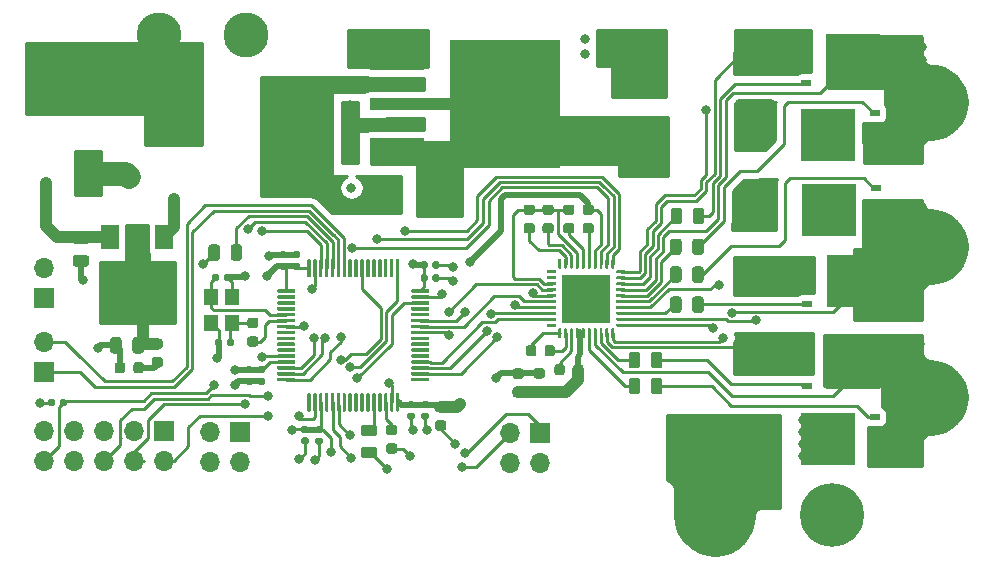
<source format=gbr>
%TF.GenerationSoftware,KiCad,Pcbnew,(5.1.6)-1*%
%TF.CreationDate,2021-03-31T23:30:28+02:00*%
%TF.ProjectId,DRIVER_8323_based,44524956-4552-45f3-9833-32335f626173,rev?*%
%TF.SameCoordinates,Original*%
%TF.FileFunction,Copper,L1,Top*%
%TF.FilePolarity,Positive*%
%FSLAX46Y46*%
G04 Gerber Fmt 4.6, Leading zero omitted, Abs format (unit mm)*
G04 Created by KiCad (PCBNEW (5.1.6)-1) date 2021-03-31 23:30:28*
%MOMM*%
%LPD*%
G01*
G04 APERTURE LIST*
%TA.AperFunction,Conductor*%
%ADD10R,4.550000X4.410000*%
%TD*%
%TA.AperFunction,SMDPad,CuDef*%
%ADD11R,0.850000X0.500000*%
%TD*%
%TA.AperFunction,ComponentPad*%
%ADD12O,1.700000X1.700000*%
%TD*%
%TA.AperFunction,ComponentPad*%
%ADD13R,1.700000X1.700000*%
%TD*%
%TA.AperFunction,ComponentPad*%
%ADD14C,3.800000*%
%TD*%
%TA.AperFunction,ComponentPad*%
%ADD15C,5.400000*%
%TD*%
%TA.AperFunction,ViaPad*%
%ADD16C,0.500000*%
%TD*%
%TA.AperFunction,SMDPad,CuDef*%
%ADD17R,4.150000X4.150000*%
%TD*%
%TA.AperFunction,SMDPad,CuDef*%
%ADD18R,9.400000X10.800000*%
%TD*%
%TA.AperFunction,SMDPad,CuDef*%
%ADD19R,4.600000X1.100000*%
%TD*%
%TA.AperFunction,SMDPad,CuDef*%
%ADD20R,1.500000X2.000000*%
%TD*%
%TA.AperFunction,SMDPad,CuDef*%
%ADD21R,3.800000X2.000000*%
%TD*%
%TA.AperFunction,SMDPad,CuDef*%
%ADD22R,2.900000X5.400000*%
%TD*%
%TA.AperFunction,SMDPad,CuDef*%
%ADD23R,2.500000X2.300000*%
%TD*%
%TA.AperFunction,SMDPad,CuDef*%
%ADD24R,1.200000X1.400000*%
%TD*%
%TA.AperFunction,ViaPad*%
%ADD25C,0.800000*%
%TD*%
%TA.AperFunction,ViaPad*%
%ADD26C,1.500000*%
%TD*%
%TA.AperFunction,Conductor*%
%ADD27C,0.250000*%
%TD*%
%TA.AperFunction,Conductor*%
%ADD28C,0.500000*%
%TD*%
%TA.AperFunction,Conductor*%
%ADD29C,2.000000*%
%TD*%
%TA.AperFunction,Conductor*%
%ADD30C,1.000000*%
%TD*%
%TA.AperFunction,Conductor*%
%ADD31C,0.254000*%
%TD*%
G04 APERTURE END LIST*
D10*
%TO.N,SHC*%
%TO.C,Q6*%
X152425000Y-46725000D03*
D11*
%TD*%
%TO.P,Q6,4*%
%TO.N,Net-(Q6-Pad4)*%
X148475000Y-48630000D03*
%TO.P,Q6,3*%
%TO.N,SPC*%
X148475000Y-47360000D03*
%TO.P,Q6,2*%
X148475000Y-46090000D03*
%TO.P,Q6,1*%
X148475000Y-44820000D03*
%TD*%
D10*
%TO.N,SHB*%
%TO.C,Q5*%
X152525000Y-65400000D03*
D11*
%TD*%
%TO.P,Q5,4*%
%TO.N,Net-(Q5-Pad4)*%
X148575000Y-67305000D03*
%TO.P,Q5,3*%
%TO.N,SPB*%
X148575000Y-66035000D03*
%TO.P,Q5,2*%
X148575000Y-64765000D03*
%TO.P,Q5,1*%
X148575000Y-63495000D03*
%TD*%
D10*
%TO.N,SHA*%
%TO.C,Q4*%
X152500000Y-72350000D03*
D11*
%TD*%
%TO.P,Q4,4*%
%TO.N,Net-(Q4-Pad4)*%
X148550000Y-74255000D03*
%TO.P,Q4,3*%
%TO.N,SPA*%
X148550000Y-72985000D03*
%TO.P,Q4,2*%
X148550000Y-71715000D03*
%TO.P,Q4,1*%
X148550000Y-70445000D03*
%TD*%
D10*
%TO.N,+48V*%
%TO.C,Q3*%
X150350000Y-53075000D03*
D11*
%TD*%
%TO.P,Q3,4*%
%TO.N,Net-(Q3-Pad4)*%
X154300000Y-51170000D03*
%TO.P,Q3,3*%
%TO.N,SHC*%
X154300000Y-52440000D03*
%TO.P,Q3,2*%
X154300000Y-53710000D03*
%TO.P,Q3,1*%
X154300000Y-54980000D03*
%TD*%
D10*
%TO.N,+48V*%
%TO.C,Q2*%
X150425000Y-59425000D03*
D11*
%TD*%
%TO.P,Q2,4*%
%TO.N,Net-(Q2-Pad4)*%
X154375000Y-57520000D03*
%TO.P,Q2,3*%
%TO.N,SHB*%
X154375000Y-58790000D03*
%TO.P,Q2,2*%
X154375000Y-60060000D03*
%TO.P,Q2,1*%
X154375000Y-61330000D03*
%TD*%
D10*
%TO.N,+48V*%
%TO.C,Q1*%
X150350000Y-78800000D03*
D11*
%TD*%
%TO.P,Q1,4*%
%TO.N,Net-(Q1-Pad4)*%
X154300000Y-76895000D03*
%TO.P,Q1,3*%
%TO.N,SHA*%
X154300000Y-78165000D03*
%TO.P,Q1,2*%
X154300000Y-79435000D03*
%TO.P,Q1,1*%
X154300000Y-80705000D03*
%TD*%
D12*
%TO.P,J6,2*%
%TO.N,GND*%
X84000000Y-64260000D03*
D13*
%TO.P,J6,1*%
%TO.N,+3V3*%
X84000000Y-66800000D03*
%TD*%
D12*
%TO.P,J2,2*%
%TO.N,USART1_TX*%
X84000000Y-70560000D03*
D13*
%TO.P,J2,1*%
%TO.N,USART1_RX*%
X84000000Y-73100000D03*
%TD*%
D12*
%TO.P,J5,10*%
%TO.N,NRST*%
X83990000Y-80640000D03*
%TO.P,J5,9*%
%TO.N,GND*%
X83990000Y-78100000D03*
%TO.P,J5,8*%
%TO.N,Net-(J5-Pad8)*%
X86530000Y-80640000D03*
%TO.P,J5,7*%
%TO.N,Net-(J5-Pad7)*%
X86530000Y-78100000D03*
%TO.P,J5,6*%
%TO.N,SWO*%
X89070000Y-80640000D03*
%TO.P,J5,5*%
%TO.N,GND*%
X89070000Y-78100000D03*
%TO.P,J5,4*%
%TO.N,SWCLK*%
X91610000Y-80640000D03*
%TO.P,J5,3*%
%TO.N,GND*%
X91610000Y-78100000D03*
%TO.P,J5,2*%
%TO.N,SWDIO*%
X94150000Y-80640000D03*
D13*
%TO.P,J5,1*%
%TO.N,+3V3*%
X94150000Y-78100000D03*
%TD*%
D12*
%TO.P,J3,4*%
%TO.N,GND*%
X98060000Y-80740000D03*
%TO.P,J3,3*%
%TO.N,i2c1_SCL*%
X98060000Y-78200000D03*
%TO.P,J3,2*%
%TO.N,+3V3*%
X100600000Y-80740000D03*
D13*
%TO.P,J3,1*%
%TO.N,i2c1_SDA*%
X100600000Y-78200000D03*
%TD*%
D12*
%TO.P,J1,4*%
%TO.N,GND*%
X123410000Y-80800000D03*
%TO.P,J1,3*%
%TO.N,encoder_1*%
X123410000Y-78260000D03*
%TO.P,J1,2*%
%TO.N,+12V*%
X125950000Y-80800000D03*
D13*
%TO.P,J1,1*%
%TO.N,encoder_2*%
X125950000Y-78260000D03*
%TD*%
D14*
%TO.P,H7,1*%
%TO.N,GND*%
X101100000Y-44600000D03*
%TD*%
%TO.P,H6,1*%
%TO.N,+12V*%
X93700000Y-44600000D03*
%TD*%
D15*
%TO.P,H5,1*%
%TO.N,SHC*%
X159000000Y-50250000D03*
%TD*%
%TO.P,H4,1*%
%TO.N,SHB*%
X159000000Y-62500000D03*
%TD*%
%TO.P,H3,1*%
%TO.N,SHA*%
X159000000Y-75000000D03*
%TD*%
%TO.P,H2,1*%
%TO.N,GND*%
X140700000Y-85200000D03*
%TD*%
%TO.P,H1,1*%
%TO.N,+48V*%
X150700000Y-85200000D03*
%TD*%
%TO.P,R9,2*%
%TO.N,Net-(Q4-Pad4)*%
%TA.AperFunction,SMDPad,CuDef*%
G36*
G01*
X135350000Y-72556250D02*
X135350000Y-71643750D01*
G75*
G02*
X135593750Y-71400000I243750J0D01*
G01*
X136081250Y-71400000D01*
G75*
G02*
X136325000Y-71643750I0J-243750D01*
G01*
X136325000Y-72556250D01*
G75*
G02*
X136081250Y-72800000I-243750J0D01*
G01*
X135593750Y-72800000D01*
G75*
G02*
X135350000Y-72556250I0J243750D01*
G01*
G37*
%TD.AperFunction*%
%TO.P,R9,1*%
%TO.N,GLA*%
%TA.AperFunction,SMDPad,CuDef*%
G36*
G01*
X133475000Y-72556250D02*
X133475000Y-71643750D01*
G75*
G02*
X133718750Y-71400000I243750J0D01*
G01*
X134206250Y-71400000D01*
G75*
G02*
X134450000Y-71643750I0J-243750D01*
G01*
X134450000Y-72556250D01*
G75*
G02*
X134206250Y-72800000I-243750J0D01*
G01*
X133718750Y-72800000D01*
G75*
G02*
X133475000Y-72556250I0J243750D01*
G01*
G37*
%TD.AperFunction*%
%TD*%
D16*
%TO.N,GND*%
%TO.C,U2*%
X130905000Y-65854216D03*
X130905000Y-66879216D03*
X130905000Y-67904216D03*
X129880000Y-65854216D03*
X129880000Y-66879216D03*
X129880000Y-67904216D03*
X128855000Y-65854216D03*
X128855000Y-66879216D03*
X128855000Y-67904216D03*
D17*
%TD*%
%TO.P,U2,41*%
%TO.N,GND*%
X129880000Y-66879216D03*
%TO.P,U2,40*%
%TO.N,Net-(U2-Pad40)*%
%TA.AperFunction,SMDPad,CuDef*%
G36*
G01*
X127292500Y-69254216D02*
X126592500Y-69254216D01*
G75*
G02*
X126530000Y-69191716I0J62500D01*
G01*
X126530000Y-69066716D01*
G75*
G02*
X126592500Y-69004216I62500J0D01*
G01*
X127292500Y-69004216D01*
G75*
G02*
X127355000Y-69066716I0J-62500D01*
G01*
X127355000Y-69191716D01*
G75*
G02*
X127292500Y-69254216I-62500J0D01*
G01*
G37*
%TD.AperFunction*%
%TO.P,U2,39*%
%TO.N,TIM1_CH3N*%
%TA.AperFunction,SMDPad,CuDef*%
G36*
G01*
X127292500Y-68754216D02*
X126592500Y-68754216D01*
G75*
G02*
X126530000Y-68691716I0J62500D01*
G01*
X126530000Y-68566716D01*
G75*
G02*
X126592500Y-68504216I62500J0D01*
G01*
X127292500Y-68504216D01*
G75*
G02*
X127355000Y-68566716I0J-62500D01*
G01*
X127355000Y-68691716D01*
G75*
G02*
X127292500Y-68754216I-62500J0D01*
G01*
G37*
%TD.AperFunction*%
%TO.P,U2,38*%
%TO.N,TIM1_CH3*%
%TA.AperFunction,SMDPad,CuDef*%
G36*
G01*
X127292500Y-68254216D02*
X126592500Y-68254216D01*
G75*
G02*
X126530000Y-68191716I0J62500D01*
G01*
X126530000Y-68066716D01*
G75*
G02*
X126592500Y-68004216I62500J0D01*
G01*
X127292500Y-68004216D01*
G75*
G02*
X127355000Y-68066716I0J-62500D01*
G01*
X127355000Y-68191716D01*
G75*
G02*
X127292500Y-68254216I-62500J0D01*
G01*
G37*
%TD.AperFunction*%
%TO.P,U2,37*%
%TO.N,TIM1_CH2N*%
%TA.AperFunction,SMDPad,CuDef*%
G36*
G01*
X127292500Y-67754216D02*
X126592500Y-67754216D01*
G75*
G02*
X126530000Y-67691716I0J62500D01*
G01*
X126530000Y-67566716D01*
G75*
G02*
X126592500Y-67504216I62500J0D01*
G01*
X127292500Y-67504216D01*
G75*
G02*
X127355000Y-67566716I0J-62500D01*
G01*
X127355000Y-67691716D01*
G75*
G02*
X127292500Y-67754216I-62500J0D01*
G01*
G37*
%TD.AperFunction*%
%TO.P,U2,36*%
%TO.N,TIM1_CH2*%
%TA.AperFunction,SMDPad,CuDef*%
G36*
G01*
X127292500Y-67254216D02*
X126592500Y-67254216D01*
G75*
G02*
X126530000Y-67191716I0J62500D01*
G01*
X126530000Y-67066716D01*
G75*
G02*
X126592500Y-67004216I62500J0D01*
G01*
X127292500Y-67004216D01*
G75*
G02*
X127355000Y-67066716I0J-62500D01*
G01*
X127355000Y-67191716D01*
G75*
G02*
X127292500Y-67254216I-62500J0D01*
G01*
G37*
%TD.AperFunction*%
%TO.P,U2,35*%
%TO.N,TIM1_CH1N*%
%TA.AperFunction,SMDPad,CuDef*%
G36*
G01*
X127292500Y-66754216D02*
X126592500Y-66754216D01*
G75*
G02*
X126530000Y-66691716I0J62500D01*
G01*
X126530000Y-66566716D01*
G75*
G02*
X126592500Y-66504216I62500J0D01*
G01*
X127292500Y-66504216D01*
G75*
G02*
X127355000Y-66566716I0J-62500D01*
G01*
X127355000Y-66691716D01*
G75*
G02*
X127292500Y-66754216I-62500J0D01*
G01*
G37*
%TD.AperFunction*%
%TO.P,U2,34*%
%TO.N,TIM1_CH1*%
%TA.AperFunction,SMDPad,CuDef*%
G36*
G01*
X127292500Y-66254216D02*
X126592500Y-66254216D01*
G75*
G02*
X126530000Y-66191716I0J62500D01*
G01*
X126530000Y-66066716D01*
G75*
G02*
X126592500Y-66004216I62500J0D01*
G01*
X127292500Y-66004216D01*
G75*
G02*
X127355000Y-66066716I0J-62500D01*
G01*
X127355000Y-66191716D01*
G75*
G02*
X127292500Y-66254216I-62500J0D01*
G01*
G37*
%TD.AperFunction*%
%TO.P,U2,33*%
%TO.N,DVDD*%
%TA.AperFunction,SMDPad,CuDef*%
G36*
G01*
X127292500Y-65754216D02*
X126592500Y-65754216D01*
G75*
G02*
X126530000Y-65691716I0J62500D01*
G01*
X126530000Y-65566716D01*
G75*
G02*
X126592500Y-65504216I62500J0D01*
G01*
X127292500Y-65504216D01*
G75*
G02*
X127355000Y-65566716I0J-62500D01*
G01*
X127355000Y-65691716D01*
G75*
G02*
X127292500Y-65754216I-62500J0D01*
G01*
G37*
%TD.AperFunction*%
%TO.P,U2,32*%
%TO.N,Net-(U2-Pad32)*%
%TA.AperFunction,SMDPad,CuDef*%
G36*
G01*
X127292500Y-65254216D02*
X126592500Y-65254216D01*
G75*
G02*
X126530000Y-65191716I0J62500D01*
G01*
X126530000Y-65066716D01*
G75*
G02*
X126592500Y-65004216I62500J0D01*
G01*
X127292500Y-65004216D01*
G75*
G02*
X127355000Y-65066716I0J-62500D01*
G01*
X127355000Y-65191716D01*
G75*
G02*
X127292500Y-65254216I-62500J0D01*
G01*
G37*
%TD.AperFunction*%
%TO.P,U2,31*%
%TO.N,CAL*%
%TA.AperFunction,SMDPad,CuDef*%
G36*
G01*
X127292500Y-64754216D02*
X126592500Y-64754216D01*
G75*
G02*
X126530000Y-64691716I0J62500D01*
G01*
X126530000Y-64566716D01*
G75*
G02*
X126592500Y-64504216I62500J0D01*
G01*
X127292500Y-64504216D01*
G75*
G02*
X127355000Y-64566716I0J-62500D01*
G01*
X127355000Y-64691716D01*
G75*
G02*
X127292500Y-64754216I-62500J0D01*
G01*
G37*
%TD.AperFunction*%
%TO.P,U2,30*%
%TO.N,Net-(U2-Pad30)*%
%TA.AperFunction,SMDPad,CuDef*%
G36*
G01*
X127692500Y-64354216D02*
X127567500Y-64354216D01*
G75*
G02*
X127505000Y-64291716I0J62500D01*
G01*
X127505000Y-63591716D01*
G75*
G02*
X127567500Y-63529216I62500J0D01*
G01*
X127692500Y-63529216D01*
G75*
G02*
X127755000Y-63591716I0J-62500D01*
G01*
X127755000Y-64291716D01*
G75*
G02*
X127692500Y-64354216I-62500J0D01*
G01*
G37*
%TD.AperFunction*%
%TO.P,U2,29*%
%TO.N,Net-(R17-Pad1)*%
%TA.AperFunction,SMDPad,CuDef*%
G36*
G01*
X128192500Y-64354216D02*
X128067500Y-64354216D01*
G75*
G02*
X128005000Y-64291716I0J62500D01*
G01*
X128005000Y-63591716D01*
G75*
G02*
X128067500Y-63529216I62500J0D01*
G01*
X128192500Y-63529216D01*
G75*
G02*
X128255000Y-63591716I0J-62500D01*
G01*
X128255000Y-64291716D01*
G75*
G02*
X128192500Y-64354216I-62500J0D01*
G01*
G37*
%TD.AperFunction*%
%TO.P,U2,28*%
%TO.N,Net-(R16-Pad1)*%
%TA.AperFunction,SMDPad,CuDef*%
G36*
G01*
X128692500Y-64354216D02*
X128567500Y-64354216D01*
G75*
G02*
X128505000Y-64291716I0J62500D01*
G01*
X128505000Y-63591716D01*
G75*
G02*
X128567500Y-63529216I62500J0D01*
G01*
X128692500Y-63529216D01*
G75*
G02*
X128755000Y-63591716I0J-62500D01*
G01*
X128755000Y-64291716D01*
G75*
G02*
X128692500Y-64354216I-62500J0D01*
G01*
G37*
%TD.AperFunction*%
%TO.P,U2,27*%
%TO.N,DVDD*%
%TA.AperFunction,SMDPad,CuDef*%
G36*
G01*
X129192500Y-64354216D02*
X129067500Y-64354216D01*
G75*
G02*
X129005000Y-64291716I0J62500D01*
G01*
X129005000Y-63591716D01*
G75*
G02*
X129067500Y-63529216I62500J0D01*
G01*
X129192500Y-63529216D01*
G75*
G02*
X129255000Y-63591716I0J-62500D01*
G01*
X129255000Y-64291716D01*
G75*
G02*
X129192500Y-64354216I-62500J0D01*
G01*
G37*
%TD.AperFunction*%
%TO.P,U2,26*%
%TO.N,Net-(R15-Pad1)*%
%TA.AperFunction,SMDPad,CuDef*%
G36*
G01*
X129692500Y-64354216D02*
X129567500Y-64354216D01*
G75*
G02*
X129505000Y-64291716I0J62500D01*
G01*
X129505000Y-63591716D01*
G75*
G02*
X129567500Y-63529216I62500J0D01*
G01*
X129692500Y-63529216D01*
G75*
G02*
X129755000Y-63591716I0J-62500D01*
G01*
X129755000Y-64291716D01*
G75*
G02*
X129692500Y-64354216I-62500J0D01*
G01*
G37*
%TD.AperFunction*%
%TO.P,U2,25*%
%TO.N,Net-(R4-Pad2)*%
%TA.AperFunction,SMDPad,CuDef*%
G36*
G01*
X130192500Y-64354216D02*
X130067500Y-64354216D01*
G75*
G02*
X130005000Y-64291716I0J62500D01*
G01*
X130005000Y-63591716D01*
G75*
G02*
X130067500Y-63529216I62500J0D01*
G01*
X130192500Y-63529216D01*
G75*
G02*
X130255000Y-63591716I0J-62500D01*
G01*
X130255000Y-64291716D01*
G75*
G02*
X130192500Y-64354216I-62500J0D01*
G01*
G37*
%TD.AperFunction*%
%TO.P,U2,24*%
%TO.N,+3V3*%
%TA.AperFunction,SMDPad,CuDef*%
G36*
G01*
X130692500Y-64354216D02*
X130567500Y-64354216D01*
G75*
G02*
X130505000Y-64291716I0J62500D01*
G01*
X130505000Y-63591716D01*
G75*
G02*
X130567500Y-63529216I62500J0D01*
G01*
X130692500Y-63529216D01*
G75*
G02*
X130755000Y-63591716I0J-62500D01*
G01*
X130755000Y-64291716D01*
G75*
G02*
X130692500Y-64354216I-62500J0D01*
G01*
G37*
%TD.AperFunction*%
%TO.P,U2,23*%
%TO.N,SOA*%
%TA.AperFunction,SMDPad,CuDef*%
G36*
G01*
X131192500Y-64354216D02*
X131067500Y-64354216D01*
G75*
G02*
X131005000Y-64291716I0J62500D01*
G01*
X131005000Y-63591716D01*
G75*
G02*
X131067500Y-63529216I62500J0D01*
G01*
X131192500Y-63529216D01*
G75*
G02*
X131255000Y-63591716I0J-62500D01*
G01*
X131255000Y-64291716D01*
G75*
G02*
X131192500Y-64354216I-62500J0D01*
G01*
G37*
%TD.AperFunction*%
%TO.P,U2,22*%
%TO.N,SOB*%
%TA.AperFunction,SMDPad,CuDef*%
G36*
G01*
X131692500Y-64354216D02*
X131567500Y-64354216D01*
G75*
G02*
X131505000Y-64291716I0J62500D01*
G01*
X131505000Y-63591716D01*
G75*
G02*
X131567500Y-63529216I62500J0D01*
G01*
X131692500Y-63529216D01*
G75*
G02*
X131755000Y-63591716I0J-62500D01*
G01*
X131755000Y-64291716D01*
G75*
G02*
X131692500Y-64354216I-62500J0D01*
G01*
G37*
%TD.AperFunction*%
%TO.P,U2,21*%
%TO.N,SOC*%
%TA.AperFunction,SMDPad,CuDef*%
G36*
G01*
X132192500Y-64354216D02*
X132067500Y-64354216D01*
G75*
G02*
X132005000Y-64291716I0J62500D01*
G01*
X132005000Y-63591716D01*
G75*
G02*
X132067500Y-63529216I62500J0D01*
G01*
X132192500Y-63529216D01*
G75*
G02*
X132255000Y-63591716I0J-62500D01*
G01*
X132255000Y-64291716D01*
G75*
G02*
X132192500Y-64354216I-62500J0D01*
G01*
G37*
%TD.AperFunction*%
%TO.P,U2,20*%
%TO.N,GND*%
%TA.AperFunction,SMDPad,CuDef*%
G36*
G01*
X133167500Y-64754216D02*
X132467500Y-64754216D01*
G75*
G02*
X132405000Y-64691716I0J62500D01*
G01*
X132405000Y-64566716D01*
G75*
G02*
X132467500Y-64504216I62500J0D01*
G01*
X133167500Y-64504216D01*
G75*
G02*
X133230000Y-64566716I0J-62500D01*
G01*
X133230000Y-64691716D01*
G75*
G02*
X133167500Y-64754216I-62500J0D01*
G01*
G37*
%TD.AperFunction*%
%TO.P,U2,19*%
%TO.N,SPC*%
%TA.AperFunction,SMDPad,CuDef*%
G36*
G01*
X133167500Y-65254216D02*
X132467500Y-65254216D01*
G75*
G02*
X132405000Y-65191716I0J62500D01*
G01*
X132405000Y-65066716D01*
G75*
G02*
X132467500Y-65004216I62500J0D01*
G01*
X133167500Y-65004216D01*
G75*
G02*
X133230000Y-65066716I0J-62500D01*
G01*
X133230000Y-65191716D01*
G75*
G02*
X133167500Y-65254216I-62500J0D01*
G01*
G37*
%TD.AperFunction*%
%TO.P,U2,18*%
%TO.N,GLC*%
%TA.AperFunction,SMDPad,CuDef*%
G36*
G01*
X133167500Y-65754216D02*
X132467500Y-65754216D01*
G75*
G02*
X132405000Y-65691716I0J62500D01*
G01*
X132405000Y-65566716D01*
G75*
G02*
X132467500Y-65504216I62500J0D01*
G01*
X133167500Y-65504216D01*
G75*
G02*
X133230000Y-65566716I0J-62500D01*
G01*
X133230000Y-65691716D01*
G75*
G02*
X133167500Y-65754216I-62500J0D01*
G01*
G37*
%TD.AperFunction*%
%TO.P,U2,17*%
%TO.N,SHC*%
%TA.AperFunction,SMDPad,CuDef*%
G36*
G01*
X133167500Y-66254216D02*
X132467500Y-66254216D01*
G75*
G02*
X132405000Y-66191716I0J62500D01*
G01*
X132405000Y-66066716D01*
G75*
G02*
X132467500Y-66004216I62500J0D01*
G01*
X133167500Y-66004216D01*
G75*
G02*
X133230000Y-66066716I0J-62500D01*
G01*
X133230000Y-66191716D01*
G75*
G02*
X133167500Y-66254216I-62500J0D01*
G01*
G37*
%TD.AperFunction*%
%TO.P,U2,16*%
%TO.N,GHC*%
%TA.AperFunction,SMDPad,CuDef*%
G36*
G01*
X133167500Y-66754216D02*
X132467500Y-66754216D01*
G75*
G02*
X132405000Y-66691716I0J62500D01*
G01*
X132405000Y-66566716D01*
G75*
G02*
X132467500Y-66504216I62500J0D01*
G01*
X133167500Y-66504216D01*
G75*
G02*
X133230000Y-66566716I0J-62500D01*
G01*
X133230000Y-66691716D01*
G75*
G02*
X133167500Y-66754216I-62500J0D01*
G01*
G37*
%TD.AperFunction*%
%TO.P,U2,15*%
%TO.N,GHB*%
%TA.AperFunction,SMDPad,CuDef*%
G36*
G01*
X133167500Y-67254216D02*
X132467500Y-67254216D01*
G75*
G02*
X132405000Y-67191716I0J62500D01*
G01*
X132405000Y-67066716D01*
G75*
G02*
X132467500Y-67004216I62500J0D01*
G01*
X133167500Y-67004216D01*
G75*
G02*
X133230000Y-67066716I0J-62500D01*
G01*
X133230000Y-67191716D01*
G75*
G02*
X133167500Y-67254216I-62500J0D01*
G01*
G37*
%TD.AperFunction*%
%TO.P,U2,14*%
%TO.N,SHB*%
%TA.AperFunction,SMDPad,CuDef*%
G36*
G01*
X133167500Y-67754216D02*
X132467500Y-67754216D01*
G75*
G02*
X132405000Y-67691716I0J62500D01*
G01*
X132405000Y-67566716D01*
G75*
G02*
X132467500Y-67504216I62500J0D01*
G01*
X133167500Y-67504216D01*
G75*
G02*
X133230000Y-67566716I0J-62500D01*
G01*
X133230000Y-67691716D01*
G75*
G02*
X133167500Y-67754216I-62500J0D01*
G01*
G37*
%TD.AperFunction*%
%TO.P,U2,13*%
%TO.N,GLB*%
%TA.AperFunction,SMDPad,CuDef*%
G36*
G01*
X133167500Y-68254216D02*
X132467500Y-68254216D01*
G75*
G02*
X132405000Y-68191716I0J62500D01*
G01*
X132405000Y-68066716D01*
G75*
G02*
X132467500Y-68004216I62500J0D01*
G01*
X133167500Y-68004216D01*
G75*
G02*
X133230000Y-68066716I0J-62500D01*
G01*
X133230000Y-68191716D01*
G75*
G02*
X133167500Y-68254216I-62500J0D01*
G01*
G37*
%TD.AperFunction*%
%TO.P,U2,12*%
%TO.N,SPB*%
%TA.AperFunction,SMDPad,CuDef*%
G36*
G01*
X133167500Y-68754216D02*
X132467500Y-68754216D01*
G75*
G02*
X132405000Y-68691716I0J62500D01*
G01*
X132405000Y-68566716D01*
G75*
G02*
X132467500Y-68504216I62500J0D01*
G01*
X133167500Y-68504216D01*
G75*
G02*
X133230000Y-68566716I0J-62500D01*
G01*
X133230000Y-68691716D01*
G75*
G02*
X133167500Y-68754216I-62500J0D01*
G01*
G37*
%TD.AperFunction*%
%TO.P,U2,11*%
%TO.N,GND*%
%TA.AperFunction,SMDPad,CuDef*%
G36*
G01*
X133167500Y-69254216D02*
X132467500Y-69254216D01*
G75*
G02*
X132405000Y-69191716I0J62500D01*
G01*
X132405000Y-69066716D01*
G75*
G02*
X132467500Y-69004216I62500J0D01*
G01*
X133167500Y-69004216D01*
G75*
G02*
X133230000Y-69066716I0J-62500D01*
G01*
X133230000Y-69191716D01*
G75*
G02*
X133167500Y-69254216I-62500J0D01*
G01*
G37*
%TD.AperFunction*%
%TO.P,U2,10*%
%TA.AperFunction,SMDPad,CuDef*%
G36*
G01*
X132192500Y-70229216D02*
X132067500Y-70229216D01*
G75*
G02*
X132005000Y-70166716I0J62500D01*
G01*
X132005000Y-69466716D01*
G75*
G02*
X132067500Y-69404216I62500J0D01*
G01*
X132192500Y-69404216D01*
G75*
G02*
X132255000Y-69466716I0J-62500D01*
G01*
X132255000Y-70166716D01*
G75*
G02*
X132192500Y-70229216I-62500J0D01*
G01*
G37*
%TD.AperFunction*%
%TO.P,U2,9*%
%TO.N,SPA*%
%TA.AperFunction,SMDPad,CuDef*%
G36*
G01*
X131692500Y-70229216D02*
X131567500Y-70229216D01*
G75*
G02*
X131505000Y-70166716I0J62500D01*
G01*
X131505000Y-69466716D01*
G75*
G02*
X131567500Y-69404216I62500J0D01*
G01*
X131692500Y-69404216D01*
G75*
G02*
X131755000Y-69466716I0J-62500D01*
G01*
X131755000Y-70166716D01*
G75*
G02*
X131692500Y-70229216I-62500J0D01*
G01*
G37*
%TD.AperFunction*%
%TO.P,U2,8*%
%TO.N,GLA*%
%TA.AperFunction,SMDPad,CuDef*%
G36*
G01*
X131192500Y-70229216D02*
X131067500Y-70229216D01*
G75*
G02*
X131005000Y-70166716I0J62500D01*
G01*
X131005000Y-69466716D01*
G75*
G02*
X131067500Y-69404216I62500J0D01*
G01*
X131192500Y-69404216D01*
G75*
G02*
X131255000Y-69466716I0J-62500D01*
G01*
X131255000Y-70166716D01*
G75*
G02*
X131192500Y-70229216I-62500J0D01*
G01*
G37*
%TD.AperFunction*%
%TO.P,U2,7*%
%TO.N,SHA*%
%TA.AperFunction,SMDPad,CuDef*%
G36*
G01*
X130692500Y-70229216D02*
X130567500Y-70229216D01*
G75*
G02*
X130505000Y-70166716I0J62500D01*
G01*
X130505000Y-69466716D01*
G75*
G02*
X130567500Y-69404216I62500J0D01*
G01*
X130692500Y-69404216D01*
G75*
G02*
X130755000Y-69466716I0J-62500D01*
G01*
X130755000Y-70166716D01*
G75*
G02*
X130692500Y-70229216I-62500J0D01*
G01*
G37*
%TD.AperFunction*%
%TO.P,U2,6*%
%TO.N,GHA*%
%TA.AperFunction,SMDPad,CuDef*%
G36*
G01*
X130192500Y-70229216D02*
X130067500Y-70229216D01*
G75*
G02*
X130005000Y-70166716I0J62500D01*
G01*
X130005000Y-69466716D01*
G75*
G02*
X130067500Y-69404216I62500J0D01*
G01*
X130192500Y-69404216D01*
G75*
G02*
X130255000Y-69466716I0J-62500D01*
G01*
X130255000Y-70166716D01*
G75*
G02*
X130192500Y-70229216I-62500J0D01*
G01*
G37*
%TD.AperFunction*%
%TO.P,U2,5*%
%TO.N,+48V*%
%TA.AperFunction,SMDPad,CuDef*%
G36*
G01*
X129692500Y-70229216D02*
X129567500Y-70229216D01*
G75*
G02*
X129505000Y-70166716I0J62500D01*
G01*
X129505000Y-69466716D01*
G75*
G02*
X129567500Y-69404216I62500J0D01*
G01*
X129692500Y-69404216D01*
G75*
G02*
X129755000Y-69466716I0J-62500D01*
G01*
X129755000Y-70166716D01*
G75*
G02*
X129692500Y-70229216I-62500J0D01*
G01*
G37*
%TD.AperFunction*%
%TO.P,U2,4*%
%TA.AperFunction,SMDPad,CuDef*%
G36*
G01*
X129192500Y-70229216D02*
X129067500Y-70229216D01*
G75*
G02*
X129005000Y-70166716I0J62500D01*
G01*
X129005000Y-69466716D01*
G75*
G02*
X129067500Y-69404216I62500J0D01*
G01*
X129192500Y-69404216D01*
G75*
G02*
X129255000Y-69466716I0J-62500D01*
G01*
X129255000Y-70166716D01*
G75*
G02*
X129192500Y-70229216I-62500J0D01*
G01*
G37*
%TD.AperFunction*%
%TO.P,U2,3*%
%TO.N,Net-(C17-Pad2)*%
%TA.AperFunction,SMDPad,CuDef*%
G36*
G01*
X128692500Y-70229216D02*
X128567500Y-70229216D01*
G75*
G02*
X128505000Y-70166716I0J62500D01*
G01*
X128505000Y-69466716D01*
G75*
G02*
X128567500Y-69404216I62500J0D01*
G01*
X128692500Y-69404216D01*
G75*
G02*
X128755000Y-69466716I0J-62500D01*
G01*
X128755000Y-70166716D01*
G75*
G02*
X128692500Y-70229216I-62500J0D01*
G01*
G37*
%TD.AperFunction*%
%TO.P,U2,2*%
%TO.N,CPH*%
%TA.AperFunction,SMDPad,CuDef*%
G36*
G01*
X128192500Y-70229216D02*
X128067500Y-70229216D01*
G75*
G02*
X128005000Y-70166716I0J62500D01*
G01*
X128005000Y-69466716D01*
G75*
G02*
X128067500Y-69404216I62500J0D01*
G01*
X128192500Y-69404216D01*
G75*
G02*
X128255000Y-69466716I0J-62500D01*
G01*
X128255000Y-70166716D01*
G75*
G02*
X128192500Y-70229216I-62500J0D01*
G01*
G37*
%TD.AperFunction*%
%TO.P,U2,1*%
%TO.N,CPL*%
%TA.AperFunction,SMDPad,CuDef*%
G36*
G01*
X127692500Y-70229216D02*
X127567500Y-70229216D01*
G75*
G02*
X127505000Y-70166716I0J62500D01*
G01*
X127505000Y-69466716D01*
G75*
G02*
X127567500Y-69404216I62500J0D01*
G01*
X127692500Y-69404216D01*
G75*
G02*
X127755000Y-69466716I0J-62500D01*
G01*
X127755000Y-70166716D01*
G75*
G02*
X127692500Y-70229216I-62500J0D01*
G01*
G37*
%TD.AperFunction*%
%TD*%
%TO.P,C23,2*%
%TO.N,GND*%
%TA.AperFunction,SMDPad,CuDef*%
G36*
G01*
X84910000Y-75527500D02*
X84910000Y-75872500D01*
G75*
G02*
X84762500Y-76020000I-147500J0D01*
G01*
X84467500Y-76020000D01*
G75*
G02*
X84320000Y-75872500I0J147500D01*
G01*
X84320000Y-75527500D01*
G75*
G02*
X84467500Y-75380000I147500J0D01*
G01*
X84762500Y-75380000D01*
G75*
G02*
X84910000Y-75527500I0J-147500D01*
G01*
G37*
%TD.AperFunction*%
%TO.P,C23,1*%
%TO.N,NRST*%
%TA.AperFunction,SMDPad,CuDef*%
G36*
G01*
X85880000Y-75527500D02*
X85880000Y-75872500D01*
G75*
G02*
X85732500Y-76020000I-147500J0D01*
G01*
X85437500Y-76020000D01*
G75*
G02*
X85290000Y-75872500I0J147500D01*
G01*
X85290000Y-75527500D01*
G75*
G02*
X85437500Y-75380000I147500J0D01*
G01*
X85732500Y-75380000D01*
G75*
G02*
X85880000Y-75527500I0J-147500D01*
G01*
G37*
%TD.AperFunction*%
%TD*%
%TO.P,C22,2*%
%TO.N,GND*%
%TA.AperFunction,SMDPad,CuDef*%
G36*
G01*
X101177500Y-73600000D02*
X101522500Y-73600000D01*
G75*
G02*
X101670000Y-73747500I0J-147500D01*
G01*
X101670000Y-74042500D01*
G75*
G02*
X101522500Y-74190000I-147500J0D01*
G01*
X101177500Y-74190000D01*
G75*
G02*
X101030000Y-74042500I0J147500D01*
G01*
X101030000Y-73747500D01*
G75*
G02*
X101177500Y-73600000I147500J0D01*
G01*
G37*
%TD.AperFunction*%
%TO.P,C22,1*%
%TO.N,+3V3*%
%TA.AperFunction,SMDPad,CuDef*%
G36*
G01*
X101177500Y-72630000D02*
X101522500Y-72630000D01*
G75*
G02*
X101670000Y-72777500I0J-147500D01*
G01*
X101670000Y-73072500D01*
G75*
G02*
X101522500Y-73220000I-147500J0D01*
G01*
X101177500Y-73220000D01*
G75*
G02*
X101030000Y-73072500I0J147500D01*
G01*
X101030000Y-72777500D01*
G75*
G02*
X101177500Y-72630000I147500J0D01*
G01*
G37*
%TD.AperFunction*%
%TD*%
%TO.P,R17,2*%
%TO.N,DVDD*%
%TA.AperFunction,SMDPad,CuDef*%
G36*
G01*
X125306250Y-59800000D02*
X124793750Y-59800000D01*
G75*
G02*
X124575000Y-59581250I0J218750D01*
G01*
X124575000Y-59143750D01*
G75*
G02*
X124793750Y-58925000I218750J0D01*
G01*
X125306250Y-58925000D01*
G75*
G02*
X125525000Y-59143750I0J-218750D01*
G01*
X125525000Y-59581250D01*
G75*
G02*
X125306250Y-59800000I-218750J0D01*
G01*
G37*
%TD.AperFunction*%
%TO.P,R17,1*%
%TO.N,Net-(R17-Pad1)*%
%TA.AperFunction,SMDPad,CuDef*%
G36*
G01*
X125306250Y-61375000D02*
X124793750Y-61375000D01*
G75*
G02*
X124575000Y-61156250I0J218750D01*
G01*
X124575000Y-60718750D01*
G75*
G02*
X124793750Y-60500000I218750J0D01*
G01*
X125306250Y-60500000D01*
G75*
G02*
X125525000Y-60718750I0J-218750D01*
G01*
X125525000Y-61156250D01*
G75*
G02*
X125306250Y-61375000I-218750J0D01*
G01*
G37*
%TD.AperFunction*%
%TD*%
%TO.P,R16,2*%
%TO.N,DVDD*%
%TA.AperFunction,SMDPad,CuDef*%
G36*
G01*
X126906250Y-59800000D02*
X126393750Y-59800000D01*
G75*
G02*
X126175000Y-59581250I0J218750D01*
G01*
X126175000Y-59143750D01*
G75*
G02*
X126393750Y-58925000I218750J0D01*
G01*
X126906250Y-58925000D01*
G75*
G02*
X127125000Y-59143750I0J-218750D01*
G01*
X127125000Y-59581250D01*
G75*
G02*
X126906250Y-59800000I-218750J0D01*
G01*
G37*
%TD.AperFunction*%
%TO.P,R16,1*%
%TO.N,Net-(R16-Pad1)*%
%TA.AperFunction,SMDPad,CuDef*%
G36*
G01*
X126906250Y-61375000D02*
X126393750Y-61375000D01*
G75*
G02*
X126175000Y-61156250I0J218750D01*
G01*
X126175000Y-60718750D01*
G75*
G02*
X126393750Y-60500000I218750J0D01*
G01*
X126906250Y-60500000D01*
G75*
G02*
X127125000Y-60718750I0J-218750D01*
G01*
X127125000Y-61156250D01*
G75*
G02*
X126906250Y-61375000I-218750J0D01*
G01*
G37*
%TD.AperFunction*%
%TD*%
%TO.P,R15,2*%
%TO.N,DVDD*%
%TA.AperFunction,SMDPad,CuDef*%
G36*
G01*
X128656250Y-59800000D02*
X128143750Y-59800000D01*
G75*
G02*
X127925000Y-59581250I0J218750D01*
G01*
X127925000Y-59143750D01*
G75*
G02*
X128143750Y-58925000I218750J0D01*
G01*
X128656250Y-58925000D01*
G75*
G02*
X128875000Y-59143750I0J-218750D01*
G01*
X128875000Y-59581250D01*
G75*
G02*
X128656250Y-59800000I-218750J0D01*
G01*
G37*
%TD.AperFunction*%
%TO.P,R15,1*%
%TO.N,Net-(R15-Pad1)*%
%TA.AperFunction,SMDPad,CuDef*%
G36*
G01*
X128656250Y-61375000D02*
X128143750Y-61375000D01*
G75*
G02*
X127925000Y-61156250I0J218750D01*
G01*
X127925000Y-60718750D01*
G75*
G02*
X128143750Y-60500000I218750J0D01*
G01*
X128656250Y-60500000D01*
G75*
G02*
X128875000Y-60718750I0J-218750D01*
G01*
X128875000Y-61156250D01*
G75*
G02*
X128656250Y-61375000I-218750J0D01*
G01*
G37*
%TD.AperFunction*%
%TD*%
D18*
%TO.P,U4,3*%
%TO.N,GND*%
X122975000Y-50425000D03*
D19*
%TO.P,U4,5*%
X113825000Y-53825000D03*
%TO.P,U4,4*%
%TO.N,+12V*%
X113825000Y-52125000D03*
%TO.P,U4,3*%
%TO.N,GND*%
X113825000Y-50425000D03*
%TO.P,U4,2*%
%TO.N,Net-(D1-Pad1)*%
X113825000Y-48725000D03*
%TO.P,U4,1*%
%TO.N,+48V*%
X113825000Y-47025000D03*
%TD*%
D20*
%TO.P,U1,1*%
%TO.N,GND*%
X94150000Y-61700000D03*
%TO.P,U1,3*%
%TO.N,+12V*%
X89550000Y-61700000D03*
%TO.P,U1,2*%
%TO.N,+3V3*%
X91850000Y-61700000D03*
D21*
X91850000Y-68000000D03*
%TD*%
%TO.P,C16,2*%
%TO.N,GND*%
%TA.AperFunction,SMDPad,CuDef*%
G36*
G01*
X124370250Y-73673500D02*
X123857750Y-73673500D01*
G75*
G02*
X123639000Y-73454750I0J218750D01*
G01*
X123639000Y-73017250D01*
G75*
G02*
X123857750Y-72798500I218750J0D01*
G01*
X124370250Y-72798500D01*
G75*
G02*
X124589000Y-73017250I0J-218750D01*
G01*
X124589000Y-73454750D01*
G75*
G02*
X124370250Y-73673500I-218750J0D01*
G01*
G37*
%TD.AperFunction*%
%TO.P,C16,1*%
%TO.N,+48V*%
%TA.AperFunction,SMDPad,CuDef*%
G36*
G01*
X124370250Y-75248500D02*
X123857750Y-75248500D01*
G75*
G02*
X123639000Y-75029750I0J218750D01*
G01*
X123639000Y-74592250D01*
G75*
G02*
X123857750Y-74373500I218750J0D01*
G01*
X124370250Y-74373500D01*
G75*
G02*
X124589000Y-74592250I0J-218750D01*
G01*
X124589000Y-75029750D01*
G75*
G02*
X124370250Y-75248500I-218750J0D01*
G01*
G37*
%TD.AperFunction*%
%TD*%
%TO.P,R5,2*%
%TO.N,Net-(C21-Pad1)*%
%TA.AperFunction,SMDPad,CuDef*%
G36*
G01*
X101906250Y-69387500D02*
X101393750Y-69387500D01*
G75*
G02*
X101175000Y-69168750I0J218750D01*
G01*
X101175000Y-68731250D01*
G75*
G02*
X101393750Y-68512500I218750J0D01*
G01*
X101906250Y-68512500D01*
G75*
G02*
X102125000Y-68731250I0J-218750D01*
G01*
X102125000Y-69168750D01*
G75*
G02*
X101906250Y-69387500I-218750J0D01*
G01*
G37*
%TD.AperFunction*%
%TO.P,R5,1*%
%TO.N,HSE_OUT*%
%TA.AperFunction,SMDPad,CuDef*%
G36*
G01*
X101906250Y-70962500D02*
X101393750Y-70962500D01*
G75*
G02*
X101175000Y-70743750I0J218750D01*
G01*
X101175000Y-70306250D01*
G75*
G02*
X101393750Y-70087500I218750J0D01*
G01*
X101906250Y-70087500D01*
G75*
G02*
X102125000Y-70306250I0J-218750D01*
G01*
X102125000Y-70743750D01*
G75*
G02*
X101906250Y-70962500I-218750J0D01*
G01*
G37*
%TD.AperFunction*%
%TD*%
D22*
%TO.P,L1,2*%
%TO.N,+12V*%
X95450000Y-51150000D03*
%TO.P,L1,1*%
%TO.N,Net-(D1-Pad1)*%
X105350000Y-51150000D03*
%TD*%
D23*
%TO.P,D1,2*%
%TO.N,GND*%
X117060000Y-58500000D03*
%TO.P,D1,1*%
%TO.N,Net-(D1-Pad1)*%
X112760000Y-58500000D03*
%TD*%
%TO.P,C14,2*%
%TO.N,GND*%
%TA.AperFunction,SMDPad,CuDef*%
G36*
G01*
X86750000Y-54300000D02*
X88750000Y-54300000D01*
G75*
G02*
X89000000Y-54550000I0J-250000D01*
G01*
X89000000Y-58050000D01*
G75*
G02*
X88750000Y-58300000I-250000J0D01*
G01*
X86750000Y-58300000D01*
G75*
G02*
X86500000Y-58050000I0J250000D01*
G01*
X86500000Y-54550000D01*
G75*
G02*
X86750000Y-54300000I250000J0D01*
G01*
G37*
%TD.AperFunction*%
%TO.P,C14,1*%
%TO.N,+12V*%
%TA.AperFunction,SMDPad,CuDef*%
G36*
G01*
X86750000Y-46300000D02*
X88750000Y-46300000D01*
G75*
G02*
X89000000Y-46550000I0J-250000D01*
G01*
X89000000Y-50050000D01*
G75*
G02*
X88750000Y-50300000I-250000J0D01*
G01*
X86750000Y-50300000D01*
G75*
G02*
X86500000Y-50050000I0J250000D01*
G01*
X86500000Y-46550000D01*
G75*
G02*
X86750000Y-46300000I250000J0D01*
G01*
G37*
%TD.AperFunction*%
%TD*%
%TO.P,C13,2*%
%TO.N,GND*%
%TA.AperFunction,SMDPad,CuDef*%
G36*
G01*
X133500000Y-52300000D02*
X135500000Y-52300000D01*
G75*
G02*
X135750000Y-52550000I0J-250000D01*
G01*
X135750000Y-56050000D01*
G75*
G02*
X135500000Y-56300000I-250000J0D01*
G01*
X133500000Y-56300000D01*
G75*
G02*
X133250000Y-56050000I0J250000D01*
G01*
X133250000Y-52550000D01*
G75*
G02*
X133500000Y-52300000I250000J0D01*
G01*
G37*
%TD.AperFunction*%
%TO.P,C13,1*%
%TO.N,+48V*%
%TA.AperFunction,SMDPad,CuDef*%
G36*
G01*
X133500000Y-44300000D02*
X135500000Y-44300000D01*
G75*
G02*
X135750000Y-44550000I0J-250000D01*
G01*
X135750000Y-48050000D01*
G75*
G02*
X135500000Y-48300000I-250000J0D01*
G01*
X133500000Y-48300000D01*
G75*
G02*
X133250000Y-48050000I0J250000D01*
G01*
X133250000Y-44550000D01*
G75*
G02*
X133500000Y-44300000I250000J0D01*
G01*
G37*
%TD.AperFunction*%
%TD*%
%TO.P,U3,64*%
%TO.N,+3V3*%
%TA.AperFunction,SMDPad,CuDef*%
G36*
G01*
X106250000Y-65025000D02*
X106250000Y-63625000D01*
G75*
G02*
X106325000Y-63550000I75000J0D01*
G01*
X106475000Y-63550000D01*
G75*
G02*
X106550000Y-63625000I0J-75000D01*
G01*
X106550000Y-65025000D01*
G75*
G02*
X106475000Y-65100000I-75000J0D01*
G01*
X106325000Y-65100000D01*
G75*
G02*
X106250000Y-65025000I0J75000D01*
G01*
G37*
%TD.AperFunction*%
%TO.P,U3,63*%
%TO.N,GND*%
%TA.AperFunction,SMDPad,CuDef*%
G36*
G01*
X106750000Y-65025000D02*
X106750000Y-63625000D01*
G75*
G02*
X106825000Y-63550000I75000J0D01*
G01*
X106975000Y-63550000D01*
G75*
G02*
X107050000Y-63625000I0J-75000D01*
G01*
X107050000Y-65025000D01*
G75*
G02*
X106975000Y-65100000I-75000J0D01*
G01*
X106825000Y-65100000D01*
G75*
G02*
X106750000Y-65025000I0J75000D01*
G01*
G37*
%TD.AperFunction*%
%TO.P,U3,62*%
%TO.N,i2c1_SDA*%
%TA.AperFunction,SMDPad,CuDef*%
G36*
G01*
X107250000Y-65025000D02*
X107250000Y-63625000D01*
G75*
G02*
X107325000Y-63550000I75000J0D01*
G01*
X107475000Y-63550000D01*
G75*
G02*
X107550000Y-63625000I0J-75000D01*
G01*
X107550000Y-65025000D01*
G75*
G02*
X107475000Y-65100000I-75000J0D01*
G01*
X107325000Y-65100000D01*
G75*
G02*
X107250000Y-65025000I0J75000D01*
G01*
G37*
%TD.AperFunction*%
%TO.P,U3,61*%
%TO.N,i2c1_SCL*%
%TA.AperFunction,SMDPad,CuDef*%
G36*
G01*
X107750000Y-65025000D02*
X107750000Y-63625000D01*
G75*
G02*
X107825000Y-63550000I75000J0D01*
G01*
X107975000Y-63550000D01*
G75*
G02*
X108050000Y-63625000I0J-75000D01*
G01*
X108050000Y-65025000D01*
G75*
G02*
X107975000Y-65100000I-75000J0D01*
G01*
X107825000Y-65100000D01*
G75*
G02*
X107750000Y-65025000I0J75000D01*
G01*
G37*
%TD.AperFunction*%
%TO.P,U3,60*%
%TO.N,BOOT0*%
%TA.AperFunction,SMDPad,CuDef*%
G36*
G01*
X108250000Y-65025000D02*
X108250000Y-63625000D01*
G75*
G02*
X108325000Y-63550000I75000J0D01*
G01*
X108475000Y-63550000D01*
G75*
G02*
X108550000Y-63625000I0J-75000D01*
G01*
X108550000Y-65025000D01*
G75*
G02*
X108475000Y-65100000I-75000J0D01*
G01*
X108325000Y-65100000D01*
G75*
G02*
X108250000Y-65025000I0J75000D01*
G01*
G37*
%TD.AperFunction*%
%TO.P,U3,59*%
%TO.N,USART1_RX*%
%TA.AperFunction,SMDPad,CuDef*%
G36*
G01*
X108750000Y-65025000D02*
X108750000Y-63625000D01*
G75*
G02*
X108825000Y-63550000I75000J0D01*
G01*
X108975000Y-63550000D01*
G75*
G02*
X109050000Y-63625000I0J-75000D01*
G01*
X109050000Y-65025000D01*
G75*
G02*
X108975000Y-65100000I-75000J0D01*
G01*
X108825000Y-65100000D01*
G75*
G02*
X108750000Y-65025000I0J75000D01*
G01*
G37*
%TD.AperFunction*%
%TO.P,U3,58*%
%TO.N,USART1_TX*%
%TA.AperFunction,SMDPad,CuDef*%
G36*
G01*
X109250000Y-65025000D02*
X109250000Y-63625000D01*
G75*
G02*
X109325000Y-63550000I75000J0D01*
G01*
X109475000Y-63550000D01*
G75*
G02*
X109550000Y-63625000I0J-75000D01*
G01*
X109550000Y-65025000D01*
G75*
G02*
X109475000Y-65100000I-75000J0D01*
G01*
X109325000Y-65100000D01*
G75*
G02*
X109250000Y-65025000I0J75000D01*
G01*
G37*
%TD.AperFunction*%
%TO.P,U3,57*%
%TO.N,Net-(U3-Pad57)*%
%TA.AperFunction,SMDPad,CuDef*%
G36*
G01*
X109750000Y-65025000D02*
X109750000Y-63625000D01*
G75*
G02*
X109825000Y-63550000I75000J0D01*
G01*
X109975000Y-63550000D01*
G75*
G02*
X110050000Y-63625000I0J-75000D01*
G01*
X110050000Y-65025000D01*
G75*
G02*
X109975000Y-65100000I-75000J0D01*
G01*
X109825000Y-65100000D01*
G75*
G02*
X109750000Y-65025000I0J75000D01*
G01*
G37*
%TD.AperFunction*%
%TO.P,U3,56*%
%TO.N,Net-(U3-Pad56)*%
%TA.AperFunction,SMDPad,CuDef*%
G36*
G01*
X110250000Y-65025000D02*
X110250000Y-63625000D01*
G75*
G02*
X110325000Y-63550000I75000J0D01*
G01*
X110475000Y-63550000D01*
G75*
G02*
X110550000Y-63625000I0J-75000D01*
G01*
X110550000Y-65025000D01*
G75*
G02*
X110475000Y-65100000I-75000J0D01*
G01*
X110325000Y-65100000D01*
G75*
G02*
X110250000Y-65025000I0J75000D01*
G01*
G37*
%TD.AperFunction*%
%TO.P,U3,55*%
%TO.N,SWO*%
%TA.AperFunction,SMDPad,CuDef*%
G36*
G01*
X110750000Y-65025000D02*
X110750000Y-63625000D01*
G75*
G02*
X110825000Y-63550000I75000J0D01*
G01*
X110975000Y-63550000D01*
G75*
G02*
X111050000Y-63625000I0J-75000D01*
G01*
X111050000Y-65025000D01*
G75*
G02*
X110975000Y-65100000I-75000J0D01*
G01*
X110825000Y-65100000D01*
G75*
G02*
X110750000Y-65025000I0J75000D01*
G01*
G37*
%TD.AperFunction*%
%TO.P,U3,54*%
%TO.N,Net-(U3-Pad54)*%
%TA.AperFunction,SMDPad,CuDef*%
G36*
G01*
X111250000Y-65025000D02*
X111250000Y-63625000D01*
G75*
G02*
X111325000Y-63550000I75000J0D01*
G01*
X111475000Y-63550000D01*
G75*
G02*
X111550000Y-63625000I0J-75000D01*
G01*
X111550000Y-65025000D01*
G75*
G02*
X111475000Y-65100000I-75000J0D01*
G01*
X111325000Y-65100000D01*
G75*
G02*
X111250000Y-65025000I0J75000D01*
G01*
G37*
%TD.AperFunction*%
%TO.P,U3,53*%
%TO.N,Net-(U3-Pad53)*%
%TA.AperFunction,SMDPad,CuDef*%
G36*
G01*
X111750000Y-65025000D02*
X111750000Y-63625000D01*
G75*
G02*
X111825000Y-63550000I75000J0D01*
G01*
X111975000Y-63550000D01*
G75*
G02*
X112050000Y-63625000I0J-75000D01*
G01*
X112050000Y-65025000D01*
G75*
G02*
X111975000Y-65100000I-75000J0D01*
G01*
X111825000Y-65100000D01*
G75*
G02*
X111750000Y-65025000I0J75000D01*
G01*
G37*
%TD.AperFunction*%
%TO.P,U3,52*%
%TO.N,Net-(U3-Pad52)*%
%TA.AperFunction,SMDPad,CuDef*%
G36*
G01*
X112250000Y-65025000D02*
X112250000Y-63625000D01*
G75*
G02*
X112325000Y-63550000I75000J0D01*
G01*
X112475000Y-63550000D01*
G75*
G02*
X112550000Y-63625000I0J-75000D01*
G01*
X112550000Y-65025000D01*
G75*
G02*
X112475000Y-65100000I-75000J0D01*
G01*
X112325000Y-65100000D01*
G75*
G02*
X112250000Y-65025000I0J75000D01*
G01*
G37*
%TD.AperFunction*%
%TO.P,U3,51*%
%TO.N,Net-(U3-Pad51)*%
%TA.AperFunction,SMDPad,CuDef*%
G36*
G01*
X112750000Y-65025000D02*
X112750000Y-63625000D01*
G75*
G02*
X112825000Y-63550000I75000J0D01*
G01*
X112975000Y-63550000D01*
G75*
G02*
X113050000Y-63625000I0J-75000D01*
G01*
X113050000Y-65025000D01*
G75*
G02*
X112975000Y-65100000I-75000J0D01*
G01*
X112825000Y-65100000D01*
G75*
G02*
X112750000Y-65025000I0J75000D01*
G01*
G37*
%TD.AperFunction*%
%TO.P,U3,50*%
%TO.N,Net-(U3-Pad50)*%
%TA.AperFunction,SMDPad,CuDef*%
G36*
G01*
X113250000Y-65025000D02*
X113250000Y-63625000D01*
G75*
G02*
X113325000Y-63550000I75000J0D01*
G01*
X113475000Y-63550000D01*
G75*
G02*
X113550000Y-63625000I0J-75000D01*
G01*
X113550000Y-65025000D01*
G75*
G02*
X113475000Y-65100000I-75000J0D01*
G01*
X113325000Y-65100000D01*
G75*
G02*
X113250000Y-65025000I0J75000D01*
G01*
G37*
%TD.AperFunction*%
%TO.P,U3,49*%
%TO.N,SWCLK*%
%TA.AperFunction,SMDPad,CuDef*%
G36*
G01*
X113750000Y-65025000D02*
X113750000Y-63625000D01*
G75*
G02*
X113825000Y-63550000I75000J0D01*
G01*
X113975000Y-63550000D01*
G75*
G02*
X114050000Y-63625000I0J-75000D01*
G01*
X114050000Y-65025000D01*
G75*
G02*
X113975000Y-65100000I-75000J0D01*
G01*
X113825000Y-65100000D01*
G75*
G02*
X113750000Y-65025000I0J75000D01*
G01*
G37*
%TD.AperFunction*%
%TO.P,U3,48*%
%TO.N,+3V3*%
%TA.AperFunction,SMDPad,CuDef*%
G36*
G01*
X115050000Y-66325000D02*
X115050000Y-66175000D01*
G75*
G02*
X115125000Y-66100000I75000J0D01*
G01*
X116525000Y-66100000D01*
G75*
G02*
X116600000Y-66175000I0J-75000D01*
G01*
X116600000Y-66325000D01*
G75*
G02*
X116525000Y-66400000I-75000J0D01*
G01*
X115125000Y-66400000D01*
G75*
G02*
X115050000Y-66325000I0J75000D01*
G01*
G37*
%TD.AperFunction*%
%TO.P,U3,47*%
%TO.N,GND*%
%TA.AperFunction,SMDPad,CuDef*%
G36*
G01*
X115050000Y-66825000D02*
X115050000Y-66675000D01*
G75*
G02*
X115125000Y-66600000I75000J0D01*
G01*
X116525000Y-66600000D01*
G75*
G02*
X116600000Y-66675000I0J-75000D01*
G01*
X116600000Y-66825000D01*
G75*
G02*
X116525000Y-66900000I-75000J0D01*
G01*
X115125000Y-66900000D01*
G75*
G02*
X115050000Y-66825000I0J75000D01*
G01*
G37*
%TD.AperFunction*%
%TO.P,U3,46*%
%TO.N,SWDIO*%
%TA.AperFunction,SMDPad,CuDef*%
G36*
G01*
X115050000Y-67325000D02*
X115050000Y-67175000D01*
G75*
G02*
X115125000Y-67100000I75000J0D01*
G01*
X116525000Y-67100000D01*
G75*
G02*
X116600000Y-67175000I0J-75000D01*
G01*
X116600000Y-67325000D01*
G75*
G02*
X116525000Y-67400000I-75000J0D01*
G01*
X115125000Y-67400000D01*
G75*
G02*
X115050000Y-67325000I0J75000D01*
G01*
G37*
%TD.AperFunction*%
%TO.P,U3,45*%
%TO.N,Net-(U3-Pad45)*%
%TA.AperFunction,SMDPad,CuDef*%
G36*
G01*
X115050000Y-67825000D02*
X115050000Y-67675000D01*
G75*
G02*
X115125000Y-67600000I75000J0D01*
G01*
X116525000Y-67600000D01*
G75*
G02*
X116600000Y-67675000I0J-75000D01*
G01*
X116600000Y-67825000D01*
G75*
G02*
X116525000Y-67900000I-75000J0D01*
G01*
X115125000Y-67900000D01*
G75*
G02*
X115050000Y-67825000I0J75000D01*
G01*
G37*
%TD.AperFunction*%
%TO.P,U3,44*%
%TO.N,Net-(U3-Pad44)*%
%TA.AperFunction,SMDPad,CuDef*%
G36*
G01*
X115050000Y-68325000D02*
X115050000Y-68175000D01*
G75*
G02*
X115125000Y-68100000I75000J0D01*
G01*
X116525000Y-68100000D01*
G75*
G02*
X116600000Y-68175000I0J-75000D01*
G01*
X116600000Y-68325000D01*
G75*
G02*
X116525000Y-68400000I-75000J0D01*
G01*
X115125000Y-68400000D01*
G75*
G02*
X115050000Y-68325000I0J75000D01*
G01*
G37*
%TD.AperFunction*%
%TO.P,U3,43*%
%TO.N,TIM1_CH3*%
%TA.AperFunction,SMDPad,CuDef*%
G36*
G01*
X115050000Y-68825000D02*
X115050000Y-68675000D01*
G75*
G02*
X115125000Y-68600000I75000J0D01*
G01*
X116525000Y-68600000D01*
G75*
G02*
X116600000Y-68675000I0J-75000D01*
G01*
X116600000Y-68825000D01*
G75*
G02*
X116525000Y-68900000I-75000J0D01*
G01*
X115125000Y-68900000D01*
G75*
G02*
X115050000Y-68825000I0J75000D01*
G01*
G37*
%TD.AperFunction*%
%TO.P,U3,42*%
%TO.N,TIM1_CH2*%
%TA.AperFunction,SMDPad,CuDef*%
G36*
G01*
X115050000Y-69325000D02*
X115050000Y-69175000D01*
G75*
G02*
X115125000Y-69100000I75000J0D01*
G01*
X116525000Y-69100000D01*
G75*
G02*
X116600000Y-69175000I0J-75000D01*
G01*
X116600000Y-69325000D01*
G75*
G02*
X116525000Y-69400000I-75000J0D01*
G01*
X115125000Y-69400000D01*
G75*
G02*
X115050000Y-69325000I0J75000D01*
G01*
G37*
%TD.AperFunction*%
%TO.P,U3,41*%
%TO.N,TIM1_CH1*%
%TA.AperFunction,SMDPad,CuDef*%
G36*
G01*
X115050000Y-69825000D02*
X115050000Y-69675000D01*
G75*
G02*
X115125000Y-69600000I75000J0D01*
G01*
X116525000Y-69600000D01*
G75*
G02*
X116600000Y-69675000I0J-75000D01*
G01*
X116600000Y-69825000D01*
G75*
G02*
X116525000Y-69900000I-75000J0D01*
G01*
X115125000Y-69900000D01*
G75*
G02*
X115050000Y-69825000I0J75000D01*
G01*
G37*
%TD.AperFunction*%
%TO.P,U3,40*%
%TO.N,Net-(U3-Pad40)*%
%TA.AperFunction,SMDPad,CuDef*%
G36*
G01*
X115050000Y-70325000D02*
X115050000Y-70175000D01*
G75*
G02*
X115125000Y-70100000I75000J0D01*
G01*
X116525000Y-70100000D01*
G75*
G02*
X116600000Y-70175000I0J-75000D01*
G01*
X116600000Y-70325000D01*
G75*
G02*
X116525000Y-70400000I-75000J0D01*
G01*
X115125000Y-70400000D01*
G75*
G02*
X115050000Y-70325000I0J75000D01*
G01*
G37*
%TD.AperFunction*%
%TO.P,U3,39*%
%TO.N,Net-(U3-Pad39)*%
%TA.AperFunction,SMDPad,CuDef*%
G36*
G01*
X115050000Y-70825000D02*
X115050000Y-70675000D01*
G75*
G02*
X115125000Y-70600000I75000J0D01*
G01*
X116525000Y-70600000D01*
G75*
G02*
X116600000Y-70675000I0J-75000D01*
G01*
X116600000Y-70825000D01*
G75*
G02*
X116525000Y-70900000I-75000J0D01*
G01*
X115125000Y-70900000D01*
G75*
G02*
X115050000Y-70825000I0J75000D01*
G01*
G37*
%TD.AperFunction*%
%TO.P,U3,38*%
%TO.N,Net-(U3-Pad38)*%
%TA.AperFunction,SMDPad,CuDef*%
G36*
G01*
X115050000Y-71325000D02*
X115050000Y-71175000D01*
G75*
G02*
X115125000Y-71100000I75000J0D01*
G01*
X116525000Y-71100000D01*
G75*
G02*
X116600000Y-71175000I0J-75000D01*
G01*
X116600000Y-71325000D01*
G75*
G02*
X116525000Y-71400000I-75000J0D01*
G01*
X115125000Y-71400000D01*
G75*
G02*
X115050000Y-71325000I0J75000D01*
G01*
G37*
%TD.AperFunction*%
%TO.P,U3,37*%
%TO.N,Net-(U3-Pad37)*%
%TA.AperFunction,SMDPad,CuDef*%
G36*
G01*
X115050000Y-71825000D02*
X115050000Y-71675000D01*
G75*
G02*
X115125000Y-71600000I75000J0D01*
G01*
X116525000Y-71600000D01*
G75*
G02*
X116600000Y-71675000I0J-75000D01*
G01*
X116600000Y-71825000D01*
G75*
G02*
X116525000Y-71900000I-75000J0D01*
G01*
X115125000Y-71900000D01*
G75*
G02*
X115050000Y-71825000I0J75000D01*
G01*
G37*
%TD.AperFunction*%
%TO.P,U3,36*%
%TO.N,TIM1_CH3N*%
%TA.AperFunction,SMDPad,CuDef*%
G36*
G01*
X115050000Y-72325000D02*
X115050000Y-72175000D01*
G75*
G02*
X115125000Y-72100000I75000J0D01*
G01*
X116525000Y-72100000D01*
G75*
G02*
X116600000Y-72175000I0J-75000D01*
G01*
X116600000Y-72325000D01*
G75*
G02*
X116525000Y-72400000I-75000J0D01*
G01*
X115125000Y-72400000D01*
G75*
G02*
X115050000Y-72325000I0J75000D01*
G01*
G37*
%TD.AperFunction*%
%TO.P,U3,35*%
%TO.N,TIM1_CH2N*%
%TA.AperFunction,SMDPad,CuDef*%
G36*
G01*
X115050000Y-72825000D02*
X115050000Y-72675000D01*
G75*
G02*
X115125000Y-72600000I75000J0D01*
G01*
X116525000Y-72600000D01*
G75*
G02*
X116600000Y-72675000I0J-75000D01*
G01*
X116600000Y-72825000D01*
G75*
G02*
X116525000Y-72900000I-75000J0D01*
G01*
X115125000Y-72900000D01*
G75*
G02*
X115050000Y-72825000I0J75000D01*
G01*
G37*
%TD.AperFunction*%
%TO.P,U3,34*%
%TO.N,TIM1_CH1N*%
%TA.AperFunction,SMDPad,CuDef*%
G36*
G01*
X115050000Y-73325000D02*
X115050000Y-73175000D01*
G75*
G02*
X115125000Y-73100000I75000J0D01*
G01*
X116525000Y-73100000D01*
G75*
G02*
X116600000Y-73175000I0J-75000D01*
G01*
X116600000Y-73325000D01*
G75*
G02*
X116525000Y-73400000I-75000J0D01*
G01*
X115125000Y-73400000D01*
G75*
G02*
X115050000Y-73325000I0J75000D01*
G01*
G37*
%TD.AperFunction*%
%TO.P,U3,33*%
%TO.N,Net-(U3-Pad33)*%
%TA.AperFunction,SMDPad,CuDef*%
G36*
G01*
X115050000Y-73825000D02*
X115050000Y-73675000D01*
G75*
G02*
X115125000Y-73600000I75000J0D01*
G01*
X116525000Y-73600000D01*
G75*
G02*
X116600000Y-73675000I0J-75000D01*
G01*
X116600000Y-73825000D01*
G75*
G02*
X116525000Y-73900000I-75000J0D01*
G01*
X115125000Y-73900000D01*
G75*
G02*
X115050000Y-73825000I0J75000D01*
G01*
G37*
%TD.AperFunction*%
%TO.P,U3,32*%
%TO.N,+3V3*%
%TA.AperFunction,SMDPad,CuDef*%
G36*
G01*
X113750000Y-76375000D02*
X113750000Y-74975000D01*
G75*
G02*
X113825000Y-74900000I75000J0D01*
G01*
X113975000Y-74900000D01*
G75*
G02*
X114050000Y-74975000I0J-75000D01*
G01*
X114050000Y-76375000D01*
G75*
G02*
X113975000Y-76450000I-75000J0D01*
G01*
X113825000Y-76450000D01*
G75*
G02*
X113750000Y-76375000I0J75000D01*
G01*
G37*
%TD.AperFunction*%
%TO.P,U3,31*%
%TO.N,GND*%
%TA.AperFunction,SMDPad,CuDef*%
G36*
G01*
X113250000Y-76375000D02*
X113250000Y-74975000D01*
G75*
G02*
X113325000Y-74900000I75000J0D01*
G01*
X113475000Y-74900000D01*
G75*
G02*
X113550000Y-74975000I0J-75000D01*
G01*
X113550000Y-76375000D01*
G75*
G02*
X113475000Y-76450000I-75000J0D01*
G01*
X113325000Y-76450000D01*
G75*
G02*
X113250000Y-76375000I0J75000D01*
G01*
G37*
%TD.AperFunction*%
%TO.P,U3,30*%
%TO.N,Net-(C19-Pad1)*%
%TA.AperFunction,SMDPad,CuDef*%
G36*
G01*
X112750000Y-76375000D02*
X112750000Y-74975000D01*
G75*
G02*
X112825000Y-74900000I75000J0D01*
G01*
X112975000Y-74900000D01*
G75*
G02*
X113050000Y-74975000I0J-75000D01*
G01*
X113050000Y-76375000D01*
G75*
G02*
X112975000Y-76450000I-75000J0D01*
G01*
X112825000Y-76450000D01*
G75*
G02*
X112750000Y-76375000I0J75000D01*
G01*
G37*
%TD.AperFunction*%
%TO.P,U3,29*%
%TO.N,Net-(U3-Pad29)*%
%TA.AperFunction,SMDPad,CuDef*%
G36*
G01*
X112250000Y-76375000D02*
X112250000Y-74975000D01*
G75*
G02*
X112325000Y-74900000I75000J0D01*
G01*
X112475000Y-74900000D01*
G75*
G02*
X112550000Y-74975000I0J-75000D01*
G01*
X112550000Y-76375000D01*
G75*
G02*
X112475000Y-76450000I-75000J0D01*
G01*
X112325000Y-76450000D01*
G75*
G02*
X112250000Y-76375000I0J75000D01*
G01*
G37*
%TD.AperFunction*%
%TO.P,U3,28*%
%TO.N,BOOT1*%
%TA.AperFunction,SMDPad,CuDef*%
G36*
G01*
X111750000Y-76375000D02*
X111750000Y-74975000D01*
G75*
G02*
X111825000Y-74900000I75000J0D01*
G01*
X111975000Y-74900000D01*
G75*
G02*
X112050000Y-74975000I0J-75000D01*
G01*
X112050000Y-76375000D01*
G75*
G02*
X111975000Y-76450000I-75000J0D01*
G01*
X111825000Y-76450000D01*
G75*
G02*
X111750000Y-76375000I0J75000D01*
G01*
G37*
%TD.AperFunction*%
%TO.P,U3,27*%
%TO.N,Net-(U3-Pad27)*%
%TA.AperFunction,SMDPad,CuDef*%
G36*
G01*
X111250000Y-76375000D02*
X111250000Y-74975000D01*
G75*
G02*
X111325000Y-74900000I75000J0D01*
G01*
X111475000Y-74900000D01*
G75*
G02*
X111550000Y-74975000I0J-75000D01*
G01*
X111550000Y-76375000D01*
G75*
G02*
X111475000Y-76450000I-75000J0D01*
G01*
X111325000Y-76450000D01*
G75*
G02*
X111250000Y-76375000I0J75000D01*
G01*
G37*
%TD.AperFunction*%
%TO.P,U3,26*%
%TO.N,Net-(U3-Pad26)*%
%TA.AperFunction,SMDPad,CuDef*%
G36*
G01*
X110750000Y-76375000D02*
X110750000Y-74975000D01*
G75*
G02*
X110825000Y-74900000I75000J0D01*
G01*
X110975000Y-74900000D01*
G75*
G02*
X111050000Y-74975000I0J-75000D01*
G01*
X111050000Y-76375000D01*
G75*
G02*
X110975000Y-76450000I-75000J0D01*
G01*
X110825000Y-76450000D01*
G75*
G02*
X110750000Y-76375000I0J75000D01*
G01*
G37*
%TD.AperFunction*%
%TO.P,U3,25*%
%TO.N,Net-(U3-Pad25)*%
%TA.AperFunction,SMDPad,CuDef*%
G36*
G01*
X110250000Y-76375000D02*
X110250000Y-74975000D01*
G75*
G02*
X110325000Y-74900000I75000J0D01*
G01*
X110475000Y-74900000D01*
G75*
G02*
X110550000Y-74975000I0J-75000D01*
G01*
X110550000Y-76375000D01*
G75*
G02*
X110475000Y-76450000I-75000J0D01*
G01*
X110325000Y-76450000D01*
G75*
G02*
X110250000Y-76375000I0J75000D01*
G01*
G37*
%TD.AperFunction*%
%TO.P,U3,24*%
%TO.N,Net-(U3-Pad24)*%
%TA.AperFunction,SMDPad,CuDef*%
G36*
G01*
X109750000Y-76375000D02*
X109750000Y-74975000D01*
G75*
G02*
X109825000Y-74900000I75000J0D01*
G01*
X109975000Y-74900000D01*
G75*
G02*
X110050000Y-74975000I0J-75000D01*
G01*
X110050000Y-76375000D01*
G75*
G02*
X109975000Y-76450000I-75000J0D01*
G01*
X109825000Y-76450000D01*
G75*
G02*
X109750000Y-76375000I0J75000D01*
G01*
G37*
%TD.AperFunction*%
%TO.P,U3,23*%
%TO.N,Net-(U3-Pad23)*%
%TA.AperFunction,SMDPad,CuDef*%
G36*
G01*
X109250000Y-76375000D02*
X109250000Y-74975000D01*
G75*
G02*
X109325000Y-74900000I75000J0D01*
G01*
X109475000Y-74900000D01*
G75*
G02*
X109550000Y-74975000I0J-75000D01*
G01*
X109550000Y-76375000D01*
G75*
G02*
X109475000Y-76450000I-75000J0D01*
G01*
X109325000Y-76450000D01*
G75*
G02*
X109250000Y-76375000I0J75000D01*
G01*
G37*
%TD.AperFunction*%
%TO.P,U3,22*%
%TO.N,encoder_2*%
%TA.AperFunction,SMDPad,CuDef*%
G36*
G01*
X108750000Y-76375000D02*
X108750000Y-74975000D01*
G75*
G02*
X108825000Y-74900000I75000J0D01*
G01*
X108975000Y-74900000D01*
G75*
G02*
X109050000Y-74975000I0J-75000D01*
G01*
X109050000Y-76375000D01*
G75*
G02*
X108975000Y-76450000I-75000J0D01*
G01*
X108825000Y-76450000D01*
G75*
G02*
X108750000Y-76375000I0J75000D01*
G01*
G37*
%TD.AperFunction*%
%TO.P,U3,21*%
%TO.N,encoder_1*%
%TA.AperFunction,SMDPad,CuDef*%
G36*
G01*
X108250000Y-76375000D02*
X108250000Y-74975000D01*
G75*
G02*
X108325000Y-74900000I75000J0D01*
G01*
X108475000Y-74900000D01*
G75*
G02*
X108550000Y-74975000I0J-75000D01*
G01*
X108550000Y-76375000D01*
G75*
G02*
X108475000Y-76450000I-75000J0D01*
G01*
X108325000Y-76450000D01*
G75*
G02*
X108250000Y-76375000I0J75000D01*
G01*
G37*
%TD.AperFunction*%
%TO.P,U3,20*%
%TO.N,Net-(U3-Pad20)*%
%TA.AperFunction,SMDPad,CuDef*%
G36*
G01*
X107750000Y-76375000D02*
X107750000Y-74975000D01*
G75*
G02*
X107825000Y-74900000I75000J0D01*
G01*
X107975000Y-74900000D01*
G75*
G02*
X108050000Y-74975000I0J-75000D01*
G01*
X108050000Y-76375000D01*
G75*
G02*
X107975000Y-76450000I-75000J0D01*
G01*
X107825000Y-76450000D01*
G75*
G02*
X107750000Y-76375000I0J75000D01*
G01*
G37*
%TD.AperFunction*%
%TO.P,U3,19*%
%TO.N,+3V3*%
%TA.AperFunction,SMDPad,CuDef*%
G36*
G01*
X107250000Y-76375000D02*
X107250000Y-74975000D01*
G75*
G02*
X107325000Y-74900000I75000J0D01*
G01*
X107475000Y-74900000D01*
G75*
G02*
X107550000Y-74975000I0J-75000D01*
G01*
X107550000Y-76375000D01*
G75*
G02*
X107475000Y-76450000I-75000J0D01*
G01*
X107325000Y-76450000D01*
G75*
G02*
X107250000Y-76375000I0J75000D01*
G01*
G37*
%TD.AperFunction*%
%TO.P,U3,18*%
%TO.N,GND*%
%TA.AperFunction,SMDPad,CuDef*%
G36*
G01*
X106750000Y-76375000D02*
X106750000Y-74975000D01*
G75*
G02*
X106825000Y-74900000I75000J0D01*
G01*
X106975000Y-74900000D01*
G75*
G02*
X107050000Y-74975000I0J-75000D01*
G01*
X107050000Y-76375000D01*
G75*
G02*
X106975000Y-76450000I-75000J0D01*
G01*
X106825000Y-76450000D01*
G75*
G02*
X106750000Y-76375000I0J75000D01*
G01*
G37*
%TD.AperFunction*%
%TO.P,U3,17*%
%TO.N,Net-(U3-Pad17)*%
%TA.AperFunction,SMDPad,CuDef*%
G36*
G01*
X106250000Y-76375000D02*
X106250000Y-74975000D01*
G75*
G02*
X106325000Y-74900000I75000J0D01*
G01*
X106475000Y-74900000D01*
G75*
G02*
X106550000Y-74975000I0J-75000D01*
G01*
X106550000Y-76375000D01*
G75*
G02*
X106475000Y-76450000I-75000J0D01*
G01*
X106325000Y-76450000D01*
G75*
G02*
X106250000Y-76375000I0J75000D01*
G01*
G37*
%TD.AperFunction*%
%TO.P,U3,16*%
%TO.N,SOC*%
%TA.AperFunction,SMDPad,CuDef*%
G36*
G01*
X103700000Y-73825000D02*
X103700000Y-73675000D01*
G75*
G02*
X103775000Y-73600000I75000J0D01*
G01*
X105175000Y-73600000D01*
G75*
G02*
X105250000Y-73675000I0J-75000D01*
G01*
X105250000Y-73825000D01*
G75*
G02*
X105175000Y-73900000I-75000J0D01*
G01*
X103775000Y-73900000D01*
G75*
G02*
X103700000Y-73825000I0J75000D01*
G01*
G37*
%TD.AperFunction*%
%TO.P,U3,15*%
%TO.N,SOB*%
%TA.AperFunction,SMDPad,CuDef*%
G36*
G01*
X103700000Y-73325000D02*
X103700000Y-73175000D01*
G75*
G02*
X103775000Y-73100000I75000J0D01*
G01*
X105175000Y-73100000D01*
G75*
G02*
X105250000Y-73175000I0J-75000D01*
G01*
X105250000Y-73325000D01*
G75*
G02*
X105175000Y-73400000I-75000J0D01*
G01*
X103775000Y-73400000D01*
G75*
G02*
X103700000Y-73325000I0J75000D01*
G01*
G37*
%TD.AperFunction*%
%TO.P,U3,14*%
%TO.N,SOA*%
%TA.AperFunction,SMDPad,CuDef*%
G36*
G01*
X103700000Y-72825000D02*
X103700000Y-72675000D01*
G75*
G02*
X103775000Y-72600000I75000J0D01*
G01*
X105175000Y-72600000D01*
G75*
G02*
X105250000Y-72675000I0J-75000D01*
G01*
X105250000Y-72825000D01*
G75*
G02*
X105175000Y-72900000I-75000J0D01*
G01*
X103775000Y-72900000D01*
G75*
G02*
X103700000Y-72825000I0J75000D01*
G01*
G37*
%TD.AperFunction*%
%TO.P,U3,13*%
%TO.N,+3V3*%
%TA.AperFunction,SMDPad,CuDef*%
G36*
G01*
X103700000Y-72325000D02*
X103700000Y-72175000D01*
G75*
G02*
X103775000Y-72100000I75000J0D01*
G01*
X105175000Y-72100000D01*
G75*
G02*
X105250000Y-72175000I0J-75000D01*
G01*
X105250000Y-72325000D01*
G75*
G02*
X105175000Y-72400000I-75000J0D01*
G01*
X103775000Y-72400000D01*
G75*
G02*
X103700000Y-72325000I0J75000D01*
G01*
G37*
%TD.AperFunction*%
%TO.P,U3,12*%
%TO.N,GND*%
%TA.AperFunction,SMDPad,CuDef*%
G36*
G01*
X103700000Y-71825000D02*
X103700000Y-71675000D01*
G75*
G02*
X103775000Y-71600000I75000J0D01*
G01*
X105175000Y-71600000D01*
G75*
G02*
X105250000Y-71675000I0J-75000D01*
G01*
X105250000Y-71825000D01*
G75*
G02*
X105175000Y-71900000I-75000J0D01*
G01*
X103775000Y-71900000D01*
G75*
G02*
X103700000Y-71825000I0J75000D01*
G01*
G37*
%TD.AperFunction*%
%TO.P,U3,11*%
%TO.N,SC*%
%TA.AperFunction,SMDPad,CuDef*%
G36*
G01*
X103700000Y-71325000D02*
X103700000Y-71175000D01*
G75*
G02*
X103775000Y-71100000I75000J0D01*
G01*
X105175000Y-71100000D01*
G75*
G02*
X105250000Y-71175000I0J-75000D01*
G01*
X105250000Y-71325000D01*
G75*
G02*
X105175000Y-71400000I-75000J0D01*
G01*
X103775000Y-71400000D01*
G75*
G02*
X103700000Y-71325000I0J75000D01*
G01*
G37*
%TD.AperFunction*%
%TO.P,U3,10*%
%TO.N,SPI2_MISO*%
%TA.AperFunction,SMDPad,CuDef*%
G36*
G01*
X103700000Y-70825000D02*
X103700000Y-70675000D01*
G75*
G02*
X103775000Y-70600000I75000J0D01*
G01*
X105175000Y-70600000D01*
G75*
G02*
X105250000Y-70675000I0J-75000D01*
G01*
X105250000Y-70825000D01*
G75*
G02*
X105175000Y-70900000I-75000J0D01*
G01*
X103775000Y-70900000D01*
G75*
G02*
X103700000Y-70825000I0J75000D01*
G01*
G37*
%TD.AperFunction*%
%TO.P,U3,9*%
%TO.N,SPI2_MOSI*%
%TA.AperFunction,SMDPad,CuDef*%
G36*
G01*
X103700000Y-70325000D02*
X103700000Y-70175000D01*
G75*
G02*
X103775000Y-70100000I75000J0D01*
G01*
X105175000Y-70100000D01*
G75*
G02*
X105250000Y-70175000I0J-75000D01*
G01*
X105250000Y-70325000D01*
G75*
G02*
X105175000Y-70400000I-75000J0D01*
G01*
X103775000Y-70400000D01*
G75*
G02*
X103700000Y-70325000I0J75000D01*
G01*
G37*
%TD.AperFunction*%
%TO.P,U3,8*%
%TO.N,Net-(U3-Pad8)*%
%TA.AperFunction,SMDPad,CuDef*%
G36*
G01*
X103700000Y-69825000D02*
X103700000Y-69675000D01*
G75*
G02*
X103775000Y-69600000I75000J0D01*
G01*
X105175000Y-69600000D01*
G75*
G02*
X105250000Y-69675000I0J-75000D01*
G01*
X105250000Y-69825000D01*
G75*
G02*
X105175000Y-69900000I-75000J0D01*
G01*
X103775000Y-69900000D01*
G75*
G02*
X103700000Y-69825000I0J75000D01*
G01*
G37*
%TD.AperFunction*%
%TO.P,U3,7*%
%TO.N,NRST*%
%TA.AperFunction,SMDPad,CuDef*%
G36*
G01*
X103700000Y-69325000D02*
X103700000Y-69175000D01*
G75*
G02*
X103775000Y-69100000I75000J0D01*
G01*
X105175000Y-69100000D01*
G75*
G02*
X105250000Y-69175000I0J-75000D01*
G01*
X105250000Y-69325000D01*
G75*
G02*
X105175000Y-69400000I-75000J0D01*
G01*
X103775000Y-69400000D01*
G75*
G02*
X103700000Y-69325000I0J75000D01*
G01*
G37*
%TD.AperFunction*%
%TO.P,U3,6*%
%TO.N,HSE_OUT*%
%TA.AperFunction,SMDPad,CuDef*%
G36*
G01*
X103700000Y-68825000D02*
X103700000Y-68675000D01*
G75*
G02*
X103775000Y-68600000I75000J0D01*
G01*
X105175000Y-68600000D01*
G75*
G02*
X105250000Y-68675000I0J-75000D01*
G01*
X105250000Y-68825000D01*
G75*
G02*
X105175000Y-68900000I-75000J0D01*
G01*
X103775000Y-68900000D01*
G75*
G02*
X103700000Y-68825000I0J75000D01*
G01*
G37*
%TD.AperFunction*%
%TO.P,U3,5*%
%TO.N,HSE_IN*%
%TA.AperFunction,SMDPad,CuDef*%
G36*
G01*
X103700000Y-68325000D02*
X103700000Y-68175000D01*
G75*
G02*
X103775000Y-68100000I75000J0D01*
G01*
X105175000Y-68100000D01*
G75*
G02*
X105250000Y-68175000I0J-75000D01*
G01*
X105250000Y-68325000D01*
G75*
G02*
X105175000Y-68400000I-75000J0D01*
G01*
X103775000Y-68400000D01*
G75*
G02*
X103700000Y-68325000I0J75000D01*
G01*
G37*
%TD.AperFunction*%
%TO.P,U3,4*%
%TO.N,Net-(U3-Pad4)*%
%TA.AperFunction,SMDPad,CuDef*%
G36*
G01*
X103700000Y-67825000D02*
X103700000Y-67675000D01*
G75*
G02*
X103775000Y-67600000I75000J0D01*
G01*
X105175000Y-67600000D01*
G75*
G02*
X105250000Y-67675000I0J-75000D01*
G01*
X105250000Y-67825000D01*
G75*
G02*
X105175000Y-67900000I-75000J0D01*
G01*
X103775000Y-67900000D01*
G75*
G02*
X103700000Y-67825000I0J75000D01*
G01*
G37*
%TD.AperFunction*%
%TO.P,U3,3*%
%TO.N,Net-(U3-Pad3)*%
%TA.AperFunction,SMDPad,CuDef*%
G36*
G01*
X103700000Y-67325000D02*
X103700000Y-67175000D01*
G75*
G02*
X103775000Y-67100000I75000J0D01*
G01*
X105175000Y-67100000D01*
G75*
G02*
X105250000Y-67175000I0J-75000D01*
G01*
X105250000Y-67325000D01*
G75*
G02*
X105175000Y-67400000I-75000J0D01*
G01*
X103775000Y-67400000D01*
G75*
G02*
X103700000Y-67325000I0J75000D01*
G01*
G37*
%TD.AperFunction*%
%TO.P,U3,2*%
%TO.N,Net-(U3-Pad2)*%
%TA.AperFunction,SMDPad,CuDef*%
G36*
G01*
X103700000Y-66825000D02*
X103700000Y-66675000D01*
G75*
G02*
X103775000Y-66600000I75000J0D01*
G01*
X105175000Y-66600000D01*
G75*
G02*
X105250000Y-66675000I0J-75000D01*
G01*
X105250000Y-66825000D01*
G75*
G02*
X105175000Y-66900000I-75000J0D01*
G01*
X103775000Y-66900000D01*
G75*
G02*
X103700000Y-66825000I0J75000D01*
G01*
G37*
%TD.AperFunction*%
%TO.P,U3,1*%
%TO.N,+3V3*%
%TA.AperFunction,SMDPad,CuDef*%
G36*
G01*
X103700000Y-66325000D02*
X103700000Y-66175000D01*
G75*
G02*
X103775000Y-66100000I75000J0D01*
G01*
X105175000Y-66100000D01*
G75*
G02*
X105250000Y-66175000I0J-75000D01*
G01*
X105250000Y-66325000D01*
G75*
G02*
X105175000Y-66400000I-75000J0D01*
G01*
X103775000Y-66400000D01*
G75*
G02*
X103700000Y-66325000I0J75000D01*
G01*
G37*
%TD.AperFunction*%
%TD*%
%TO.P,R3,2*%
%TO.N,GND*%
%TA.AperFunction,SMDPad,CuDef*%
G36*
G01*
X111049750Y-79444000D02*
X111962250Y-79444000D01*
G75*
G02*
X112206000Y-79687750I0J-243750D01*
G01*
X112206000Y-80175250D01*
G75*
G02*
X111962250Y-80419000I-243750J0D01*
G01*
X111049750Y-80419000D01*
G75*
G02*
X110806000Y-80175250I0J243750D01*
G01*
X110806000Y-79687750D01*
G75*
G02*
X111049750Y-79444000I243750J0D01*
G01*
G37*
%TD.AperFunction*%
%TO.P,R3,1*%
%TO.N,BOOT1*%
%TA.AperFunction,SMDPad,CuDef*%
G36*
G01*
X111049750Y-77569000D02*
X111962250Y-77569000D01*
G75*
G02*
X112206000Y-77812750I0J-243750D01*
G01*
X112206000Y-78300250D01*
G75*
G02*
X111962250Y-78544000I-243750J0D01*
G01*
X111049750Y-78544000D01*
G75*
G02*
X110806000Y-78300250I0J243750D01*
G01*
X110806000Y-77812750D01*
G75*
G02*
X111049750Y-77569000I243750J0D01*
G01*
G37*
%TD.AperFunction*%
%TD*%
%TO.P,R2,2*%
%TO.N,GND*%
%TA.AperFunction,SMDPad,CuDef*%
G36*
G01*
X98864000Y-62535750D02*
X98864000Y-63448250D01*
G75*
G02*
X98620250Y-63692000I-243750J0D01*
G01*
X98132750Y-63692000D01*
G75*
G02*
X97889000Y-63448250I0J243750D01*
G01*
X97889000Y-62535750D01*
G75*
G02*
X98132750Y-62292000I243750J0D01*
G01*
X98620250Y-62292000D01*
G75*
G02*
X98864000Y-62535750I0J-243750D01*
G01*
G37*
%TD.AperFunction*%
%TO.P,R2,1*%
%TO.N,BOOT0*%
%TA.AperFunction,SMDPad,CuDef*%
G36*
G01*
X100739000Y-62535750D02*
X100739000Y-63448250D01*
G75*
G02*
X100495250Y-63692000I-243750J0D01*
G01*
X100007750Y-63692000D01*
G75*
G02*
X99764000Y-63448250I0J243750D01*
G01*
X99764000Y-62535750D01*
G75*
G02*
X100007750Y-62292000I243750J0D01*
G01*
X100495250Y-62292000D01*
G75*
G02*
X100739000Y-62535750I0J-243750D01*
G01*
G37*
%TD.AperFunction*%
%TD*%
%TO.P,R1,2*%
%TO.N,GND*%
%TA.AperFunction,SMDPad,CuDef*%
G36*
G01*
X90840000Y-72493750D02*
X90840000Y-73006250D01*
G75*
G02*
X90621250Y-73225000I-218750J0D01*
G01*
X90183750Y-73225000D01*
G75*
G02*
X89965000Y-73006250I0J218750D01*
G01*
X89965000Y-72493750D01*
G75*
G02*
X90183750Y-72275000I218750J0D01*
G01*
X90621250Y-72275000D01*
G75*
G02*
X90840000Y-72493750I0J-218750D01*
G01*
G37*
%TD.AperFunction*%
%TO.P,R1,1*%
%TO.N,Net-(D2-Pad1)*%
%TA.AperFunction,SMDPad,CuDef*%
G36*
G01*
X92415000Y-72493750D02*
X92415000Y-73006250D01*
G75*
G02*
X92196250Y-73225000I-218750J0D01*
G01*
X91758750Y-73225000D01*
G75*
G02*
X91540000Y-73006250I0J218750D01*
G01*
X91540000Y-72493750D01*
G75*
G02*
X91758750Y-72275000I218750J0D01*
G01*
X92196250Y-72275000D01*
G75*
G02*
X92415000Y-72493750I0J-218750D01*
G01*
G37*
%TD.AperFunction*%
%TD*%
D24*
%TO.P,HSE1,4*%
%TO.N,GND*%
X99850000Y-66750000D03*
%TO.P,HSE1,3*%
%TO.N,Net-(C21-Pad1)*%
X99850000Y-68950000D03*
%TO.P,HSE1,2*%
%TO.N,GND*%
X98150000Y-68950000D03*
%TO.P,HSE1,1*%
%TO.N,HSE_IN*%
X98150000Y-66750000D03*
%TD*%
%TO.P,D2,2*%
%TO.N,+3V3*%
%TA.AperFunction,SMDPad,CuDef*%
G36*
G01*
X93806250Y-71150000D02*
X93293750Y-71150000D01*
G75*
G02*
X93075000Y-70931250I0J218750D01*
G01*
X93075000Y-70493750D01*
G75*
G02*
X93293750Y-70275000I218750J0D01*
G01*
X93806250Y-70275000D01*
G75*
G02*
X94025000Y-70493750I0J-218750D01*
G01*
X94025000Y-70931250D01*
G75*
G02*
X93806250Y-71150000I-218750J0D01*
G01*
G37*
%TD.AperFunction*%
%TO.P,D2,1*%
%TO.N,Net-(D2-Pad1)*%
%TA.AperFunction,SMDPad,CuDef*%
G36*
G01*
X93806250Y-72725000D02*
X93293750Y-72725000D01*
G75*
G02*
X93075000Y-72506250I0J218750D01*
G01*
X93075000Y-72068750D01*
G75*
G02*
X93293750Y-71850000I218750J0D01*
G01*
X93806250Y-71850000D01*
G75*
G02*
X94025000Y-72068750I0J-218750D01*
G01*
X94025000Y-72506250D01*
G75*
G02*
X93806250Y-72725000I-218750J0D01*
G01*
G37*
%TD.AperFunction*%
%TD*%
%TO.P,C21,2*%
%TO.N,GND*%
%TA.AperFunction,SMDPad,CuDef*%
G36*
G01*
X99060000Y-70427500D02*
X99060000Y-70772500D01*
G75*
G02*
X98912500Y-70920000I-147500J0D01*
G01*
X98617500Y-70920000D01*
G75*
G02*
X98470000Y-70772500I0J147500D01*
G01*
X98470000Y-70427500D01*
G75*
G02*
X98617500Y-70280000I147500J0D01*
G01*
X98912500Y-70280000D01*
G75*
G02*
X99060000Y-70427500I0J-147500D01*
G01*
G37*
%TD.AperFunction*%
%TO.P,C21,1*%
%TO.N,Net-(C21-Pad1)*%
%TA.AperFunction,SMDPad,CuDef*%
G36*
G01*
X100030000Y-70427500D02*
X100030000Y-70772500D01*
G75*
G02*
X99882500Y-70920000I-147500J0D01*
G01*
X99587500Y-70920000D01*
G75*
G02*
X99440000Y-70772500I0J147500D01*
G01*
X99440000Y-70427500D01*
G75*
G02*
X99587500Y-70280000I147500J0D01*
G01*
X99882500Y-70280000D01*
G75*
G02*
X100030000Y-70427500I0J-147500D01*
G01*
G37*
%TD.AperFunction*%
%TD*%
%TO.P,C20,2*%
%TO.N,GND*%
%TA.AperFunction,SMDPad,CuDef*%
G36*
G01*
X99190000Y-65272500D02*
X99190000Y-64927500D01*
G75*
G02*
X99337500Y-64780000I147500J0D01*
G01*
X99632500Y-64780000D01*
G75*
G02*
X99780000Y-64927500I0J-147500D01*
G01*
X99780000Y-65272500D01*
G75*
G02*
X99632500Y-65420000I-147500J0D01*
G01*
X99337500Y-65420000D01*
G75*
G02*
X99190000Y-65272500I0J147500D01*
G01*
G37*
%TD.AperFunction*%
%TO.P,C20,1*%
%TO.N,HSE_IN*%
%TA.AperFunction,SMDPad,CuDef*%
G36*
G01*
X98220000Y-65272500D02*
X98220000Y-64927500D01*
G75*
G02*
X98367500Y-64780000I147500J0D01*
G01*
X98662500Y-64780000D01*
G75*
G02*
X98810000Y-64927500I0J-147500D01*
G01*
X98810000Y-65272500D01*
G75*
G02*
X98662500Y-65420000I-147500J0D01*
G01*
X98367500Y-65420000D01*
G75*
G02*
X98220000Y-65272500I0J147500D01*
G01*
G37*
%TD.AperFunction*%
%TD*%
%TO.P,C19,2*%
%TO.N,GND*%
%TA.AperFunction,SMDPad,CuDef*%
G36*
G01*
X113143750Y-79150000D02*
X113656250Y-79150000D01*
G75*
G02*
X113875000Y-79368750I0J-218750D01*
G01*
X113875000Y-79806250D01*
G75*
G02*
X113656250Y-80025000I-218750J0D01*
G01*
X113143750Y-80025000D01*
G75*
G02*
X112925000Y-79806250I0J218750D01*
G01*
X112925000Y-79368750D01*
G75*
G02*
X113143750Y-79150000I218750J0D01*
G01*
G37*
%TD.AperFunction*%
%TO.P,C19,1*%
%TO.N,Net-(C19-Pad1)*%
%TA.AperFunction,SMDPad,CuDef*%
G36*
G01*
X113143750Y-77575000D02*
X113656250Y-77575000D01*
G75*
G02*
X113875000Y-77793750I0J-218750D01*
G01*
X113875000Y-78231250D01*
G75*
G02*
X113656250Y-78450000I-218750J0D01*
G01*
X113143750Y-78450000D01*
G75*
G02*
X112925000Y-78231250I0J218750D01*
G01*
X112925000Y-77793750D01*
G75*
G02*
X113143750Y-77575000I218750J0D01*
G01*
G37*
%TD.AperFunction*%
%TD*%
%TO.P,C12,2*%
%TO.N,GND*%
%TA.AperFunction,SMDPad,CuDef*%
G36*
G01*
X107077500Y-78655000D02*
X107422500Y-78655000D01*
G75*
G02*
X107570000Y-78802500I0J-147500D01*
G01*
X107570000Y-79097500D01*
G75*
G02*
X107422500Y-79245000I-147500J0D01*
G01*
X107077500Y-79245000D01*
G75*
G02*
X106930000Y-79097500I0J147500D01*
G01*
X106930000Y-78802500D01*
G75*
G02*
X107077500Y-78655000I147500J0D01*
G01*
G37*
%TD.AperFunction*%
%TO.P,C12,1*%
%TO.N,+3V3*%
%TA.AperFunction,SMDPad,CuDef*%
G36*
G01*
X107077500Y-77685000D02*
X107422500Y-77685000D01*
G75*
G02*
X107570000Y-77832500I0J-147500D01*
G01*
X107570000Y-78127500D01*
G75*
G02*
X107422500Y-78275000I-147500J0D01*
G01*
X107077500Y-78275000D01*
G75*
G02*
X106930000Y-78127500I0J147500D01*
G01*
X106930000Y-77832500D01*
G75*
G02*
X107077500Y-77685000I147500J0D01*
G01*
G37*
%TD.AperFunction*%
%TD*%
%TO.P,C11,2*%
%TO.N,GND*%
%TA.AperFunction,SMDPad,CuDef*%
G36*
G01*
X105877500Y-78640000D02*
X106222500Y-78640000D01*
G75*
G02*
X106370000Y-78787500I0J-147500D01*
G01*
X106370000Y-79082500D01*
G75*
G02*
X106222500Y-79230000I-147500J0D01*
G01*
X105877500Y-79230000D01*
G75*
G02*
X105730000Y-79082500I0J147500D01*
G01*
X105730000Y-78787500D01*
G75*
G02*
X105877500Y-78640000I147500J0D01*
G01*
G37*
%TD.AperFunction*%
%TO.P,C11,1*%
%TO.N,+3V3*%
%TA.AperFunction,SMDPad,CuDef*%
G36*
G01*
X105877500Y-77670000D02*
X106222500Y-77670000D01*
G75*
G02*
X106370000Y-77817500I0J-147500D01*
G01*
X106370000Y-78112500D01*
G75*
G02*
X106222500Y-78260000I-147500J0D01*
G01*
X105877500Y-78260000D01*
G75*
G02*
X105730000Y-78112500I0J147500D01*
G01*
X105730000Y-77817500D01*
G75*
G02*
X105877500Y-77670000I147500J0D01*
G01*
G37*
%TD.AperFunction*%
%TD*%
%TO.P,C10,2*%
%TO.N,GND*%
%TA.AperFunction,SMDPad,CuDef*%
G36*
G01*
X114877500Y-76540000D02*
X115222500Y-76540000D01*
G75*
G02*
X115370000Y-76687500I0J-147500D01*
G01*
X115370000Y-76982500D01*
G75*
G02*
X115222500Y-77130000I-147500J0D01*
G01*
X114877500Y-77130000D01*
G75*
G02*
X114730000Y-76982500I0J147500D01*
G01*
X114730000Y-76687500D01*
G75*
G02*
X114877500Y-76540000I147500J0D01*
G01*
G37*
%TD.AperFunction*%
%TO.P,C10,1*%
%TO.N,+3V3*%
%TA.AperFunction,SMDPad,CuDef*%
G36*
G01*
X114877500Y-75570000D02*
X115222500Y-75570000D01*
G75*
G02*
X115370000Y-75717500I0J-147500D01*
G01*
X115370000Y-76012500D01*
G75*
G02*
X115222500Y-76160000I-147500J0D01*
G01*
X114877500Y-76160000D01*
G75*
G02*
X114730000Y-76012500I0J147500D01*
G01*
X114730000Y-75717500D01*
G75*
G02*
X114877500Y-75570000I147500J0D01*
G01*
G37*
%TD.AperFunction*%
%TD*%
%TO.P,C9,2*%
%TO.N,GND*%
%TA.AperFunction,SMDPad,CuDef*%
G36*
G01*
X116077500Y-76540000D02*
X116422500Y-76540000D01*
G75*
G02*
X116570000Y-76687500I0J-147500D01*
G01*
X116570000Y-76982500D01*
G75*
G02*
X116422500Y-77130000I-147500J0D01*
G01*
X116077500Y-77130000D01*
G75*
G02*
X115930000Y-76982500I0J147500D01*
G01*
X115930000Y-76687500D01*
G75*
G02*
X116077500Y-76540000I147500J0D01*
G01*
G37*
%TD.AperFunction*%
%TO.P,C9,1*%
%TO.N,+3V3*%
%TA.AperFunction,SMDPad,CuDef*%
G36*
G01*
X116077500Y-75570000D02*
X116422500Y-75570000D01*
G75*
G02*
X116570000Y-75717500I0J-147500D01*
G01*
X116570000Y-76012500D01*
G75*
G02*
X116422500Y-76160000I-147500J0D01*
G01*
X116077500Y-76160000D01*
G75*
G02*
X115930000Y-76012500I0J147500D01*
G01*
X115930000Y-75717500D01*
G75*
G02*
X116077500Y-75570000I147500J0D01*
G01*
G37*
%TD.AperFunction*%
%TD*%
%TO.P,C8,2*%
%TO.N,GND*%
%TA.AperFunction,SMDPad,CuDef*%
G36*
G01*
X116840000Y-65322500D02*
X116840000Y-64977500D01*
G75*
G02*
X116987500Y-64830000I147500J0D01*
G01*
X117282500Y-64830000D01*
G75*
G02*
X117430000Y-64977500I0J-147500D01*
G01*
X117430000Y-65322500D01*
G75*
G02*
X117282500Y-65470000I-147500J0D01*
G01*
X116987500Y-65470000D01*
G75*
G02*
X116840000Y-65322500I0J147500D01*
G01*
G37*
%TD.AperFunction*%
%TO.P,C8,1*%
%TO.N,+3V3*%
%TA.AperFunction,SMDPad,CuDef*%
G36*
G01*
X115870000Y-65322500D02*
X115870000Y-64977500D01*
G75*
G02*
X116017500Y-64830000I147500J0D01*
G01*
X116312500Y-64830000D01*
G75*
G02*
X116460000Y-64977500I0J-147500D01*
G01*
X116460000Y-65322500D01*
G75*
G02*
X116312500Y-65470000I-147500J0D01*
G01*
X116017500Y-65470000D01*
G75*
G02*
X115870000Y-65322500I0J147500D01*
G01*
G37*
%TD.AperFunction*%
%TD*%
%TO.P,C7,2*%
%TO.N,GND*%
%TA.AperFunction,SMDPad,CuDef*%
G36*
G01*
X116840000Y-64222500D02*
X116840000Y-63877500D01*
G75*
G02*
X116987500Y-63730000I147500J0D01*
G01*
X117282500Y-63730000D01*
G75*
G02*
X117430000Y-63877500I0J-147500D01*
G01*
X117430000Y-64222500D01*
G75*
G02*
X117282500Y-64370000I-147500J0D01*
G01*
X116987500Y-64370000D01*
G75*
G02*
X116840000Y-64222500I0J147500D01*
G01*
G37*
%TD.AperFunction*%
%TO.P,C7,1*%
%TO.N,+3V3*%
%TA.AperFunction,SMDPad,CuDef*%
G36*
G01*
X115870000Y-64222500D02*
X115870000Y-63877500D01*
G75*
G02*
X116017500Y-63730000I147500J0D01*
G01*
X116312500Y-63730000D01*
G75*
G02*
X116460000Y-63877500I0J-147500D01*
G01*
X116460000Y-64222500D01*
G75*
G02*
X116312500Y-64370000I-147500J0D01*
G01*
X116017500Y-64370000D01*
G75*
G02*
X115870000Y-64222500I0J147500D01*
G01*
G37*
%TD.AperFunction*%
%TD*%
%TO.P,C6,2*%
%TO.N,GND*%
%TA.AperFunction,SMDPad,CuDef*%
G36*
G01*
X105522500Y-63460000D02*
X105177500Y-63460000D01*
G75*
G02*
X105030000Y-63312500I0J147500D01*
G01*
X105030000Y-63017500D01*
G75*
G02*
X105177500Y-62870000I147500J0D01*
G01*
X105522500Y-62870000D01*
G75*
G02*
X105670000Y-63017500I0J-147500D01*
G01*
X105670000Y-63312500D01*
G75*
G02*
X105522500Y-63460000I-147500J0D01*
G01*
G37*
%TD.AperFunction*%
%TO.P,C6,1*%
%TO.N,+3V3*%
%TA.AperFunction,SMDPad,CuDef*%
G36*
G01*
X105522500Y-64430000D02*
X105177500Y-64430000D01*
G75*
G02*
X105030000Y-64282500I0J147500D01*
G01*
X105030000Y-63987500D01*
G75*
G02*
X105177500Y-63840000I147500J0D01*
G01*
X105522500Y-63840000D01*
G75*
G02*
X105670000Y-63987500I0J-147500D01*
G01*
X105670000Y-64282500D01*
G75*
G02*
X105522500Y-64430000I-147500J0D01*
G01*
G37*
%TD.AperFunction*%
%TD*%
%TO.P,C5,2*%
%TO.N,GND*%
%TA.AperFunction,SMDPad,CuDef*%
G36*
G01*
X104372500Y-63460000D02*
X104027500Y-63460000D01*
G75*
G02*
X103880000Y-63312500I0J147500D01*
G01*
X103880000Y-63017500D01*
G75*
G02*
X104027500Y-62870000I147500J0D01*
G01*
X104372500Y-62870000D01*
G75*
G02*
X104520000Y-63017500I0J-147500D01*
G01*
X104520000Y-63312500D01*
G75*
G02*
X104372500Y-63460000I-147500J0D01*
G01*
G37*
%TD.AperFunction*%
%TO.P,C5,1*%
%TO.N,+3V3*%
%TA.AperFunction,SMDPad,CuDef*%
G36*
G01*
X104372500Y-64430000D02*
X104027500Y-64430000D01*
G75*
G02*
X103880000Y-64282500I0J147500D01*
G01*
X103880000Y-63987500D01*
G75*
G02*
X104027500Y-63840000I147500J0D01*
G01*
X104372500Y-63840000D01*
G75*
G02*
X104520000Y-63987500I0J-147500D01*
G01*
X104520000Y-64282500D01*
G75*
G02*
X104372500Y-64430000I-147500J0D01*
G01*
G37*
%TD.AperFunction*%
%TD*%
%TO.P,C4,2*%
%TO.N,GND*%
%TA.AperFunction,SMDPad,CuDef*%
G36*
G01*
X102227500Y-73590000D02*
X102572500Y-73590000D01*
G75*
G02*
X102720000Y-73737500I0J-147500D01*
G01*
X102720000Y-74032500D01*
G75*
G02*
X102572500Y-74180000I-147500J0D01*
G01*
X102227500Y-74180000D01*
G75*
G02*
X102080000Y-74032500I0J147500D01*
G01*
X102080000Y-73737500D01*
G75*
G02*
X102227500Y-73590000I147500J0D01*
G01*
G37*
%TD.AperFunction*%
%TO.P,C4,1*%
%TO.N,+3V3*%
%TA.AperFunction,SMDPad,CuDef*%
G36*
G01*
X102227500Y-72620000D02*
X102572500Y-72620000D01*
G75*
G02*
X102720000Y-72767500I0J-147500D01*
G01*
X102720000Y-73062500D01*
G75*
G02*
X102572500Y-73210000I-147500J0D01*
G01*
X102227500Y-73210000D01*
G75*
G02*
X102080000Y-73062500I0J147500D01*
G01*
X102080000Y-72767500D01*
G75*
G02*
X102227500Y-72620000I147500J0D01*
G01*
G37*
%TD.AperFunction*%
%TD*%
%TO.P,C3,2*%
%TO.N,GND*%
%TA.AperFunction,SMDPad,CuDef*%
G36*
G01*
X117293750Y-77200000D02*
X117806250Y-77200000D01*
G75*
G02*
X118025000Y-77418750I0J-218750D01*
G01*
X118025000Y-77856250D01*
G75*
G02*
X117806250Y-78075000I-218750J0D01*
G01*
X117293750Y-78075000D01*
G75*
G02*
X117075000Y-77856250I0J218750D01*
G01*
X117075000Y-77418750D01*
G75*
G02*
X117293750Y-77200000I218750J0D01*
G01*
G37*
%TD.AperFunction*%
%TO.P,C3,1*%
%TO.N,+3V3*%
%TA.AperFunction,SMDPad,CuDef*%
G36*
G01*
X117293750Y-75625000D02*
X117806250Y-75625000D01*
G75*
G02*
X118025000Y-75843750I0J-218750D01*
G01*
X118025000Y-76281250D01*
G75*
G02*
X117806250Y-76500000I-218750J0D01*
G01*
X117293750Y-76500000D01*
G75*
G02*
X117075000Y-76281250I0J218750D01*
G01*
X117075000Y-75843750D01*
G75*
G02*
X117293750Y-75625000I218750J0D01*
G01*
G37*
%TD.AperFunction*%
%TD*%
%TO.P,C2,2*%
%TO.N,GND*%
%TA.AperFunction,SMDPad,CuDef*%
G36*
G01*
X90550000Y-70393750D02*
X90550000Y-71306250D01*
G75*
G02*
X90306250Y-71550000I-243750J0D01*
G01*
X89818750Y-71550000D01*
G75*
G02*
X89575000Y-71306250I0J243750D01*
G01*
X89575000Y-70393750D01*
G75*
G02*
X89818750Y-70150000I243750J0D01*
G01*
X90306250Y-70150000D01*
G75*
G02*
X90550000Y-70393750I0J-243750D01*
G01*
G37*
%TD.AperFunction*%
%TO.P,C2,1*%
%TO.N,+3V3*%
%TA.AperFunction,SMDPad,CuDef*%
G36*
G01*
X92425000Y-70393750D02*
X92425000Y-71306250D01*
G75*
G02*
X92181250Y-71550000I-243750J0D01*
G01*
X91693750Y-71550000D01*
G75*
G02*
X91450000Y-71306250I0J243750D01*
G01*
X91450000Y-70393750D01*
G75*
G02*
X91693750Y-70150000I243750J0D01*
G01*
X92181250Y-70150000D01*
G75*
G02*
X92425000Y-70393750I0J-243750D01*
G01*
G37*
%TD.AperFunction*%
%TD*%
%TO.P,C1,2*%
%TO.N,GND*%
%TA.AperFunction,SMDPad,CuDef*%
G36*
G01*
X86643750Y-63200000D02*
X87556250Y-63200000D01*
G75*
G02*
X87800000Y-63443750I0J-243750D01*
G01*
X87800000Y-63931250D01*
G75*
G02*
X87556250Y-64175000I-243750J0D01*
G01*
X86643750Y-64175000D01*
G75*
G02*
X86400000Y-63931250I0J243750D01*
G01*
X86400000Y-63443750D01*
G75*
G02*
X86643750Y-63200000I243750J0D01*
G01*
G37*
%TD.AperFunction*%
%TO.P,C1,1*%
%TO.N,+12V*%
%TA.AperFunction,SMDPad,CuDef*%
G36*
G01*
X86643750Y-61325000D02*
X87556250Y-61325000D01*
G75*
G02*
X87800000Y-61568750I0J-243750D01*
G01*
X87800000Y-62056250D01*
G75*
G02*
X87556250Y-62300000I-243750J0D01*
G01*
X86643750Y-62300000D01*
G75*
G02*
X86400000Y-62056250I0J243750D01*
G01*
X86400000Y-61568750D01*
G75*
G02*
X86643750Y-61325000I243750J0D01*
G01*
G37*
%TD.AperFunction*%
%TD*%
%TO.P,R14,2*%
%TO.N,GND*%
%TA.AperFunction,SMDPad,CuDef*%
G36*
G01*
X142774999Y-50025000D02*
X145625001Y-50025000D01*
G75*
G02*
X145875000Y-50274999I0J-249999D01*
G01*
X145875000Y-51125001D01*
G75*
G02*
X145625001Y-51375000I-249999J0D01*
G01*
X142774999Y-51375000D01*
G75*
G02*
X142525000Y-51125001I0J249999D01*
G01*
X142525000Y-50274999D01*
G75*
G02*
X142774999Y-50025000I249999J0D01*
G01*
G37*
%TD.AperFunction*%
%TO.P,R14,1*%
%TO.N,SPC*%
%TA.AperFunction,SMDPad,CuDef*%
G36*
G01*
X142774999Y-44225000D02*
X145625001Y-44225000D01*
G75*
G02*
X145875000Y-44474999I0J-249999D01*
G01*
X145875000Y-45325001D01*
G75*
G02*
X145625001Y-45575000I-249999J0D01*
G01*
X142774999Y-45575000D01*
G75*
G02*
X142525000Y-45325001I0J249999D01*
G01*
X142525000Y-44474999D01*
G75*
G02*
X142774999Y-44225000I249999J0D01*
G01*
G37*
%TD.AperFunction*%
%TD*%
%TO.P,R13,2*%
%TO.N,GND*%
%TA.AperFunction,SMDPad,CuDef*%
G36*
G01*
X145725001Y-60975000D02*
X142874999Y-60975000D01*
G75*
G02*
X142625000Y-60725001I0J249999D01*
G01*
X142625000Y-59874999D01*
G75*
G02*
X142874999Y-59625000I249999J0D01*
G01*
X145725001Y-59625000D01*
G75*
G02*
X145975000Y-59874999I0J-249999D01*
G01*
X145975000Y-60725001D01*
G75*
G02*
X145725001Y-60975000I-249999J0D01*
G01*
G37*
%TD.AperFunction*%
%TO.P,R13,1*%
%TO.N,SPB*%
%TA.AperFunction,SMDPad,CuDef*%
G36*
G01*
X145725001Y-66775000D02*
X142874999Y-66775000D01*
G75*
G02*
X142625000Y-66525001I0J249999D01*
G01*
X142625000Y-65674999D01*
G75*
G02*
X142874999Y-65425000I249999J0D01*
G01*
X145725001Y-65425000D01*
G75*
G02*
X145975000Y-65674999I0J-249999D01*
G01*
X145975000Y-66525001D01*
G75*
G02*
X145725001Y-66775000I-249999J0D01*
G01*
G37*
%TD.AperFunction*%
%TD*%
%TO.P,R11,2*%
%TO.N,Net-(Q6-Pad4)*%
%TA.AperFunction,SMDPad,CuDef*%
G36*
G01*
X138900000Y-60356250D02*
X138900000Y-59443750D01*
G75*
G02*
X139143750Y-59200000I243750J0D01*
G01*
X139631250Y-59200000D01*
G75*
G02*
X139875000Y-59443750I0J-243750D01*
G01*
X139875000Y-60356250D01*
G75*
G02*
X139631250Y-60600000I-243750J0D01*
G01*
X139143750Y-60600000D01*
G75*
G02*
X138900000Y-60356250I0J243750D01*
G01*
G37*
%TD.AperFunction*%
%TO.P,R11,1*%
%TO.N,GLC*%
%TA.AperFunction,SMDPad,CuDef*%
G36*
G01*
X137025000Y-60356250D02*
X137025000Y-59443750D01*
G75*
G02*
X137268750Y-59200000I243750J0D01*
G01*
X137756250Y-59200000D01*
G75*
G02*
X138000000Y-59443750I0J-243750D01*
G01*
X138000000Y-60356250D01*
G75*
G02*
X137756250Y-60600000I-243750J0D01*
G01*
X137268750Y-60600000D01*
G75*
G02*
X137025000Y-60356250I0J243750D01*
G01*
G37*
%TD.AperFunction*%
%TD*%
%TO.P,R10,2*%
%TO.N,Net-(Q5-Pad4)*%
%TA.AperFunction,SMDPad,CuDef*%
G36*
G01*
X138850000Y-67856250D02*
X138850000Y-66943750D01*
G75*
G02*
X139093750Y-66700000I243750J0D01*
G01*
X139581250Y-66700000D01*
G75*
G02*
X139825000Y-66943750I0J-243750D01*
G01*
X139825000Y-67856250D01*
G75*
G02*
X139581250Y-68100000I-243750J0D01*
G01*
X139093750Y-68100000D01*
G75*
G02*
X138850000Y-67856250I0J243750D01*
G01*
G37*
%TD.AperFunction*%
%TO.P,R10,1*%
%TO.N,GLB*%
%TA.AperFunction,SMDPad,CuDef*%
G36*
G01*
X136975000Y-67856250D02*
X136975000Y-66943750D01*
G75*
G02*
X137218750Y-66700000I243750J0D01*
G01*
X137706250Y-66700000D01*
G75*
G02*
X137950000Y-66943750I0J-243750D01*
G01*
X137950000Y-67856250D01*
G75*
G02*
X137706250Y-68100000I-243750J0D01*
G01*
X137218750Y-68100000D01*
G75*
G02*
X136975000Y-67856250I0J243750D01*
G01*
G37*
%TD.AperFunction*%
%TD*%
%TO.P,R8,2*%
%TO.N,Net-(Q3-Pad4)*%
%TA.AperFunction,SMDPad,CuDef*%
G36*
G01*
X138850000Y-62956250D02*
X138850000Y-62043750D01*
G75*
G02*
X139093750Y-61800000I243750J0D01*
G01*
X139581250Y-61800000D01*
G75*
G02*
X139825000Y-62043750I0J-243750D01*
G01*
X139825000Y-62956250D01*
G75*
G02*
X139581250Y-63200000I-243750J0D01*
G01*
X139093750Y-63200000D01*
G75*
G02*
X138850000Y-62956250I0J243750D01*
G01*
G37*
%TD.AperFunction*%
%TO.P,R8,1*%
%TO.N,GHC*%
%TA.AperFunction,SMDPad,CuDef*%
G36*
G01*
X136975000Y-62956250D02*
X136975000Y-62043750D01*
G75*
G02*
X137218750Y-61800000I243750J0D01*
G01*
X137706250Y-61800000D01*
G75*
G02*
X137950000Y-62043750I0J-243750D01*
G01*
X137950000Y-62956250D01*
G75*
G02*
X137706250Y-63200000I-243750J0D01*
G01*
X137218750Y-63200000D01*
G75*
G02*
X136975000Y-62956250I0J243750D01*
G01*
G37*
%TD.AperFunction*%
%TD*%
%TO.P,R7,2*%
%TO.N,Net-(Q2-Pad4)*%
%TA.AperFunction,SMDPad,CuDef*%
G36*
G01*
X138850000Y-65306250D02*
X138850000Y-64393750D01*
G75*
G02*
X139093750Y-64150000I243750J0D01*
G01*
X139581250Y-64150000D01*
G75*
G02*
X139825000Y-64393750I0J-243750D01*
G01*
X139825000Y-65306250D01*
G75*
G02*
X139581250Y-65550000I-243750J0D01*
G01*
X139093750Y-65550000D01*
G75*
G02*
X138850000Y-65306250I0J243750D01*
G01*
G37*
%TD.AperFunction*%
%TO.P,R7,1*%
%TO.N,GHB*%
%TA.AperFunction,SMDPad,CuDef*%
G36*
G01*
X136975000Y-65306250D02*
X136975000Y-64393750D01*
G75*
G02*
X137218750Y-64150000I243750J0D01*
G01*
X137706250Y-64150000D01*
G75*
G02*
X137950000Y-64393750I0J-243750D01*
G01*
X137950000Y-65306250D01*
G75*
G02*
X137706250Y-65550000I-243750J0D01*
G01*
X137218750Y-65550000D01*
G75*
G02*
X136975000Y-65306250I0J243750D01*
G01*
G37*
%TD.AperFunction*%
%TD*%
%TO.P,R4,2*%
%TO.N,Net-(R4-Pad2)*%
%TA.AperFunction,SMDPad,CuDef*%
G36*
G01*
X129793750Y-60500000D02*
X130306250Y-60500000D01*
G75*
G02*
X130525000Y-60718750I0J-218750D01*
G01*
X130525000Y-61156250D01*
G75*
G02*
X130306250Y-61375000I-218750J0D01*
G01*
X129793750Y-61375000D01*
G75*
G02*
X129575000Y-61156250I0J218750D01*
G01*
X129575000Y-60718750D01*
G75*
G02*
X129793750Y-60500000I218750J0D01*
G01*
G37*
%TD.AperFunction*%
%TO.P,R4,1*%
%TO.N,+3V3*%
%TA.AperFunction,SMDPad,CuDef*%
G36*
G01*
X129793750Y-58925000D02*
X130306250Y-58925000D01*
G75*
G02*
X130525000Y-59143750I0J-218750D01*
G01*
X130525000Y-59581250D01*
G75*
G02*
X130306250Y-59800000I-218750J0D01*
G01*
X129793750Y-59800000D01*
G75*
G02*
X129575000Y-59581250I0J218750D01*
G01*
X129575000Y-59143750D01*
G75*
G02*
X129793750Y-58925000I218750J0D01*
G01*
G37*
%TD.AperFunction*%
%TD*%
%TO.P,R12,2*%
%TO.N,GND*%
%TA.AperFunction,SMDPad,CuDef*%
G36*
G01*
X142774999Y-76825000D02*
X145625001Y-76825000D01*
G75*
G02*
X145875000Y-77074999I0J-249999D01*
G01*
X145875000Y-77925001D01*
G75*
G02*
X145625001Y-78175000I-249999J0D01*
G01*
X142774999Y-78175000D01*
G75*
G02*
X142525000Y-77925001I0J249999D01*
G01*
X142525000Y-77074999D01*
G75*
G02*
X142774999Y-76825000I249999J0D01*
G01*
G37*
%TD.AperFunction*%
%TO.P,R12,1*%
%TO.N,SPA*%
%TA.AperFunction,SMDPad,CuDef*%
G36*
G01*
X142774999Y-71025000D02*
X145625001Y-71025000D01*
G75*
G02*
X145875000Y-71274999I0J-249999D01*
G01*
X145875000Y-72125001D01*
G75*
G02*
X145625001Y-72375000I-249999J0D01*
G01*
X142774999Y-72375000D01*
G75*
G02*
X142525000Y-72125001I0J249999D01*
G01*
X142525000Y-71274999D01*
G75*
G02*
X142774999Y-71025000I249999J0D01*
G01*
G37*
%TD.AperFunction*%
%TD*%
%TO.P,C18,2*%
%TO.N,CPL*%
%TA.AperFunction,SMDPad,CuDef*%
G36*
G01*
X125650000Y-71043750D02*
X125650000Y-71556250D01*
G75*
G02*
X125431250Y-71775000I-218750J0D01*
G01*
X124993750Y-71775000D01*
G75*
G02*
X124775000Y-71556250I0J218750D01*
G01*
X124775000Y-71043750D01*
G75*
G02*
X124993750Y-70825000I218750J0D01*
G01*
X125431250Y-70825000D01*
G75*
G02*
X125650000Y-71043750I0J-218750D01*
G01*
G37*
%TD.AperFunction*%
%TO.P,C18,1*%
%TO.N,CPH*%
%TA.AperFunction,SMDPad,CuDef*%
G36*
G01*
X127225000Y-71043750D02*
X127225000Y-71556250D01*
G75*
G02*
X127006250Y-71775000I-218750J0D01*
G01*
X126568750Y-71775000D01*
G75*
G02*
X126350000Y-71556250I0J218750D01*
G01*
X126350000Y-71043750D01*
G75*
G02*
X126568750Y-70825000I218750J0D01*
G01*
X127006250Y-70825000D01*
G75*
G02*
X127225000Y-71043750I0J-218750D01*
G01*
G37*
%TD.AperFunction*%
%TD*%
%TO.P,C17,2*%
%TO.N,Net-(C17-Pad2)*%
%TA.AperFunction,SMDPad,CuDef*%
G36*
G01*
X128058500Y-72661750D02*
X128058500Y-73174250D01*
G75*
G02*
X127839750Y-73393000I-218750J0D01*
G01*
X127402250Y-73393000D01*
G75*
G02*
X127183500Y-73174250I0J218750D01*
G01*
X127183500Y-72661750D01*
G75*
G02*
X127402250Y-72443000I218750J0D01*
G01*
X127839750Y-72443000D01*
G75*
G02*
X128058500Y-72661750I0J-218750D01*
G01*
G37*
%TD.AperFunction*%
%TO.P,C17,1*%
%TO.N,+48V*%
%TA.AperFunction,SMDPad,CuDef*%
G36*
G01*
X129633500Y-72661750D02*
X129633500Y-73174250D01*
G75*
G02*
X129414750Y-73393000I-218750J0D01*
G01*
X128977250Y-73393000D01*
G75*
G02*
X128758500Y-73174250I0J218750D01*
G01*
X128758500Y-72661750D01*
G75*
G02*
X128977250Y-72443000I218750J0D01*
G01*
X129414750Y-72443000D01*
G75*
G02*
X129633500Y-72661750I0J-218750D01*
G01*
G37*
%TD.AperFunction*%
%TD*%
%TO.P,R6,2*%
%TO.N,Net-(Q1-Pad4)*%
%TA.AperFunction,SMDPad,CuDef*%
G36*
G01*
X135350000Y-74756250D02*
X135350000Y-73843750D01*
G75*
G02*
X135593750Y-73600000I243750J0D01*
G01*
X136081250Y-73600000D01*
G75*
G02*
X136325000Y-73843750I0J-243750D01*
G01*
X136325000Y-74756250D01*
G75*
G02*
X136081250Y-75000000I-243750J0D01*
G01*
X135593750Y-75000000D01*
G75*
G02*
X135350000Y-74756250I0J243750D01*
G01*
G37*
%TD.AperFunction*%
%TO.P,R6,1*%
%TO.N,GHA*%
%TA.AperFunction,SMDPad,CuDef*%
G36*
G01*
X133475000Y-74756250D02*
X133475000Y-73843750D01*
G75*
G02*
X133718750Y-73600000I243750J0D01*
G01*
X134206250Y-73600000D01*
G75*
G02*
X134450000Y-73843750I0J-243750D01*
G01*
X134450000Y-74756250D01*
G75*
G02*
X134206250Y-75000000I-243750J0D01*
G01*
X133718750Y-75000000D01*
G75*
G02*
X133475000Y-74756250I0J243750D01*
G01*
G37*
%TD.AperFunction*%
%TD*%
%TO.P,C15,2*%
%TO.N,GND*%
%TA.AperFunction,SMDPad,CuDef*%
G36*
G01*
X126148250Y-73658500D02*
X125635750Y-73658500D01*
G75*
G02*
X125417000Y-73439750I0J218750D01*
G01*
X125417000Y-73002250D01*
G75*
G02*
X125635750Y-72783500I218750J0D01*
G01*
X126148250Y-72783500D01*
G75*
G02*
X126367000Y-73002250I0J-218750D01*
G01*
X126367000Y-73439750D01*
G75*
G02*
X126148250Y-73658500I-218750J0D01*
G01*
G37*
%TD.AperFunction*%
%TO.P,C15,1*%
%TO.N,+48V*%
%TA.AperFunction,SMDPad,CuDef*%
G36*
G01*
X126148250Y-75233500D02*
X125635750Y-75233500D01*
G75*
G02*
X125417000Y-75014750I0J218750D01*
G01*
X125417000Y-74577250D01*
G75*
G02*
X125635750Y-74358500I218750J0D01*
G01*
X126148250Y-74358500D01*
G75*
G02*
X126367000Y-74577250I0J-218750D01*
G01*
X126367000Y-75014750D01*
G75*
G02*
X126148250Y-75233500I-218750J0D01*
G01*
G37*
%TD.AperFunction*%
%TD*%
D25*
%TO.N,SHA*%
X153600000Y-72600000D03*
X153600000Y-71600000D03*
X153600000Y-70600000D03*
X153600000Y-73600000D03*
X152400000Y-70600000D03*
X152400000Y-71600000D03*
X152400000Y-72600000D03*
X152400000Y-73600000D03*
X158100000Y-70700000D03*
X156900000Y-70700000D03*
X155700000Y-70700000D03*
X155700000Y-72000000D03*
X155700000Y-73200000D03*
X156500000Y-78100000D03*
X155300000Y-78100000D03*
X155300000Y-79400000D03*
X156500000Y-79400000D03*
%TO.N,GND*%
X123800000Y-51000000D03*
X121800000Y-51100000D03*
X121800000Y-52500000D03*
X121800000Y-54100000D03*
X121800000Y-49300000D03*
X123800000Y-49300000D03*
X123800000Y-52500000D03*
X123800000Y-54100000D03*
X125800000Y-54100000D03*
X125800000Y-52500000D03*
X125800000Y-50900000D03*
X125900000Y-49300000D03*
X144400000Y-53200000D03*
X122244000Y-73652000D03*
X145500000Y-52200000D03*
X144400000Y-52200000D03*
X143300000Y-52200000D03*
X143300000Y-53200000D03*
X145500000Y-53200000D03*
X145400000Y-58600000D03*
X144300000Y-58600000D03*
X143200000Y-58600000D03*
X143200000Y-57500000D03*
X144300000Y-57500000D03*
X145400000Y-57500000D03*
X143100000Y-79150000D03*
X143100000Y-80150000D03*
X142000000Y-80150000D03*
X142000000Y-79150000D03*
X141000000Y-77450000D03*
X141000000Y-78450000D03*
X139900000Y-78450000D03*
X139900000Y-77450000D03*
X140024990Y-50900000D03*
X144200000Y-50700000D03*
X118800000Y-79200000D03*
X116400000Y-78000000D03*
X115200000Y-78000000D03*
X113200000Y-74000000D03*
X115000000Y-80200000D03*
X118600000Y-65400000D03*
X118600000Y-64200000D03*
X100950000Y-64950000D03*
X98650000Y-71950000D03*
X88550000Y-71050000D03*
X87250000Y-65350000D03*
X95000000Y-58450000D03*
D26*
X91200000Y-56600000D03*
D25*
X117700000Y-66500000D03*
X102450000Y-71850000D03*
X105550000Y-76850000D03*
X100100000Y-74180000D03*
X103020000Y-63300000D03*
X106650000Y-66070000D03*
X113030000Y-81280000D03*
X112200000Y-55000000D03*
X113700000Y-55000000D03*
X115200000Y-55000000D03*
X116700000Y-55000000D03*
X116700000Y-56500000D03*
X118200000Y-56500000D03*
X119000000Y-59300000D03*
X119000000Y-57800000D03*
X132200000Y-52500000D03*
X132200000Y-54100000D03*
X131000000Y-54100000D03*
X131000000Y-52500000D03*
X129800000Y-52500000D03*
X129800000Y-54100000D03*
X128500000Y-54100000D03*
X128500000Y-52500000D03*
X83600000Y-75700000D03*
X141500000Y-70200000D03*
X144200000Y-77500000D03*
X144200000Y-80150000D03*
X145300000Y-79150000D03*
X144200000Y-79150000D03*
X145300000Y-80150000D03*
X105600000Y-80500000D03*
X106900000Y-80550000D03*
X97400000Y-64000000D03*
X144350000Y-60350000D03*
X140600000Y-69354216D03*
X139900000Y-79500000D03*
X139900000Y-80500000D03*
X141000000Y-80500000D03*
X141000000Y-79500000D03*
X138600000Y-79400000D03*
X137500000Y-80400000D03*
X137500000Y-79400000D03*
X138600000Y-80400000D03*
%TO.N,+3V3*%
X105000000Y-78000000D03*
X94200000Y-64500000D03*
X92600000Y-64500000D03*
X91000000Y-64500000D03*
X89400000Y-64500000D03*
X94200000Y-65700000D03*
X92600000Y-65700000D03*
X91000000Y-65700000D03*
X89400000Y-65700000D03*
X89300000Y-68226000D03*
X94380000Y-68226000D03*
X119200000Y-75800000D03*
X115200000Y-64000000D03*
X100170000Y-72900000D03*
X102860000Y-65010000D03*
X94380000Y-66956000D03*
X89300000Y-66956000D03*
X120020000Y-63820000D03*
X108300000Y-79850000D03*
%TO.N,+48V*%
X129750000Y-44900000D03*
X129750000Y-46150000D03*
X150600000Y-77200000D03*
X150600000Y-77200000D03*
X150600000Y-78200000D03*
X150600000Y-79200000D03*
X150600000Y-80200000D03*
X149400000Y-80200000D03*
X148200000Y-80200000D03*
X148200000Y-79200000D03*
X148200000Y-78200000D03*
X148200000Y-77200000D03*
X149400000Y-78200000D03*
X149400000Y-79200000D03*
X148600000Y-57800000D03*
X149600000Y-57800000D03*
X150600000Y-57800000D03*
X150600000Y-58800000D03*
X149600000Y-58800000D03*
X148600000Y-58800000D03*
X148600000Y-59800000D03*
X149600000Y-59800000D03*
X150600000Y-59800000D03*
X150600000Y-51600000D03*
X149600000Y-51600000D03*
X148600000Y-51600000D03*
X148600000Y-52600000D03*
X149600000Y-52600000D03*
X150600000Y-52600000D03*
X150600000Y-53600000D03*
X149600000Y-53600000D03*
X148600000Y-53600000D03*
X148600000Y-60800000D03*
X150600000Y-60800000D03*
X150600000Y-54600000D03*
X149600000Y-54600000D03*
X148600000Y-54600000D03*
X115800000Y-44800000D03*
X114300000Y-44800000D03*
X112800000Y-44800000D03*
X111300000Y-44800000D03*
X110300000Y-46900000D03*
X110300000Y-45800000D03*
X110300000Y-44800000D03*
X132600000Y-44900000D03*
X131300000Y-44900000D03*
X131300000Y-46200000D03*
X132600000Y-46200000D03*
X132600000Y-47800000D03*
X132600000Y-49200000D03*
X134300000Y-49200000D03*
X135800000Y-49200000D03*
X149400000Y-77200000D03*
X149600000Y-60800000D03*
X128189000Y-74811000D03*
%TO.N,SHB*%
X154000000Y-64800000D03*
X154000000Y-63800000D03*
X153000000Y-63800000D03*
X153000000Y-66800000D03*
X154000000Y-66800000D03*
X154000000Y-65800000D03*
X153000000Y-65800000D03*
X141100000Y-65700000D03*
X153000000Y-64800000D03*
X142200000Y-68080000D03*
X155550000Y-59150000D03*
X156900000Y-59150000D03*
X155750000Y-65500000D03*
X155750000Y-66750000D03*
X155750000Y-68000000D03*
X158300000Y-59100000D03*
X155550000Y-60450000D03*
X155750000Y-64250000D03*
%TO.N,SPB*%
X144300000Y-66100000D03*
X144275000Y-68725000D03*
%TO.N,SHC*%
X153800000Y-46200000D03*
X152800000Y-45200000D03*
X152800000Y-46200000D03*
X153800000Y-45200000D03*
X153800000Y-48200000D03*
X152800000Y-47200000D03*
X152800000Y-48200000D03*
X153800000Y-47200000D03*
X155900000Y-45600000D03*
X157100000Y-45600000D03*
X158300000Y-45600000D03*
X155900000Y-46700000D03*
X158300000Y-46700000D03*
X157100000Y-46700000D03*
X155700000Y-53600000D03*
X156900000Y-53600000D03*
X158100000Y-53600000D03*
%TO.N,NRST*%
X105950000Y-69200000D03*
X98400000Y-74200000D03*
%TO.N,SWO*%
X109094309Y-72045068D03*
X102950000Y-75150000D03*
%TO.N,SWCLK*%
X109850000Y-72700000D03*
X100950000Y-75800000D03*
%TO.N,SWDIO*%
X110500000Y-73600000D03*
X102900000Y-76800000D03*
%TO.N,TIM1_CH3*%
X119600000Y-68000000D03*
X121800000Y-68150000D03*
%TO.N,TIM1_CH1*%
X118250000Y-69975000D03*
X118250000Y-68000000D03*
%TO.N,TIM1_CH2N*%
X121500000Y-69625000D03*
X123850000Y-67404216D03*
%TO.N,TIM1_CH1N*%
X125350000Y-66404216D03*
X122350799Y-70150493D03*
%TO.N,SOC*%
X114500000Y-61125000D03*
X109100000Y-70150000D03*
%TO.N,SOB*%
X107798055Y-70187622D03*
X112150000Y-61850000D03*
%TO.N,SOA*%
X106800000Y-70250000D03*
X110075000Y-62575000D03*
%TO.N,+12V*%
X84150000Y-57100000D03*
X109900000Y-50500000D03*
X109900000Y-51600000D03*
X109900000Y-52700000D03*
X109900000Y-53900000D03*
X109900000Y-55000000D03*
X96500000Y-47400000D03*
X94900000Y-47400000D03*
X93100000Y-47950000D03*
X90100000Y-47350000D03*
X90100000Y-49650000D03*
X83700000Y-45900000D03*
X83700000Y-47400000D03*
X83700000Y-48900000D03*
X83700000Y-50500000D03*
X93150000Y-50750000D03*
X90100000Y-50800000D03*
X93100000Y-49400000D03*
X90100000Y-48500000D03*
X85350000Y-45900000D03*
X85350000Y-47400000D03*
X85300000Y-48900000D03*
X85300000Y-50450000D03*
X110000000Y-57500000D03*
%TO.N,encoder_1*%
X119400000Y-81150000D03*
X110000000Y-80350000D03*
%TO.N,encoder_2*%
X119650000Y-80000000D03*
X109900000Y-78400000D03*
%TO.N,i2c1_SDA*%
X102400000Y-61200000D03*
%TO.N,i2c1_SCL*%
X101212653Y-61012653D03*
%TD*%
D27*
%TO.N,SHA*%
X130630000Y-69816716D02*
X130630000Y-69930000D01*
X150800000Y-75100000D02*
X151900000Y-74000000D01*
X151900000Y-74000000D02*
X151900000Y-72200000D01*
X130630000Y-70802820D02*
X132952190Y-73125010D01*
X140225010Y-73125010D02*
X142200000Y-75100000D01*
X130630000Y-69816716D02*
X130630000Y-70802820D01*
X142200000Y-75100000D02*
X150800000Y-75100000D01*
X132952190Y-73125010D02*
X140225010Y-73125010D01*
%TO.N,GHA*%
X133962500Y-74300000D02*
X133200000Y-74300000D01*
X130130000Y-71230000D02*
X130130000Y-69816716D01*
X133200000Y-74300000D02*
X130130000Y-71230000D01*
%TO.N,SPA*%
X131630000Y-69816716D02*
X131630000Y-70530000D01*
X131630000Y-70530000D02*
X132100000Y-71000000D01*
X143500000Y-71000000D02*
X144200000Y-71700000D01*
X132100000Y-71000000D02*
X143500000Y-71000000D01*
%TO.N,GLA*%
X131130000Y-70666410D02*
X131130000Y-69816716D01*
X132563590Y-72100000D02*
X131130000Y-70666410D01*
X133962500Y-72100000D02*
X132563590Y-72100000D01*
%TO.N,GND*%
X124129000Y-73221000D02*
X124114000Y-73236000D01*
D28*
X122675000Y-73221000D02*
X122244000Y-73652000D01*
D27*
X99850000Y-65465000D02*
X99485000Y-65100000D01*
X99850000Y-66750000D02*
X99850000Y-65465000D01*
X98765000Y-69565000D02*
X98150000Y-68950000D01*
X98765000Y-70600000D02*
X98765000Y-69565000D01*
X132817500Y-69129216D02*
X139075000Y-69129216D01*
X139075000Y-69129216D02*
X139175000Y-69129216D01*
X132817500Y-64629216D02*
X134334374Y-64629216D01*
X134399961Y-64563629D02*
X134399962Y-62927218D01*
X134334374Y-64629216D02*
X134399961Y-64563629D01*
X135049970Y-62277210D02*
X135049970Y-61013620D01*
X134399962Y-62927218D02*
X135049970Y-62277210D01*
X135049970Y-61013620D02*
X135749990Y-60313600D01*
X135749991Y-58913599D02*
X136513600Y-58149990D01*
X135749990Y-60313600D02*
X135749991Y-58913599D01*
X139563580Y-57600010D02*
X139563581Y-56863599D01*
X136513600Y-58149990D02*
X139013600Y-58149990D01*
X139013600Y-58149990D02*
X139563580Y-57600010D01*
X139563581Y-56863599D02*
X140024990Y-56402190D01*
X140024990Y-56402190D02*
X140024990Y-50900000D01*
X117550000Y-77637500D02*
X117550000Y-77950000D01*
X117550000Y-77950000D02*
X118800000Y-79200000D01*
X116250000Y-76835000D02*
X116250000Y-77850000D01*
X116250000Y-77850000D02*
X116400000Y-78000000D01*
X115050000Y-76835000D02*
X115050000Y-77850000D01*
X115050000Y-77850000D02*
X115200000Y-78000000D01*
X113400000Y-75675000D02*
X113400000Y-74200000D01*
X113400000Y-74200000D02*
X113200000Y-74000000D01*
X113400000Y-79587500D02*
X114387500Y-79587500D01*
X114387500Y-79587500D02*
X115000000Y-80200000D01*
X117135000Y-65150000D02*
X118350000Y-65150000D01*
X118350000Y-65150000D02*
X118600000Y-65400000D01*
X117135000Y-64050000D02*
X118450000Y-64050000D01*
X118450000Y-64050000D02*
X118600000Y-64200000D01*
D28*
X122675000Y-73221000D02*
X125892000Y-73221000D01*
X99485000Y-65100000D02*
X100800000Y-65100000D01*
X100800000Y-65100000D02*
X100950000Y-64950000D01*
X98765000Y-70600000D02*
X98765000Y-71835000D01*
X98765000Y-71835000D02*
X98650000Y-71950000D01*
X90062500Y-70850000D02*
X88850000Y-70850000D01*
X88750000Y-70850000D02*
X88550000Y-71050000D01*
X87100000Y-63687500D02*
X87100000Y-65200000D01*
X87100000Y-65200000D02*
X87250000Y-65350000D01*
D29*
X87750000Y-56300000D02*
X90900000Y-56300000D01*
X90900000Y-56300000D02*
X91200000Y-56600000D01*
D30*
X113825000Y-53825000D02*
X114225000Y-53825000D01*
X119575000Y-53825000D02*
X122975000Y-50425000D01*
X123225000Y-50425000D02*
X123800000Y-51000000D01*
X113825000Y-50425000D02*
X123225000Y-50425000D01*
D27*
X115825000Y-66750000D02*
X117450000Y-66750000D01*
X117450000Y-66750000D02*
X117700000Y-66500000D01*
X104475000Y-71750000D02*
X102550000Y-71750000D01*
X102550000Y-71750000D02*
X102450000Y-71850000D01*
X106050000Y-78935000D02*
X106050000Y-79500000D01*
X106900000Y-75675000D02*
X106900000Y-76900000D01*
X106900000Y-76900000D02*
X106750000Y-77050000D01*
X105750000Y-77050000D02*
X105550000Y-76850000D01*
X106750000Y-77050000D02*
X105750000Y-77050000D01*
D28*
X102400000Y-73885000D02*
X100395000Y-73885000D01*
X100395000Y-73885000D02*
X100100000Y-74180000D01*
X105350000Y-63165000D02*
X103155000Y-63165000D01*
X103155000Y-63165000D02*
X103020000Y-63300000D01*
X90402500Y-71190000D02*
X90062500Y-70850000D01*
X90402500Y-72750000D02*
X90402500Y-71190000D01*
D27*
X106900000Y-64325000D02*
X106900000Y-65820000D01*
X106900000Y-65820000D02*
X106650000Y-66070000D01*
X98376500Y-62992000D02*
X98298000Y-62992000D01*
X111506000Y-79931500D02*
X111681500Y-79931500D01*
X111681500Y-79931500D02*
X113030000Y-81280000D01*
X84615000Y-75700000D02*
X83600000Y-75700000D01*
D30*
X95000000Y-60850000D02*
X94150000Y-61700000D01*
X95000000Y-58450000D02*
X95000000Y-60850000D01*
D27*
X132130000Y-69816716D02*
X132130000Y-70393590D01*
X132130000Y-70393590D02*
X132286400Y-70549990D01*
X132286400Y-70549990D02*
X141150010Y-70549990D01*
X141150010Y-70549990D02*
X141500000Y-70200000D01*
X106050000Y-79500000D02*
X106050000Y-80050000D01*
X106050000Y-80050000D02*
X105600000Y-80500000D01*
X107250000Y-78950000D02*
X107250000Y-80200000D01*
X107250000Y-80200000D02*
X106900000Y-80550000D01*
X98376500Y-62992000D02*
X98376500Y-63023500D01*
X98376500Y-63023500D02*
X97400000Y-64000000D01*
X144300000Y-60300000D02*
X144350000Y-60350000D01*
X140375000Y-69129216D02*
X140600000Y-69354216D01*
X139075000Y-69129216D02*
X140375000Y-69129216D01*
%TO.N,+3V3*%
X130624314Y-63936030D02*
X130630000Y-63941716D01*
D30*
X91987500Y-70900000D02*
X91937500Y-70850000D01*
D27*
X107400000Y-77830000D02*
X107400000Y-75675000D01*
X107250000Y-77980000D02*
X107400000Y-77830000D01*
X106050000Y-77965000D02*
X105035000Y-77965000D01*
X105035000Y-77965000D02*
X105000000Y-78000000D01*
D28*
X117550000Y-76062500D02*
X117262500Y-76062500D01*
X117065000Y-75865000D02*
X115050000Y-75865000D01*
X117262500Y-76062500D02*
X117065000Y-75865000D01*
X114190010Y-75865000D02*
X114000010Y-75675000D01*
X115050000Y-75865000D02*
X114190010Y-75865000D01*
D27*
X116165000Y-65910000D02*
X115825000Y-66250000D01*
X116165000Y-64050000D02*
X116165000Y-65910000D01*
X116165000Y-64050000D02*
X116165000Y-63965000D01*
X105540000Y-64325000D02*
X105350000Y-64135000D01*
X106400000Y-64325000D02*
X105540000Y-64325000D01*
X104475000Y-64410000D02*
X104200000Y-64135000D01*
X104475000Y-66250000D02*
X104475000Y-64410000D01*
D30*
X91950000Y-70837500D02*
X91937500Y-70850000D01*
X92350000Y-68000000D02*
X92350000Y-70737500D01*
X92075000Y-70712500D02*
X91937500Y-70850000D01*
X93550000Y-70712500D02*
X92075000Y-70712500D01*
X117550000Y-76062500D02*
X118937500Y-76062500D01*
X118937500Y-76062500D02*
X119200000Y-75800000D01*
D28*
X116165000Y-64050000D02*
X115250000Y-64050000D01*
X115250000Y-64050000D02*
X115200000Y-64000000D01*
X105350000Y-64135000D02*
X104200000Y-64135000D01*
D27*
X102458002Y-72915000D02*
X102400000Y-72915000D01*
X103123002Y-72250000D02*
X102458002Y-72915000D01*
X104475000Y-72250000D02*
X103123002Y-72250000D01*
D28*
X102400000Y-72915000D02*
X100185000Y-72915000D01*
X100185000Y-72915000D02*
X100170000Y-72900000D01*
X104200000Y-64135000D02*
X103735000Y-64135000D01*
X103735000Y-64135000D02*
X102860000Y-65010000D01*
D27*
X130630000Y-62783590D02*
X131100000Y-62313590D01*
X130630000Y-63941716D02*
X130630000Y-62783590D01*
X131100000Y-62313590D02*
X131100000Y-59690000D01*
X130772500Y-59362500D02*
X130050000Y-59362500D01*
X131100000Y-59690000D02*
X130772500Y-59362500D01*
D28*
X130050000Y-58790000D02*
X130050000Y-59362500D01*
X122650000Y-61190000D02*
X122650000Y-58440000D01*
X120020000Y-63820000D02*
X122650000Y-61190000D01*
X129380000Y-58120000D02*
X130050000Y-58790000D01*
X122650000Y-58440000D02*
X122970000Y-58120000D01*
X122970000Y-58120000D02*
X129380000Y-58120000D01*
D27*
X107250000Y-77980000D02*
X107630000Y-77980000D01*
X107630000Y-77980000D02*
X108300000Y-78650000D01*
X108300000Y-78650000D02*
X108300000Y-79850000D01*
D28*
X107250000Y-77980000D02*
X106065000Y-77980000D01*
D30*
%TO.N,+48V*%
X124114000Y-74811000D02*
X128189000Y-74811000D01*
X129196000Y-73804000D02*
X129196000Y-72918000D01*
X128189000Y-74811000D02*
X129196000Y-73804000D01*
D28*
X129196000Y-72918000D02*
X129196000Y-71804000D01*
X129196000Y-71804000D02*
X129379755Y-71620245D01*
X129379755Y-71620245D02*
X129379755Y-69718454D01*
D27*
X129478017Y-69816716D02*
X129379755Y-69718454D01*
X129630000Y-69816716D02*
X129478017Y-69816716D01*
X129281493Y-69816716D02*
X129379755Y-69718454D01*
X129130000Y-69816716D02*
X129281493Y-69816716D01*
%TO.N,CPL*%
X127383284Y-69816716D02*
X126183284Y-69816716D01*
X127630000Y-69816716D02*
X127383284Y-69816716D01*
X125212500Y-70787500D02*
X125212500Y-71300000D01*
X126183284Y-69816716D02*
X125212500Y-70787500D01*
%TO.N,CPH*%
X128130000Y-69816716D02*
X128130000Y-70970000D01*
X127800000Y-71300000D02*
X126787500Y-71300000D01*
X128130000Y-70970000D02*
X127800000Y-71300000D01*
%TO.N,SHB*%
X141050000Y-65750000D02*
X141100000Y-65700000D01*
X135320784Y-67629216D02*
X132817500Y-67629216D01*
X140350000Y-66100000D02*
X136850000Y-66100000D01*
X141100000Y-65700000D02*
X140750000Y-65700000D01*
X136850000Y-66100000D02*
X135320784Y-67629216D01*
X140750000Y-65700000D02*
X140350000Y-66100000D01*
X152350000Y-65450000D02*
X152350000Y-66450000D01*
X152350000Y-66450000D02*
X150800000Y-68000000D01*
X150800000Y-68000000D02*
X142280000Y-68000000D01*
X142280000Y-68000000D02*
X142200000Y-68080000D01*
%TO.N,SPB*%
X132817500Y-68629216D02*
X141329216Y-68629216D01*
X144194999Y-68805001D02*
X144275000Y-68725000D01*
X141851999Y-68805001D02*
X144194999Y-68805001D01*
X141329216Y-68629216D02*
X141676214Y-68629216D01*
X141676214Y-68629216D02*
X141851999Y-68805001D01*
%TO.N,GHB*%
X132817500Y-67129216D02*
X135184374Y-67129216D01*
X135184374Y-67128126D02*
X135184374Y-67129216D01*
X137462500Y-64850000D02*
X135184374Y-67128126D01*
%TO.N,GLB*%
X132817500Y-68129216D02*
X132970784Y-68129216D01*
X136583284Y-68129216D02*
X137312500Y-67400000D01*
X132817500Y-68129216D02*
X136583284Y-68129216D01*
%TO.N,SHC*%
X141750000Y-50050000D02*
X142300000Y-49500000D01*
X149700000Y-49500000D02*
X152400000Y-46800000D01*
X142300000Y-49500000D02*
X149700000Y-49500000D01*
X141750000Y-56586410D02*
X141750000Y-56450000D01*
X141750000Y-56586410D02*
X141750000Y-50050000D01*
X141036401Y-57300009D02*
X141750000Y-56586410D01*
X135750000Y-63948910D02*
X135749991Y-63948901D01*
X135749991Y-63948901D02*
X135749991Y-63500009D01*
X135750000Y-65289680D02*
X135750000Y-63948910D01*
X136400000Y-62850000D02*
X136400000Y-61650000D01*
X132817500Y-66129216D02*
X134910464Y-66129216D01*
X141036401Y-60164689D02*
X141036401Y-57300009D01*
X135749991Y-63500009D02*
X136400000Y-62850000D01*
X134910464Y-66129216D02*
X135750000Y-65289680D01*
X136400000Y-61650000D02*
X136850000Y-61200000D01*
X136850000Y-61200000D02*
X140001090Y-61200000D01*
X140001090Y-61200000D02*
X141036401Y-60164689D01*
%TO.N,SPC*%
X140749990Y-56313600D02*
X140749990Y-48350010D01*
X139200000Y-58600000D02*
X140013590Y-57786410D01*
X135499980Y-62463610D02*
X135499980Y-61276110D01*
X135500000Y-61276090D02*
X135500000Y-61200000D01*
X140749990Y-48350010D02*
X144200000Y-44900000D01*
X134849971Y-63113619D02*
X135499980Y-62463610D01*
X135499980Y-61276110D02*
X135500000Y-61276090D01*
X136200000Y-59100000D02*
X136700000Y-58600000D01*
X134849971Y-64750029D02*
X134849971Y-63113619D01*
X140013590Y-57050000D02*
X140749990Y-56313600D01*
X132817500Y-65129216D02*
X134470784Y-65129216D01*
X134470784Y-65129216D02*
X134849971Y-64750029D01*
X140013590Y-57786410D02*
X140013590Y-57050000D01*
X135500000Y-61200000D02*
X136200000Y-60500000D01*
X136200000Y-60500000D02*
X136200000Y-59100000D01*
X136700000Y-58600000D02*
X139200000Y-58600000D01*
%TO.N,GHC*%
X133970784Y-66629216D02*
X134370784Y-66629216D01*
X133970784Y-66629216D02*
X134133284Y-66629216D01*
X132817500Y-66629216D02*
X133970784Y-66629216D01*
X134370784Y-66629216D02*
X135046874Y-66629216D01*
X135046874Y-66629216D02*
X136200000Y-65476090D01*
X136200000Y-63762500D02*
X137462500Y-62500000D01*
X136200000Y-65476090D02*
X136200000Y-63762500D01*
%TO.N,GLC*%
X132817500Y-65629216D02*
X133860464Y-65629216D01*
X133860464Y-65629216D02*
X134720784Y-65629216D01*
X135299981Y-65050019D02*
X135299981Y-63300019D01*
X134720784Y-65629216D02*
X135299981Y-65050019D01*
X135949990Y-61462510D02*
X137512500Y-59900000D01*
X135949990Y-62650010D02*
X135949990Y-61462510D01*
X135299981Y-63300019D02*
X135949990Y-62650010D01*
%TO.N,Net-(Q1-Pad4)*%
X152805000Y-75950000D02*
X153750000Y-76895000D01*
X140500000Y-74300000D02*
X142150000Y-75950000D01*
X135837500Y-74300000D02*
X140500000Y-74300000D01*
X142150000Y-75950000D02*
X152805000Y-75950000D01*
X154300000Y-76895000D02*
X153750000Y-76895000D01*
%TO.N,Net-(Q2-Pad4)*%
X142100000Y-62450000D02*
X139700000Y-64850000D01*
X146200000Y-62450000D02*
X142100000Y-62450000D01*
X139700000Y-64850000D02*
X139337500Y-64850000D01*
X153355000Y-56700000D02*
X147100000Y-56700000D01*
X147100000Y-56700000D02*
X146700000Y-57100000D01*
X154150000Y-57495000D02*
X153355000Y-56700000D01*
X146700000Y-57100000D02*
X146700000Y-61950000D01*
X146700000Y-61950000D02*
X146200000Y-62450000D01*
%TO.N,Net-(Q3-Pad4)*%
X153255000Y-50200000D02*
X154150000Y-51095000D01*
X146600000Y-50600000D02*
X147000000Y-50200000D01*
X146600000Y-53800000D02*
X146600000Y-50600000D01*
X139337500Y-62500000D02*
X141550000Y-60287500D01*
X144327180Y-56072820D02*
X146600000Y-53800000D01*
X141550000Y-60287500D02*
X141550000Y-57422820D01*
X147000000Y-50200000D02*
X153255000Y-50200000D01*
X141550000Y-57422820D02*
X142900000Y-56072820D01*
X142900000Y-56072820D02*
X144327180Y-56072820D01*
%TO.N,Net-(Q4-Pad4)*%
X148050000Y-74105000D02*
X142095000Y-74105000D01*
X140090000Y-72100000D02*
X141045000Y-73055000D01*
X135837500Y-72100000D02*
X140090000Y-72100000D01*
X140790000Y-72800000D02*
X141045000Y-73055000D01*
X141045000Y-73055000D02*
X142095000Y-74105000D01*
X148200000Y-74255000D02*
X148050000Y-74105000D01*
X148550000Y-74255000D02*
X148200000Y-74255000D01*
%TO.N,Net-(Q5-Pad4)*%
X139232500Y-67355000D02*
X139187500Y-67400000D01*
X148400000Y-67355000D02*
X139232500Y-67355000D01*
%TO.N,Net-(Q6-Pad4)*%
X142458590Y-48705000D02*
X148450000Y-48705000D01*
X141200000Y-49963590D02*
X142458590Y-48705000D01*
X140250000Y-59900000D02*
X140586391Y-59563609D01*
X140586391Y-59563609D02*
X140586391Y-57113609D01*
X139387500Y-59900000D02*
X140250000Y-59900000D01*
X140586391Y-57113609D02*
X141200000Y-56500000D01*
X141200000Y-56500000D02*
X141200000Y-49963590D01*
%TO.N,Net-(C17-Pad2)*%
X127621000Y-72337000D02*
X127621000Y-72918000D01*
X128630000Y-69816716D02*
X128630000Y-71328000D01*
X128630000Y-71328000D02*
X127621000Y-72337000D01*
%TO.N,Net-(C19-Pad1)*%
X113400000Y-78012500D02*
X113400000Y-77600000D01*
X113400000Y-77600000D02*
X112887091Y-77087091D01*
X112887091Y-75687909D02*
X112900000Y-75675000D01*
X112887091Y-77087091D02*
X112887091Y-75687909D01*
%TO.N,HSE_IN*%
X98150000Y-65465000D02*
X98515000Y-65100000D01*
X98150000Y-66750000D02*
X98150000Y-65465000D01*
X104470647Y-68245647D02*
X104475000Y-68250000D01*
X103072635Y-68245647D02*
X104470647Y-68245647D01*
X102662356Y-67835368D02*
X103072635Y-68245647D01*
X98335368Y-67835368D02*
X102662356Y-67835368D01*
X98150000Y-66750000D02*
X98150000Y-67650000D01*
X98150000Y-67650000D02*
X98335368Y-67835368D01*
%TO.N,Net-(C21-Pad1)*%
X99735000Y-69065000D02*
X99850000Y-68950000D01*
X99735000Y-70600000D02*
X99735000Y-69065000D01*
X101650000Y-68950000D02*
X99850000Y-68950000D01*
D28*
%TO.N,Net-(D2-Pad1)*%
X93550000Y-72287500D02*
X93550000Y-72520000D01*
X93320000Y-72750000D02*
X91977500Y-72750000D01*
X93550000Y-72520000D02*
X93320000Y-72750000D01*
D27*
%TO.N,USART1_TX*%
X109400000Y-64325000D02*
X109400000Y-62973002D01*
X109349999Y-62923001D02*
X109349999Y-61739999D01*
X109400000Y-62973002D02*
X109349999Y-62923001D01*
X109349999Y-61739999D02*
X108670000Y-61060000D01*
X89110000Y-73900000D02*
X86759991Y-71549991D01*
X86759991Y-71549991D02*
X86759991Y-71539991D01*
X96060000Y-62500000D02*
X96060000Y-72660000D01*
X96060000Y-72660000D02*
X94820000Y-73900000D01*
X94820000Y-73900000D02*
X89110000Y-73900000D01*
X85770000Y-70560000D02*
X86759991Y-71549991D01*
X84000000Y-70560000D02*
X85770000Y-70560000D01*
X108670000Y-61060000D02*
X108660000Y-61060000D01*
X108660000Y-61060000D02*
X106600000Y-59000000D01*
X106600000Y-59000000D02*
X97600000Y-59000000D01*
X96060000Y-60540000D02*
X96060000Y-62500000D01*
X97600000Y-59000000D02*
X96060000Y-60540000D01*
%TO.N,USART1_RX*%
X88923600Y-74350010D02*
X95006401Y-74350009D01*
X95006401Y-74350009D02*
X96483205Y-72873205D01*
X108900000Y-63109412D02*
X108899989Y-63109401D01*
X108900000Y-64325000D02*
X108900000Y-63109412D01*
X108899989Y-63109401D02*
X108899989Y-61926399D01*
X108899989Y-61926399D02*
X108483600Y-61510010D01*
X96510010Y-72846400D02*
X96483205Y-72873205D01*
X84000000Y-73100000D02*
X87000000Y-73100000D01*
X88250010Y-74350010D02*
X88923600Y-74350010D01*
X87000000Y-73100000D02*
X88250010Y-74350010D01*
X108483600Y-61510010D02*
X108473599Y-61510009D01*
X108473599Y-61510009D02*
X106413600Y-59450010D01*
X96510010Y-61289990D02*
X96510010Y-62313600D01*
X106413600Y-59450010D02*
X98349990Y-59450010D01*
X98349990Y-59450010D02*
X96510010Y-61289990D01*
X96510010Y-62313600D02*
X96510010Y-63110010D01*
X96510010Y-62686400D02*
X96510010Y-63110010D01*
X96510010Y-63110010D02*
X96510010Y-72846400D01*
%TO.N,NRST*%
X105900000Y-69250000D02*
X105950000Y-69200000D01*
X104475000Y-69250000D02*
X105900000Y-69250000D01*
X85735000Y-75550000D02*
X85585000Y-75700000D01*
X87650000Y-75550000D02*
X85735000Y-75550000D01*
X83990000Y-80640000D02*
X85250000Y-79380000D01*
X85250000Y-76035000D02*
X85585000Y-75700000D01*
X85250000Y-76650000D02*
X85250000Y-76035000D01*
X85250000Y-76650000D02*
X85250000Y-76400000D01*
X85250000Y-79380000D02*
X85250000Y-76650000D01*
X87650000Y-75550000D02*
X91050000Y-75550000D01*
X92413590Y-75550000D02*
X93063610Y-74899980D01*
X91050000Y-75550000D02*
X92413590Y-75550000D01*
X98363590Y-74200000D02*
X98400000Y-74200000D01*
X93063610Y-74899980D02*
X97663610Y-74899980D01*
X97663610Y-74899980D02*
X98363590Y-74200000D01*
%TO.N,SWO*%
X110900000Y-65200000D02*
X110900000Y-64325000D01*
X109431930Y-72045068D02*
X109926998Y-71550000D01*
X109094309Y-72045068D02*
X109431930Y-72045068D01*
X111250000Y-71550000D02*
X112499980Y-70300020D01*
X109926998Y-71550000D02*
X111250000Y-71550000D01*
X112499980Y-70300020D02*
X112499980Y-67699980D01*
X110900000Y-66100000D02*
X110900000Y-64325000D01*
X112499980Y-67699980D02*
X110900000Y-66100000D01*
X90460499Y-78689501D02*
X90434999Y-78664001D01*
X90434999Y-78715001D02*
X90460499Y-78689501D01*
X89070000Y-80640000D02*
X90434999Y-79275001D01*
X90434999Y-79275001D02*
X90434999Y-78715001D01*
X102750000Y-74950000D02*
X102950000Y-75150000D01*
X90434999Y-78664001D02*
X90434999Y-77165001D01*
X101298001Y-75074999D02*
X98125001Y-75074999D01*
X97850010Y-75349990D02*
X93250010Y-75349990D01*
X98125001Y-75074999D02*
X97850010Y-75349990D01*
X92400000Y-76200000D02*
X91400000Y-76200000D01*
X93250010Y-75349990D02*
X92400000Y-76200000D01*
X91400000Y-76200000D02*
X90434999Y-77165001D01*
X101373002Y-75150000D02*
X101298001Y-75074999D01*
X102950000Y-75150000D02*
X101373002Y-75150000D01*
%TO.N,SWCLK*%
X113900000Y-64325000D02*
X113900000Y-67100000D01*
X91610000Y-80640000D02*
X92410998Y-80640000D01*
X109850000Y-72700000D02*
X110763590Y-72700000D01*
X110763590Y-72700000D02*
X112949990Y-70513600D01*
X112949990Y-68050010D02*
X113900000Y-67100000D01*
X112949990Y-70513600D02*
X112949990Y-68050010D01*
X91610000Y-79839002D02*
X92800000Y-78649002D01*
X91610000Y-80640000D02*
X91610000Y-79839002D01*
X94164998Y-75800000D02*
X100950000Y-75800000D01*
X92800000Y-78649002D02*
X92800000Y-77164998D01*
X92800000Y-77164998D02*
X94164998Y-75800000D01*
%TO.N,SWDIO*%
X110500000Y-73600000D02*
X113400000Y-70700000D01*
X113400000Y-70700000D02*
X113400000Y-68300000D01*
X114450000Y-67250000D02*
X115825000Y-67250000D01*
X113400000Y-68300000D02*
X114450000Y-67250000D01*
X94150000Y-80640000D02*
X94960000Y-80640000D01*
X94960000Y-80640000D02*
X96200000Y-79400000D01*
X96200000Y-79400000D02*
X96200000Y-77750000D01*
X96200000Y-77750000D02*
X97150000Y-76800000D01*
X97150000Y-76800000D02*
X102900000Y-76800000D01*
%TO.N,BOOT0*%
X101299980Y-59900020D02*
X100251500Y-60948500D01*
X106227200Y-59900020D02*
X101299980Y-59900020D01*
X108400000Y-64325000D02*
X108400000Y-62072820D01*
X100251500Y-60948500D02*
X100251500Y-62992000D01*
X108400000Y-62072820D02*
X106227200Y-59900020D01*
%TO.N,BOOT1*%
X111900000Y-77662500D02*
X111506000Y-78056500D01*
X111900000Y-75675000D02*
X111900000Y-77662500D01*
%TO.N,Net-(R4-Pad2)*%
X130130000Y-61017500D02*
X130050000Y-60937500D01*
X130130000Y-63941716D02*
X130130000Y-61017500D01*
%TO.N,HSE_OUT*%
X104475000Y-68750000D02*
X103050000Y-68750000D01*
X103050000Y-68750000D02*
X102650000Y-69150000D01*
X102650000Y-69150000D02*
X102650000Y-70150000D01*
X102275000Y-70525000D02*
X101650000Y-70525000D01*
X102650000Y-70150000D02*
X102275000Y-70525000D01*
%TO.N,TIM1_CH3*%
X115825000Y-68750000D02*
X118850000Y-68750000D01*
X118850000Y-68750000D02*
X119600000Y-68000000D01*
X123829216Y-68129216D02*
X126942500Y-68129216D01*
X123829216Y-68129216D02*
X121820784Y-68129216D01*
X121820784Y-68129216D02*
X121800000Y-68150000D01*
%TO.N,TIM1_CH2*%
X119500000Y-69250000D02*
X115825000Y-69250000D01*
X124198001Y-66679215D02*
X122070785Y-66679215D01*
X124648002Y-67129216D02*
X124198001Y-66679215D01*
X122070785Y-66679215D02*
X119500000Y-69250000D01*
X126942500Y-67129216D02*
X124648002Y-67129216D01*
%TO.N,TIM1_CH1*%
X115825000Y-69750000D02*
X118025000Y-69750000D01*
X118025000Y-69750000D02*
X118250000Y-69975000D01*
X126892510Y-66179206D02*
X126942500Y-66129216D01*
X120570785Y-65679215D02*
X118250000Y-68000000D01*
X125698001Y-65679215D02*
X120570785Y-65679215D01*
X126148002Y-66129216D02*
X125698001Y-65679215D01*
X126942500Y-66129216D02*
X126148002Y-66129216D01*
%TO.N,TIM1_CH3N*%
X122393786Y-68629216D02*
X122123002Y-68900000D01*
X126942500Y-68629216D02*
X122393786Y-68629216D01*
X122123002Y-68900000D02*
X121050000Y-68900000D01*
X116665702Y-72250000D02*
X115825000Y-72250000D01*
X116715702Y-72300000D02*
X116665702Y-72250000D01*
X117650000Y-72300000D02*
X116715702Y-72300000D01*
X121050000Y-68900000D02*
X117650000Y-72300000D01*
%TO.N,TIM1_CH2N*%
X115825000Y-72750000D02*
X118375000Y-72750000D01*
X118375000Y-72750000D02*
X121500000Y-69625000D01*
X124075000Y-67629216D02*
X123850000Y-67404216D01*
X126942500Y-67629216D02*
X124075000Y-67629216D01*
%TO.N,TIM1_CH1N*%
X126942500Y-66629216D02*
X125575000Y-66629216D01*
X125575000Y-66629216D02*
X125350000Y-66404216D01*
X119251292Y-73250000D02*
X122350799Y-70150493D01*
X115825000Y-73250000D02*
X119251292Y-73250000D01*
%TO.N,SOC*%
X109100000Y-70150000D02*
X109100000Y-70550000D01*
X109100000Y-70550000D02*
X108200245Y-71449755D01*
X108200245Y-71449755D02*
X108200245Y-72020140D01*
X106470385Y-73750000D02*
X104475000Y-73750000D01*
X108200245Y-72020140D02*
X106470385Y-73750000D01*
X132130000Y-63192820D02*
X132130000Y-63941716D01*
X131172820Y-56550000D02*
X132650018Y-58027198D01*
X122260000Y-56550000D02*
X131172820Y-56550000D01*
X132650018Y-58027198D02*
X132650019Y-62672799D01*
X119788590Y-61125000D02*
X120650000Y-60263590D01*
X121916019Y-56893981D02*
X122260000Y-56550000D01*
X121916019Y-56899981D02*
X121916019Y-56893981D01*
X132650019Y-62672799D02*
X132130000Y-63192820D01*
X114500000Y-61125000D02*
X119788590Y-61125000D01*
X120650000Y-60263590D02*
X120650000Y-58166000D01*
X120650000Y-58166000D02*
X121916019Y-56899981D01*
%TO.N,SOB*%
X105861420Y-73274990D02*
X104499990Y-73274990D01*
X107525001Y-71611409D02*
X105861420Y-73274990D01*
X107798055Y-70187622D02*
X107525001Y-70460676D01*
X104499990Y-73274990D02*
X104475000Y-73250000D01*
X107525001Y-70460676D02*
X107525001Y-71611409D01*
X132200010Y-62486400D02*
X132200009Y-58213599D01*
X132200009Y-58213599D02*
X131336400Y-57349990D01*
X131630000Y-63941716D02*
X131630000Y-63056410D01*
X131630000Y-63056410D02*
X132200010Y-62486400D01*
X119760000Y-61850000D02*
X121158000Y-60452000D01*
X112150000Y-61850000D02*
X119760000Y-61850000D01*
X121158000Y-60452000D02*
X121158000Y-58420000D01*
X131336400Y-57349990D02*
X130988205Y-57001795D01*
X130988205Y-57001795D02*
X130986420Y-57000010D01*
X130871795Y-57001795D02*
X130870010Y-57000010D01*
X130988205Y-57001795D02*
X130871795Y-57001795D01*
X130870010Y-57000010D02*
X122560000Y-57000010D01*
X122560000Y-57018000D02*
X122139000Y-57439000D01*
X122560000Y-57000010D02*
X122560000Y-57018000D01*
X121158000Y-58420000D02*
X122139000Y-57439000D01*
X122139000Y-57439000D02*
X122228010Y-57349990D01*
%TO.N,SOA*%
X106800000Y-70250000D02*
X106800000Y-71700000D01*
X106800000Y-71700000D02*
X105750000Y-72750000D01*
X105750000Y-72750000D02*
X104475000Y-72750000D01*
X119543000Y-62575000D02*
X110075000Y-62575000D01*
X119675000Y-62575000D02*
X119543000Y-62575000D01*
X130683610Y-57450020D02*
X122764390Y-57450020D01*
X122764390Y-57450020D02*
X121608010Y-58606400D01*
X130685395Y-57451805D02*
X130683610Y-57450020D01*
X131130000Y-62920000D02*
X131750000Y-62300000D01*
X121608010Y-58606400D02*
X121608009Y-60638401D01*
X130801805Y-57451805D02*
X130685395Y-57451805D01*
X121608009Y-60638401D02*
X119671410Y-62575000D01*
X131130000Y-63941716D02*
X131130000Y-62920000D01*
X131750000Y-62300000D02*
X131750000Y-58400000D01*
X119671410Y-62575000D02*
X119543000Y-62575000D01*
X131750000Y-58400000D02*
X130801805Y-57451805D01*
D30*
%TO.N,+12V*%
X89550000Y-61700000D02*
X87212500Y-61700000D01*
X84150000Y-60750000D02*
X84150000Y-57100000D01*
X85100000Y-61700000D02*
X84150000Y-60750000D01*
X87100000Y-61700000D02*
X85100000Y-61700000D01*
D27*
%TO.N,DVDD*%
X125062500Y-59350000D02*
X125050000Y-59362500D01*
X127500000Y-59350000D02*
X125062500Y-59350000D01*
X129130000Y-63941716D02*
X129130000Y-63030000D01*
X129130000Y-63030000D02*
X127500000Y-61400000D01*
X127500000Y-59375000D02*
X127512500Y-59362500D01*
X127500000Y-61400000D02*
X127500000Y-59375000D01*
X128387500Y-59375000D02*
X128400000Y-59362500D01*
X127500000Y-59375000D02*
X128387500Y-59375000D01*
X124137500Y-59362500D02*
X125050000Y-59362500D01*
X123700000Y-59800000D02*
X124137500Y-59362500D01*
X126284412Y-65629216D02*
X125884401Y-65229205D01*
X126942500Y-65629216D02*
X126284412Y-65629216D01*
X123829205Y-65229205D02*
X123700000Y-65100000D01*
X125884401Y-65229205D02*
X123829205Y-65229205D01*
X123700000Y-65100000D02*
X123700000Y-59800000D01*
%TO.N,Net-(R15-Pad1)*%
X128400000Y-61460410D02*
X128400000Y-60937500D01*
X129630000Y-62690410D02*
X128400000Y-61460410D01*
X129630000Y-63941716D02*
X129630000Y-62690410D01*
%TO.N,Net-(R16-Pad1)*%
X126650000Y-60937500D02*
X126650000Y-62249990D01*
X128630000Y-63193590D02*
X128630000Y-63941716D01*
X127786401Y-62349991D02*
X128630000Y-63193590D01*
X126750000Y-62349990D02*
X127786401Y-62349991D01*
X126650000Y-62249990D02*
X126750000Y-62349990D01*
%TO.N,Net-(R17-Pad1)*%
X128130000Y-63941716D02*
X128130000Y-63330000D01*
X128130000Y-63330000D02*
X127600000Y-62800000D01*
X127600000Y-62800000D02*
X125850000Y-62800000D01*
X125050000Y-62000000D02*
X125050000Y-60937500D01*
X125850000Y-62800000D02*
X125050000Y-62000000D01*
%TO.N,encoder_1*%
X123410000Y-78260000D02*
X120520000Y-81150000D01*
X120520000Y-81150000D02*
X119400000Y-81150000D01*
X110000000Y-80350000D02*
X109000000Y-79350000D01*
X109000000Y-79350000D02*
X109000000Y-78600000D01*
X108400000Y-78000000D02*
X108400000Y-75675000D01*
X109000000Y-78600000D02*
X108400000Y-78000000D01*
%TO.N,encoder_2*%
X125950000Y-78260000D02*
X125950000Y-77650000D01*
X125950000Y-77650000D02*
X124950000Y-76650000D01*
X124950000Y-76650000D02*
X123100000Y-76650000D01*
X123100000Y-76650000D02*
X119750000Y-80000000D01*
X119750000Y-80000000D02*
X119650000Y-80000000D01*
X108900000Y-75675000D02*
X108900000Y-75900000D01*
X108924990Y-75924990D02*
X108924990Y-77524990D01*
X108900000Y-75900000D02*
X108924990Y-75924990D01*
X109800000Y-78400000D02*
X109900000Y-78400000D01*
X108924990Y-77524990D02*
X109800000Y-78400000D01*
%TO.N,i2c1_SDA*%
X107400000Y-62345640D02*
X107400000Y-64325000D01*
X102400000Y-61200000D02*
X106254360Y-61200000D01*
X106254360Y-61200000D02*
X107400000Y-62345640D01*
%TO.N,i2c1_SCL*%
X107900000Y-64325000D02*
X107900000Y-62209230D01*
X107900000Y-62209230D02*
X106090770Y-60400000D01*
X106090770Y-60400000D02*
X101825306Y-60400000D01*
X101825306Y-60400000D02*
X101212653Y-61012653D01*
%TD*%
D31*
%TO.N,SHA*%
G36*
X158340000Y-71532418D02*
G01*
X158349550Y-71629382D01*
X158387290Y-71753792D01*
X158448575Y-71868449D01*
X158531052Y-71968948D01*
X158631550Y-72051425D01*
X158746207Y-72112710D01*
X158870617Y-72150450D01*
X158935552Y-72156845D01*
X158935595Y-72156850D01*
X158936237Y-72156913D01*
X159000000Y-72163193D01*
X159000143Y-72163179D01*
X159599568Y-72221953D01*
X160176303Y-72396079D01*
X160708227Y-72678909D01*
X161175088Y-73059672D01*
X161559103Y-73523866D01*
X161845639Y-74053803D01*
X162023788Y-74629309D01*
X162086760Y-75228446D01*
X162032158Y-75828417D01*
X161862064Y-76406347D01*
X161582954Y-76940237D01*
X161205458Y-77409747D01*
X160743958Y-77796991D01*
X160216036Y-78087218D01*
X159641789Y-78269380D01*
X159021651Y-78338939D01*
X159000000Y-78336807D01*
X158870618Y-78349550D01*
X158746208Y-78387290D01*
X158631551Y-78448575D01*
X158531053Y-78531052D01*
X158448576Y-78631550D01*
X158387291Y-78746207D01*
X158349551Y-78870617D01*
X158340001Y-78967581D01*
X158340001Y-78999996D01*
X158340000Y-79000006D01*
X158340001Y-79000016D01*
X158340001Y-81073000D01*
X153777000Y-81073000D01*
X153777000Y-77773420D01*
X153875000Y-77783072D01*
X154725000Y-77783072D01*
X154849482Y-77770812D01*
X154969180Y-77734502D01*
X155079494Y-77675537D01*
X155176185Y-77596185D01*
X155255537Y-77499494D01*
X155314502Y-77389180D01*
X155350812Y-77269482D01*
X155363072Y-77145000D01*
X155363072Y-76645000D01*
X155350812Y-76520518D01*
X155314502Y-76400820D01*
X155255537Y-76290506D01*
X155176185Y-76193815D01*
X155079494Y-76114463D01*
X154969180Y-76055498D01*
X154927000Y-76042703D01*
X154927000Y-74400000D01*
X154924560Y-74375224D01*
X154917333Y-74351399D01*
X154905597Y-74329443D01*
X154889803Y-74310197D01*
X154870557Y-74294403D01*
X154848601Y-74282667D01*
X154824776Y-74275440D01*
X154798704Y-74273007D01*
X150027000Y-74321698D01*
X150027000Y-69976505D01*
X158340000Y-69944032D01*
X158340000Y-71532418D01*
G37*
X158340000Y-71532418D02*
X158349550Y-71629382D01*
X158387290Y-71753792D01*
X158448575Y-71868449D01*
X158531052Y-71968948D01*
X158631550Y-72051425D01*
X158746207Y-72112710D01*
X158870617Y-72150450D01*
X158935552Y-72156845D01*
X158935595Y-72156850D01*
X158936237Y-72156913D01*
X159000000Y-72163193D01*
X159000143Y-72163179D01*
X159599568Y-72221953D01*
X160176303Y-72396079D01*
X160708227Y-72678909D01*
X161175088Y-73059672D01*
X161559103Y-73523866D01*
X161845639Y-74053803D01*
X162023788Y-74629309D01*
X162086760Y-75228446D01*
X162032158Y-75828417D01*
X161862064Y-76406347D01*
X161582954Y-76940237D01*
X161205458Y-77409747D01*
X160743958Y-77796991D01*
X160216036Y-78087218D01*
X159641789Y-78269380D01*
X159021651Y-78338939D01*
X159000000Y-78336807D01*
X158870618Y-78349550D01*
X158746208Y-78387290D01*
X158631551Y-78448575D01*
X158531053Y-78531052D01*
X158448576Y-78631550D01*
X158387291Y-78746207D01*
X158349551Y-78870617D01*
X158340001Y-78967581D01*
X158340001Y-78999996D01*
X158340000Y-79000006D01*
X158340001Y-79000016D01*
X158340001Y-81073000D01*
X153777000Y-81073000D01*
X153777000Y-77773420D01*
X153875000Y-77783072D01*
X154725000Y-77783072D01*
X154849482Y-77770812D01*
X154969180Y-77734502D01*
X155079494Y-77675537D01*
X155176185Y-77596185D01*
X155255537Y-77499494D01*
X155314502Y-77389180D01*
X155350812Y-77269482D01*
X155363072Y-77145000D01*
X155363072Y-76645000D01*
X155350812Y-76520518D01*
X155314502Y-76400820D01*
X155255537Y-76290506D01*
X155176185Y-76193815D01*
X155079494Y-76114463D01*
X154969180Y-76055498D01*
X154927000Y-76042703D01*
X154927000Y-74400000D01*
X154924560Y-74375224D01*
X154917333Y-74351399D01*
X154905597Y-74329443D01*
X154889803Y-74310197D01*
X154870557Y-74294403D01*
X154848601Y-74282667D01*
X154824776Y-74275440D01*
X154798704Y-74273007D01*
X150027000Y-74321698D01*
X150027000Y-69976505D01*
X158340000Y-69944032D01*
X158340000Y-71532418D01*
%TO.N,SHC*%
G36*
X158289106Y-44780113D02*
G01*
X158340001Y-45264353D01*
X158340000Y-46532418D01*
X158349550Y-46629382D01*
X158387290Y-46753792D01*
X158448575Y-46868449D01*
X158531052Y-46968948D01*
X158631550Y-47051425D01*
X158746207Y-47112710D01*
X158870617Y-47150450D01*
X158935552Y-47156845D01*
X158935595Y-47156850D01*
X158936237Y-47156913D01*
X159000000Y-47163193D01*
X159000143Y-47163179D01*
X159599568Y-47221953D01*
X160176303Y-47396079D01*
X160708227Y-47678909D01*
X161175088Y-48059672D01*
X161559103Y-48523866D01*
X161845639Y-49053803D01*
X162023788Y-49629309D01*
X162086760Y-50228446D01*
X162032158Y-50828417D01*
X161862064Y-51406347D01*
X161582954Y-51940237D01*
X161205458Y-52409747D01*
X160743958Y-52796991D01*
X160216036Y-53087218D01*
X159641789Y-53269380D01*
X159021651Y-53338939D01*
X159000000Y-53336807D01*
X158870618Y-53349550D01*
X158746208Y-53387290D01*
X158631551Y-53448575D01*
X158531053Y-53531052D01*
X158448576Y-53631550D01*
X158387291Y-53746207D01*
X158349551Y-53870617D01*
X158340001Y-53967581D01*
X158340001Y-53999996D01*
X158340000Y-54000006D01*
X158340001Y-54000016D01*
X158340001Y-55373000D01*
X153375249Y-55373000D01*
X153328776Y-52027000D01*
X153688503Y-52027000D01*
X153750518Y-52045812D01*
X153875000Y-52058072D01*
X154725000Y-52058072D01*
X154849482Y-52045812D01*
X154911497Y-52027000D01*
X155050000Y-52027000D01*
X155074776Y-52024560D01*
X155098601Y-52017333D01*
X155120557Y-52005597D01*
X155139803Y-51989803D01*
X155155597Y-51970557D01*
X155167333Y-51948601D01*
X155174560Y-51924776D01*
X155177000Y-51900000D01*
X155177000Y-51870192D01*
X155255537Y-51774494D01*
X155314502Y-51664180D01*
X155350812Y-51544482D01*
X155363072Y-51420000D01*
X155363072Y-50920000D01*
X155350812Y-50795518D01*
X155314502Y-50675820D01*
X155255537Y-50565506D01*
X155177000Y-50469808D01*
X155177000Y-49200000D01*
X155174560Y-49175224D01*
X155167333Y-49151399D01*
X155155597Y-49129443D01*
X155139803Y-49110197D01*
X155120557Y-49094403D01*
X155098601Y-49082667D01*
X155074776Y-49075440D01*
X155050000Y-49073000D01*
X150327000Y-49073000D01*
X150327000Y-44627000D01*
X158241709Y-44627000D01*
X158289106Y-44780113D01*
G37*
X158289106Y-44780113D02*
X158340001Y-45264353D01*
X158340000Y-46532418D01*
X158349550Y-46629382D01*
X158387290Y-46753792D01*
X158448575Y-46868449D01*
X158531052Y-46968948D01*
X158631550Y-47051425D01*
X158746207Y-47112710D01*
X158870617Y-47150450D01*
X158935552Y-47156845D01*
X158935595Y-47156850D01*
X158936237Y-47156913D01*
X159000000Y-47163193D01*
X159000143Y-47163179D01*
X159599568Y-47221953D01*
X160176303Y-47396079D01*
X160708227Y-47678909D01*
X161175088Y-48059672D01*
X161559103Y-48523866D01*
X161845639Y-49053803D01*
X162023788Y-49629309D01*
X162086760Y-50228446D01*
X162032158Y-50828417D01*
X161862064Y-51406347D01*
X161582954Y-51940237D01*
X161205458Y-52409747D01*
X160743958Y-52796991D01*
X160216036Y-53087218D01*
X159641789Y-53269380D01*
X159021651Y-53338939D01*
X159000000Y-53336807D01*
X158870618Y-53349550D01*
X158746208Y-53387290D01*
X158631551Y-53448575D01*
X158531053Y-53531052D01*
X158448576Y-53631550D01*
X158387291Y-53746207D01*
X158349551Y-53870617D01*
X158340001Y-53967581D01*
X158340001Y-53999996D01*
X158340000Y-54000006D01*
X158340001Y-54000016D01*
X158340001Y-55373000D01*
X153375249Y-55373000D01*
X153328776Y-52027000D01*
X153688503Y-52027000D01*
X153750518Y-52045812D01*
X153875000Y-52058072D01*
X154725000Y-52058072D01*
X154849482Y-52045812D01*
X154911497Y-52027000D01*
X155050000Y-52027000D01*
X155074776Y-52024560D01*
X155098601Y-52017333D01*
X155120557Y-52005597D01*
X155139803Y-51989803D01*
X155155597Y-51970557D01*
X155167333Y-51948601D01*
X155174560Y-51924776D01*
X155177000Y-51900000D01*
X155177000Y-51870192D01*
X155255537Y-51774494D01*
X155314502Y-51664180D01*
X155350812Y-51544482D01*
X155363072Y-51420000D01*
X155363072Y-50920000D01*
X155350812Y-50795518D01*
X155314502Y-50675820D01*
X155255537Y-50565506D01*
X155177000Y-50469808D01*
X155177000Y-49200000D01*
X155174560Y-49175224D01*
X155167333Y-49151399D01*
X155155597Y-49129443D01*
X155139803Y-49110197D01*
X155120557Y-49094403D01*
X155098601Y-49082667D01*
X155074776Y-49075440D01*
X155050000Y-49073000D01*
X150327000Y-49073000D01*
X150327000Y-44627000D01*
X158241709Y-44627000D01*
X158289106Y-44780113D01*
%TO.N,SPB*%
G36*
X149173000Y-66443906D02*
G01*
X149124482Y-66429188D01*
X149000000Y-66416928D01*
X148150000Y-66416928D01*
X148025518Y-66429188D01*
X147905820Y-66465498D01*
X147795506Y-66524463D01*
X147736363Y-66573000D01*
X146500000Y-66573000D01*
X146475224Y-66575440D01*
X146451399Y-66582667D01*
X146429443Y-66594403D01*
X146428716Y-66595000D01*
X142427000Y-66595000D01*
X142427000Y-63327000D01*
X149173000Y-63327000D01*
X149173000Y-66443906D01*
G37*
X149173000Y-66443906D02*
X149124482Y-66429188D01*
X149000000Y-66416928D01*
X148150000Y-66416928D01*
X148025518Y-66429188D01*
X147905820Y-66465498D01*
X147795506Y-66524463D01*
X147736363Y-66573000D01*
X146500000Y-66573000D01*
X146475224Y-66575440D01*
X146451399Y-66582667D01*
X146429443Y-66594403D01*
X146428716Y-66595000D01*
X142427000Y-66595000D01*
X142427000Y-63327000D01*
X149173000Y-63327000D01*
X149173000Y-66443906D01*
%TO.N,SPA*%
G36*
X149073000Y-73273000D02*
G01*
X142427000Y-73273000D01*
X142427000Y-70666609D01*
X142495226Y-70501898D01*
X142535000Y-70301939D01*
X142535000Y-70098061D01*
X142495226Y-69898102D01*
X142465774Y-69827000D01*
X149073000Y-69827000D01*
X149073000Y-73273000D01*
G37*
X149073000Y-73273000D02*
X142427000Y-73273000D01*
X142427000Y-70666609D01*
X142495226Y-70501898D01*
X142535000Y-70301939D01*
X142535000Y-70098061D01*
X142495226Y-69898102D01*
X142465774Y-69827000D01*
X149073000Y-69827000D01*
X149073000Y-73273000D01*
%TO.N,SPC*%
G36*
X148916177Y-47743521D02*
G01*
X148900000Y-47741928D01*
X148050000Y-47741928D01*
X147925518Y-47754188D01*
X147805820Y-47790498D01*
X147695506Y-47849463D01*
X147666826Y-47873000D01*
X142400187Y-47873000D01*
X142453839Y-44127000D01*
X148922768Y-44127000D01*
X148916177Y-47743521D01*
G37*
X148916177Y-47743521D02*
X148900000Y-47741928D01*
X148050000Y-47741928D01*
X147925518Y-47754188D01*
X147805820Y-47790498D01*
X147695506Y-47849463D01*
X147666826Y-47873000D01*
X142400187Y-47873000D01*
X142453839Y-44127000D01*
X148922768Y-44127000D01*
X148916177Y-47743521D01*
%TO.N,GND*%
G36*
X145894454Y-50307754D02*
G01*
X145850998Y-50451015D01*
X145836324Y-50600000D01*
X145840001Y-50637332D01*
X145840000Y-53485198D01*
X145052198Y-54273000D01*
X142510000Y-54273000D01*
X142510000Y-50364802D01*
X142614802Y-50260000D01*
X145919979Y-50260000D01*
X145894454Y-50307754D01*
G37*
X145894454Y-50307754D02*
X145850998Y-50451015D01*
X145836324Y-50600000D01*
X145840001Y-50637332D01*
X145840000Y-53485198D01*
X145052198Y-54273000D01*
X142510000Y-54273000D01*
X142510000Y-50364802D01*
X142614802Y-50260000D01*
X145919979Y-50260000D01*
X145894454Y-50307754D01*
G36*
X146033130Y-56735397D02*
G01*
X145994454Y-56807754D01*
X145950997Y-56951015D01*
X145940000Y-57062668D01*
X145940000Y-57062678D01*
X145936324Y-57100000D01*
X145940000Y-57137323D01*
X145940001Y-61073000D01*
X142227000Y-61073000D01*
X142227000Y-60633152D01*
X142255546Y-60579747D01*
X142299003Y-60436486D01*
X142310000Y-60324833D01*
X142310000Y-60324832D01*
X142313677Y-60287500D01*
X142310000Y-60250167D01*
X142310000Y-57737621D01*
X143214802Y-56832820D01*
X144289858Y-56832820D01*
X144327180Y-56836496D01*
X144364502Y-56832820D01*
X144364513Y-56832820D01*
X144476166Y-56821823D01*
X144619427Y-56778366D01*
X144715525Y-56727000D01*
X146037618Y-56727000D01*
X146033130Y-56735397D01*
G37*
X146033130Y-56735397D02*
X145994454Y-56807754D01*
X145950997Y-56951015D01*
X145940000Y-57062668D01*
X145940000Y-57062678D01*
X145936324Y-57100000D01*
X145940000Y-57137323D01*
X145940001Y-61073000D01*
X142227000Y-61073000D01*
X142227000Y-60633152D01*
X142255546Y-60579747D01*
X142299003Y-60436486D01*
X142310000Y-60324833D01*
X142310000Y-60324832D01*
X142313677Y-60287500D01*
X142310000Y-60250167D01*
X142310000Y-57737621D01*
X143214802Y-56832820D01*
X144289858Y-56832820D01*
X144327180Y-56836496D01*
X144364502Y-56832820D01*
X144364513Y-56832820D01*
X144476166Y-56821823D01*
X144619427Y-56778366D01*
X144715525Y-56727000D01*
X146037618Y-56727000D01*
X146033130Y-56735397D01*
%TO.N,+3V3*%
G36*
X92761928Y-60700000D02*
G01*
X92761928Y-62700000D01*
X92774188Y-62824482D01*
X92810498Y-62944180D01*
X92869463Y-63054494D01*
X92873000Y-63058804D01*
X92873000Y-63700000D01*
X92875440Y-63724776D01*
X92882667Y-63748601D01*
X92894403Y-63770557D01*
X92910197Y-63789803D01*
X92929443Y-63805597D01*
X92951399Y-63817333D01*
X92975224Y-63824560D01*
X93000000Y-63827000D01*
X95073000Y-63827000D01*
X95073000Y-68973000D01*
X88727000Y-68973000D01*
X88727000Y-63827000D01*
X90800000Y-63827000D01*
X90824776Y-63824560D01*
X90848601Y-63817333D01*
X90870557Y-63805597D01*
X90889803Y-63789803D01*
X90905597Y-63770557D01*
X90917333Y-63748601D01*
X90924560Y-63724776D01*
X90927000Y-63700000D01*
X90927000Y-62812420D01*
X90938072Y-62700000D01*
X90938072Y-60700000D01*
X90930882Y-60627000D01*
X92769118Y-60627000D01*
X92761928Y-60700000D01*
G37*
X92761928Y-60700000D02*
X92761928Y-62700000D01*
X92774188Y-62824482D01*
X92810498Y-62944180D01*
X92869463Y-63054494D01*
X92873000Y-63058804D01*
X92873000Y-63700000D01*
X92875440Y-63724776D01*
X92882667Y-63748601D01*
X92894403Y-63770557D01*
X92910197Y-63789803D01*
X92929443Y-63805597D01*
X92951399Y-63817333D01*
X92975224Y-63824560D01*
X93000000Y-63827000D01*
X95073000Y-63827000D01*
X95073000Y-68973000D01*
X88727000Y-68973000D01*
X88727000Y-63827000D01*
X90800000Y-63827000D01*
X90824776Y-63824560D01*
X90848601Y-63817333D01*
X90870557Y-63805597D01*
X90889803Y-63789803D01*
X90905597Y-63770557D01*
X90917333Y-63748601D01*
X90924560Y-63724776D01*
X90927000Y-63700000D01*
X90927000Y-62812420D01*
X90938072Y-62700000D01*
X90938072Y-60700000D01*
X90930882Y-60627000D01*
X92769118Y-60627000D01*
X92761928Y-60700000D01*
%TO.N,Net-(D1-Pad1)*%
G36*
X111280820Y-48164502D02*
G01*
X111400518Y-48200812D01*
X111525000Y-48213072D01*
X116125000Y-48213072D01*
X116173000Y-48208345D01*
X116173000Y-49241655D01*
X116125000Y-49236928D01*
X111525000Y-49236928D01*
X111400518Y-49249188D01*
X111280820Y-49285498D01*
X111170506Y-49344463D01*
X111135733Y-49373000D01*
X108500000Y-49373000D01*
X108475224Y-49375440D01*
X108451399Y-49382667D01*
X108429443Y-49394403D01*
X108410197Y-49410197D01*
X108394403Y-49429443D01*
X108382667Y-49451399D01*
X108375440Y-49475224D01*
X108373000Y-49500000D01*
X108373000Y-56400000D01*
X108375440Y-56424776D01*
X108382667Y-56448601D01*
X108394403Y-56470557D01*
X108410197Y-56489803D01*
X108429443Y-56505597D01*
X108451399Y-56517333D01*
X108475224Y-56524560D01*
X108500000Y-56527000D01*
X109644444Y-56527000D01*
X109509744Y-56582795D01*
X109340226Y-56696063D01*
X109196063Y-56840226D01*
X109082795Y-57009744D01*
X109004774Y-57198102D01*
X108965000Y-57398061D01*
X108965000Y-57601939D01*
X109004774Y-57801898D01*
X109082795Y-57990256D01*
X109196063Y-58159774D01*
X109340226Y-58303937D01*
X109509744Y-58417205D01*
X109698102Y-58495226D01*
X109898061Y-58535000D01*
X110101939Y-58535000D01*
X110301898Y-58495226D01*
X110490256Y-58417205D01*
X110659774Y-58303937D01*
X110803937Y-58159774D01*
X110917205Y-57990256D01*
X110995226Y-57801898D01*
X111035000Y-57601939D01*
X111035000Y-57398061D01*
X110995226Y-57198102D01*
X110917205Y-57009744D01*
X110803937Y-56840226D01*
X110659774Y-56696063D01*
X110490256Y-56582795D01*
X110355556Y-56527000D01*
X114173000Y-56527000D01*
X114173000Y-59673000D01*
X108347802Y-59673000D01*
X107163804Y-58489003D01*
X107140001Y-58459999D01*
X107024276Y-58365026D01*
X106892247Y-58294454D01*
X106748986Y-58250997D01*
X106637333Y-58240000D01*
X106637322Y-58240000D01*
X106600000Y-58236324D01*
X106562678Y-58240000D01*
X102327000Y-58240000D01*
X102327000Y-48127000D01*
X111210660Y-48127000D01*
X111280820Y-48164502D01*
G37*
X111280820Y-48164502D02*
X111400518Y-48200812D01*
X111525000Y-48213072D01*
X116125000Y-48213072D01*
X116173000Y-48208345D01*
X116173000Y-49241655D01*
X116125000Y-49236928D01*
X111525000Y-49236928D01*
X111400518Y-49249188D01*
X111280820Y-49285498D01*
X111170506Y-49344463D01*
X111135733Y-49373000D01*
X108500000Y-49373000D01*
X108475224Y-49375440D01*
X108451399Y-49382667D01*
X108429443Y-49394403D01*
X108410197Y-49410197D01*
X108394403Y-49429443D01*
X108382667Y-49451399D01*
X108375440Y-49475224D01*
X108373000Y-49500000D01*
X108373000Y-56400000D01*
X108375440Y-56424776D01*
X108382667Y-56448601D01*
X108394403Y-56470557D01*
X108410197Y-56489803D01*
X108429443Y-56505597D01*
X108451399Y-56517333D01*
X108475224Y-56524560D01*
X108500000Y-56527000D01*
X109644444Y-56527000D01*
X109509744Y-56582795D01*
X109340226Y-56696063D01*
X109196063Y-56840226D01*
X109082795Y-57009744D01*
X109004774Y-57198102D01*
X108965000Y-57398061D01*
X108965000Y-57601939D01*
X109004774Y-57801898D01*
X109082795Y-57990256D01*
X109196063Y-58159774D01*
X109340226Y-58303937D01*
X109509744Y-58417205D01*
X109698102Y-58495226D01*
X109898061Y-58535000D01*
X110101939Y-58535000D01*
X110301898Y-58495226D01*
X110490256Y-58417205D01*
X110659774Y-58303937D01*
X110803937Y-58159774D01*
X110917205Y-57990256D01*
X110995226Y-57801898D01*
X111035000Y-57601939D01*
X111035000Y-57398061D01*
X110995226Y-57198102D01*
X110917205Y-57009744D01*
X110803937Y-56840226D01*
X110659774Y-56696063D01*
X110490256Y-56582795D01*
X110355556Y-56527000D01*
X114173000Y-56527000D01*
X114173000Y-59673000D01*
X108347802Y-59673000D01*
X107163804Y-58489003D01*
X107140001Y-58459999D01*
X107024276Y-58365026D01*
X106892247Y-58294454D01*
X106748986Y-58250997D01*
X106637333Y-58240000D01*
X106637322Y-58240000D01*
X106600000Y-58236324D01*
X106562678Y-58240000D01*
X102327000Y-58240000D01*
X102327000Y-48127000D01*
X111210660Y-48127000D01*
X111280820Y-48164502D01*
%TO.N,+48V*%
G36*
X116473000Y-47273000D02*
G01*
X109727000Y-47273000D01*
X109727000Y-44127000D01*
X116473000Y-44127000D01*
X116473000Y-47273000D01*
G37*
X116473000Y-47273000D02*
X109727000Y-47273000D01*
X109727000Y-44127000D01*
X116473000Y-44127000D01*
X116473000Y-47273000D01*
G36*
X136673000Y-49823000D02*
G01*
X132027000Y-49823000D01*
X132027000Y-47350000D01*
X132024560Y-47325224D01*
X132017333Y-47301399D01*
X132005597Y-47279443D01*
X131989803Y-47260197D01*
X131970557Y-47244403D01*
X131948601Y-47232667D01*
X131924776Y-47225440D01*
X131900000Y-47223000D01*
X130827000Y-47223000D01*
X130827000Y-44127000D01*
X136673000Y-44127000D01*
X136673000Y-49823000D01*
G37*
X136673000Y-49823000D02*
X132027000Y-49823000D01*
X132027000Y-47350000D01*
X132024560Y-47325224D01*
X132017333Y-47301399D01*
X132005597Y-47279443D01*
X131989803Y-47260197D01*
X131970557Y-47244403D01*
X131948601Y-47232667D01*
X131924776Y-47225440D01*
X131900000Y-47223000D01*
X130827000Y-47223000D01*
X130827000Y-44127000D01*
X136673000Y-44127000D01*
X136673000Y-49823000D01*
%TO.N,+12V*%
G36*
X110573000Y-51525000D02*
G01*
X110575440Y-51549776D01*
X110582667Y-51573601D01*
X110594403Y-51595557D01*
X110610197Y-51614803D01*
X110629443Y-51630597D01*
X110651399Y-51642333D01*
X110675224Y-51649560D01*
X110701134Y-51651995D01*
X115060505Y-51613072D01*
X116125000Y-51613072D01*
X116173000Y-51608345D01*
X116173000Y-52641655D01*
X116125000Y-52636928D01*
X111525000Y-52636928D01*
X111400518Y-52649188D01*
X111322020Y-52673000D01*
X110700000Y-52673000D01*
X110675224Y-52675440D01*
X110651399Y-52682667D01*
X110629443Y-52694403D01*
X110610197Y-52710197D01*
X110594403Y-52729443D01*
X110582667Y-52751399D01*
X110575440Y-52775224D01*
X110573000Y-52800000D01*
X110573000Y-55373000D01*
X109227000Y-55373000D01*
X109227000Y-50227000D01*
X110573000Y-50227000D01*
X110573000Y-51525000D01*
G37*
X110573000Y-51525000D02*
X110575440Y-51549776D01*
X110582667Y-51573601D01*
X110594403Y-51595557D01*
X110610197Y-51614803D01*
X110629443Y-51630597D01*
X110651399Y-51642333D01*
X110675224Y-51649560D01*
X110701134Y-51651995D01*
X115060505Y-51613072D01*
X116125000Y-51613072D01*
X116173000Y-51608345D01*
X116173000Y-52641655D01*
X116125000Y-52636928D01*
X111525000Y-52636928D01*
X111400518Y-52649188D01*
X111322020Y-52673000D01*
X110700000Y-52673000D01*
X110675224Y-52675440D01*
X110651399Y-52682667D01*
X110629443Y-52694403D01*
X110610197Y-52710197D01*
X110594403Y-52729443D01*
X110582667Y-52751399D01*
X110575440Y-52775224D01*
X110573000Y-52800000D01*
X110573000Y-55373000D01*
X109227000Y-55373000D01*
X109227000Y-50227000D01*
X110573000Y-50227000D01*
X110573000Y-51525000D01*
%TO.N,GND*%
G36*
X119373000Y-59873000D02*
G01*
X115527000Y-59873000D01*
X115527000Y-55600000D01*
X115524560Y-55575224D01*
X115517333Y-55551399D01*
X115505597Y-55529443D01*
X115489803Y-55510197D01*
X115470557Y-55494403D01*
X115448601Y-55482667D01*
X115424776Y-55475440D01*
X115400000Y-55473000D01*
X111627000Y-55473000D01*
X111627000Y-53627000D01*
X119373000Y-53627000D01*
X119373000Y-59873000D01*
G37*
X119373000Y-59873000D02*
X115527000Y-59873000D01*
X115527000Y-55600000D01*
X115524560Y-55575224D01*
X115517333Y-55551399D01*
X115505597Y-55529443D01*
X115489803Y-55510197D01*
X115470557Y-55494403D01*
X115448601Y-55482667D01*
X115424776Y-55475440D01*
X115400000Y-55473000D01*
X111627000Y-55473000D01*
X111627000Y-53627000D01*
X119373000Y-53627000D01*
X119373000Y-59873000D01*
%TO.N,+12V*%
G36*
X97373000Y-53873000D02*
G01*
X92527000Y-53873000D01*
X92527000Y-51400000D01*
X92524560Y-51375224D01*
X92517333Y-51351399D01*
X92505597Y-51329443D01*
X92489803Y-51310197D01*
X92470557Y-51294403D01*
X92448601Y-51282667D01*
X92424776Y-51275440D01*
X92400000Y-51273000D01*
X82427000Y-51273000D01*
X82427000Y-45227000D01*
X97373000Y-45227000D01*
X97373000Y-53873000D01*
G37*
X97373000Y-53873000D02*
X92527000Y-53873000D01*
X92527000Y-51400000D01*
X92524560Y-51375224D01*
X92517333Y-51351399D01*
X92505597Y-51329443D01*
X92489803Y-51310197D01*
X92470557Y-51294403D01*
X92448601Y-51282667D01*
X92424776Y-51275440D01*
X92400000Y-51273000D01*
X82427000Y-51273000D01*
X82427000Y-45227000D01*
X97373000Y-45227000D01*
X97373000Y-53873000D01*
%TO.N,GND*%
G36*
X136773000Y-56473000D02*
G01*
X132627000Y-56473000D01*
X132627000Y-55600000D01*
X132624560Y-55575224D01*
X132617333Y-55551399D01*
X132605597Y-55529443D01*
X132589803Y-55510197D01*
X132570557Y-55494403D01*
X132548601Y-55482667D01*
X132524776Y-55475440D01*
X132500000Y-55473000D01*
X126727000Y-55473000D01*
X126727000Y-51527000D01*
X136773000Y-51527000D01*
X136773000Y-56473000D01*
G37*
X136773000Y-56473000D02*
X132627000Y-56473000D01*
X132627000Y-55600000D01*
X132624560Y-55575224D01*
X132617333Y-55551399D01*
X132605597Y-55529443D01*
X132589803Y-55510197D01*
X132570557Y-55494403D01*
X132548601Y-55482667D01*
X132524776Y-55475440D01*
X132500000Y-55473000D01*
X126727000Y-55473000D01*
X126727000Y-51527000D01*
X136773000Y-51527000D01*
X136773000Y-56473000D01*
G36*
X146273000Y-84590000D02*
G01*
X144717581Y-84590000D01*
X144620617Y-84599550D01*
X144496207Y-84637290D01*
X144381550Y-84698575D01*
X144281052Y-84781052D01*
X144198575Y-84881550D01*
X144137290Y-84996207D01*
X144099550Y-85120617D01*
X144086807Y-85250000D01*
X144086821Y-85250143D01*
X144023286Y-85898126D01*
X143835057Y-86521570D01*
X143529323Y-87096573D01*
X143117721Y-87601248D01*
X142615933Y-88016362D01*
X142043077Y-88326104D01*
X141420961Y-88518682D01*
X140761656Y-88587978D01*
X140101874Y-88523286D01*
X139478430Y-88335057D01*
X138903427Y-88029323D01*
X138398752Y-87617721D01*
X137983638Y-87115933D01*
X137673896Y-86543077D01*
X137481318Y-85920961D01*
X137410000Y-85242417D01*
X137410000Y-83217581D01*
X137407251Y-83189671D01*
X137407272Y-83186693D01*
X137406373Y-83177522D01*
X137401311Y-83129360D01*
X137400450Y-83120617D01*
X137400362Y-83120325D01*
X137396173Y-83080473D01*
X137384140Y-83021854D01*
X137372936Y-82963116D01*
X137370272Y-82954294D01*
X137341416Y-82861075D01*
X137318238Y-82805937D01*
X137295825Y-82750463D01*
X137291498Y-82742327D01*
X137245085Y-82656489D01*
X137211645Y-82606913D01*
X137178881Y-82556844D01*
X137173057Y-82549703D01*
X137110855Y-82474514D01*
X137068406Y-82432361D01*
X137026561Y-82389629D01*
X137019460Y-82383755D01*
X136943839Y-82322079D01*
X136894034Y-82288988D01*
X136844650Y-82255174D01*
X136836544Y-82250792D01*
X136750383Y-82204980D01*
X136727000Y-82195343D01*
X136727000Y-76727000D01*
X146273000Y-76727000D01*
X146273000Y-84590000D01*
G37*
X146273000Y-84590000D02*
X144717581Y-84590000D01*
X144620617Y-84599550D01*
X144496207Y-84637290D01*
X144381550Y-84698575D01*
X144281052Y-84781052D01*
X144198575Y-84881550D01*
X144137290Y-84996207D01*
X144099550Y-85120617D01*
X144086807Y-85250000D01*
X144086821Y-85250143D01*
X144023286Y-85898126D01*
X143835057Y-86521570D01*
X143529323Y-87096573D01*
X143117721Y-87601248D01*
X142615933Y-88016362D01*
X142043077Y-88326104D01*
X141420961Y-88518682D01*
X140761656Y-88587978D01*
X140101874Y-88523286D01*
X139478430Y-88335057D01*
X138903427Y-88029323D01*
X138398752Y-87617721D01*
X137983638Y-87115933D01*
X137673896Y-86543077D01*
X137481318Y-85920961D01*
X137410000Y-85242417D01*
X137410000Y-83217581D01*
X137407251Y-83189671D01*
X137407272Y-83186693D01*
X137406373Y-83177522D01*
X137401311Y-83129360D01*
X137400450Y-83120617D01*
X137400362Y-83120325D01*
X137396173Y-83080473D01*
X137384140Y-83021854D01*
X137372936Y-82963116D01*
X137370272Y-82954294D01*
X137341416Y-82861075D01*
X137318238Y-82805937D01*
X137295825Y-82750463D01*
X137291498Y-82742327D01*
X137245085Y-82656489D01*
X137211645Y-82606913D01*
X137178881Y-82556844D01*
X137173057Y-82549703D01*
X137110855Y-82474514D01*
X137068406Y-82432361D01*
X137026561Y-82389629D01*
X137019460Y-82383755D01*
X136943839Y-82322079D01*
X136894034Y-82288988D01*
X136844650Y-82255174D01*
X136836544Y-82250792D01*
X136750383Y-82204980D01*
X136727000Y-82195343D01*
X136727000Y-76727000D01*
X146273000Y-76727000D01*
X146273000Y-84590000D01*
%TO.N,SHB*%
G36*
X158340000Y-58782418D02*
G01*
X158349550Y-58879382D01*
X158387290Y-59003792D01*
X158448575Y-59118449D01*
X158531052Y-59218948D01*
X158631550Y-59301425D01*
X158746207Y-59362710D01*
X158870617Y-59400450D01*
X158935552Y-59406845D01*
X158935595Y-59406850D01*
X158936237Y-59406913D01*
X159000000Y-59413193D01*
X159000143Y-59413179D01*
X159599568Y-59471953D01*
X160176303Y-59646079D01*
X160708227Y-59928909D01*
X161175088Y-60309672D01*
X161559103Y-60773866D01*
X161845639Y-61303803D01*
X162023788Y-61879309D01*
X162086760Y-62478446D01*
X162032158Y-63078417D01*
X161862064Y-63656347D01*
X161582954Y-64190237D01*
X161205458Y-64659747D01*
X160743958Y-65046991D01*
X160216036Y-65337218D01*
X159641789Y-65519380D01*
X159021651Y-65588939D01*
X159000000Y-65586807D01*
X158870618Y-65599550D01*
X158746208Y-65637290D01*
X158631551Y-65698575D01*
X158531053Y-65781052D01*
X158448576Y-65881550D01*
X158387291Y-65996207D01*
X158349551Y-66120617D01*
X158340001Y-66217581D01*
X158340001Y-66249996D01*
X158340000Y-66250006D01*
X158340001Y-66250016D01*
X158340001Y-68673000D01*
X152527000Y-68673000D01*
X152527000Y-62727000D01*
X153200000Y-62727000D01*
X153224776Y-62724560D01*
X153248601Y-62717333D01*
X153270557Y-62705597D01*
X153289803Y-62689803D01*
X153305597Y-62670557D01*
X153317333Y-62648601D01*
X153324560Y-62624776D01*
X153327000Y-62600000D01*
X153327000Y-61742420D01*
X153338072Y-61630000D01*
X153338072Y-58527000D01*
X158340000Y-58527000D01*
X158340000Y-58782418D01*
G37*
X158340000Y-58782418D02*
X158349550Y-58879382D01*
X158387290Y-59003792D01*
X158448575Y-59118449D01*
X158531052Y-59218948D01*
X158631550Y-59301425D01*
X158746207Y-59362710D01*
X158870617Y-59400450D01*
X158935552Y-59406845D01*
X158935595Y-59406850D01*
X158936237Y-59406913D01*
X159000000Y-59413193D01*
X159000143Y-59413179D01*
X159599568Y-59471953D01*
X160176303Y-59646079D01*
X160708227Y-59928909D01*
X161175088Y-60309672D01*
X161559103Y-60773866D01*
X161845639Y-61303803D01*
X162023788Y-61879309D01*
X162086760Y-62478446D01*
X162032158Y-63078417D01*
X161862064Y-63656347D01*
X161582954Y-64190237D01*
X161205458Y-64659747D01*
X160743958Y-65046991D01*
X160216036Y-65337218D01*
X159641789Y-65519380D01*
X159021651Y-65588939D01*
X159000000Y-65586807D01*
X158870618Y-65599550D01*
X158746208Y-65637290D01*
X158631551Y-65698575D01*
X158531053Y-65781052D01*
X158448576Y-65881550D01*
X158387291Y-65996207D01*
X158349551Y-66120617D01*
X158340001Y-66217581D01*
X158340001Y-66249996D01*
X158340000Y-66250006D01*
X158340001Y-66250016D01*
X158340001Y-68673000D01*
X152527000Y-68673000D01*
X152527000Y-62727000D01*
X153200000Y-62727000D01*
X153224776Y-62724560D01*
X153248601Y-62717333D01*
X153270557Y-62705597D01*
X153289803Y-62689803D01*
X153305597Y-62670557D01*
X153317333Y-62648601D01*
X153324560Y-62624776D01*
X153327000Y-62600000D01*
X153327000Y-61742420D01*
X153338072Y-61630000D01*
X153338072Y-58527000D01*
X158340000Y-58527000D01*
X158340000Y-58782418D01*
%TD*%
M02*

</source>
